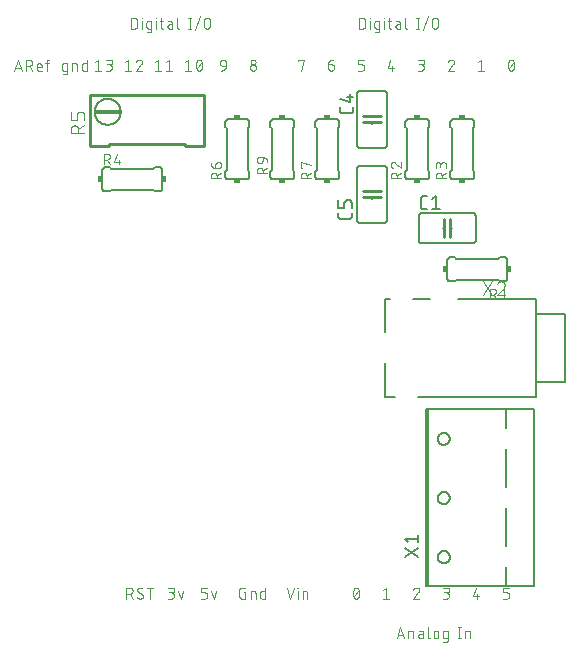
<source format=gbr>
G04 EAGLE Gerber RS-274X export*
G75*
%MOMM*%
%FSLAX34Y34*%
%LPD*%
%INSilkscreen Top*%
%IPPOS*%
%AMOC8*
5,1,8,0,0,1.08239X$1,22.5*%
G01*
%ADD10C,0.152400*%
%ADD11C,0.254000*%
%ADD12C,0.127000*%
%ADD13R,0.381000X0.508000*%
%ADD14C,0.101600*%
%ADD15R,0.508000X0.381000*%
%ADD16R,2.100000X0.400000*%
%ADD17C,0.076200*%
%ADD18C,0.203200*%


D10*
X562610Y365125D02*
X605790Y365125D01*
X605790Y339725D02*
X562610Y339725D01*
X608330Y342265D02*
X608330Y362585D01*
X560070Y362585D02*
X560070Y342265D01*
X605790Y365125D02*
X605890Y365123D01*
X605989Y365117D01*
X606089Y365107D01*
X606187Y365094D01*
X606286Y365076D01*
X606383Y365055D01*
X606479Y365030D01*
X606575Y365001D01*
X606669Y364968D01*
X606762Y364932D01*
X606853Y364892D01*
X606943Y364848D01*
X607031Y364801D01*
X607117Y364751D01*
X607201Y364697D01*
X607283Y364640D01*
X607362Y364580D01*
X607440Y364516D01*
X607514Y364450D01*
X607586Y364381D01*
X607655Y364309D01*
X607721Y364235D01*
X607785Y364157D01*
X607845Y364078D01*
X607902Y363996D01*
X607956Y363912D01*
X608006Y363826D01*
X608053Y363738D01*
X608097Y363648D01*
X608137Y363557D01*
X608173Y363464D01*
X608206Y363370D01*
X608235Y363274D01*
X608260Y363178D01*
X608281Y363081D01*
X608299Y362982D01*
X608312Y362884D01*
X608322Y362784D01*
X608328Y362685D01*
X608330Y362585D01*
X562610Y365125D02*
X562510Y365123D01*
X562411Y365117D01*
X562311Y365107D01*
X562213Y365094D01*
X562114Y365076D01*
X562017Y365055D01*
X561921Y365030D01*
X561825Y365001D01*
X561731Y364968D01*
X561638Y364932D01*
X561547Y364892D01*
X561457Y364848D01*
X561369Y364801D01*
X561283Y364751D01*
X561199Y364697D01*
X561117Y364640D01*
X561038Y364580D01*
X560960Y364516D01*
X560886Y364450D01*
X560814Y364381D01*
X560745Y364309D01*
X560679Y364235D01*
X560615Y364157D01*
X560555Y364078D01*
X560498Y363996D01*
X560444Y363912D01*
X560394Y363826D01*
X560347Y363738D01*
X560303Y363648D01*
X560263Y363557D01*
X560227Y363464D01*
X560194Y363370D01*
X560165Y363274D01*
X560140Y363178D01*
X560119Y363081D01*
X560101Y362982D01*
X560088Y362884D01*
X560078Y362784D01*
X560072Y362685D01*
X560070Y362585D01*
X605790Y339725D02*
X605890Y339727D01*
X605989Y339733D01*
X606089Y339743D01*
X606187Y339756D01*
X606286Y339774D01*
X606383Y339795D01*
X606479Y339820D01*
X606575Y339849D01*
X606669Y339882D01*
X606762Y339918D01*
X606853Y339958D01*
X606943Y340002D01*
X607031Y340049D01*
X607117Y340099D01*
X607201Y340153D01*
X607283Y340210D01*
X607362Y340270D01*
X607440Y340334D01*
X607514Y340400D01*
X607586Y340469D01*
X607655Y340541D01*
X607721Y340615D01*
X607785Y340693D01*
X607845Y340772D01*
X607902Y340854D01*
X607956Y340938D01*
X608006Y341024D01*
X608053Y341112D01*
X608097Y341202D01*
X608137Y341293D01*
X608173Y341386D01*
X608206Y341480D01*
X608235Y341576D01*
X608260Y341672D01*
X608281Y341769D01*
X608299Y341868D01*
X608312Y341966D01*
X608322Y342066D01*
X608328Y342165D01*
X608330Y342265D01*
X562610Y339725D02*
X562510Y339727D01*
X562411Y339733D01*
X562311Y339743D01*
X562213Y339756D01*
X562114Y339774D01*
X562017Y339795D01*
X561921Y339820D01*
X561825Y339849D01*
X561731Y339882D01*
X561638Y339918D01*
X561547Y339958D01*
X561457Y340002D01*
X561369Y340049D01*
X561283Y340099D01*
X561199Y340153D01*
X561117Y340210D01*
X561038Y340270D01*
X560960Y340334D01*
X560886Y340400D01*
X560814Y340469D01*
X560745Y340541D01*
X560679Y340615D01*
X560615Y340693D01*
X560555Y340772D01*
X560498Y340854D01*
X560444Y340938D01*
X560394Y341024D01*
X560347Y341112D01*
X560303Y341202D01*
X560263Y341293D01*
X560227Y341386D01*
X560194Y341480D01*
X560165Y341576D01*
X560140Y341672D01*
X560119Y341769D01*
X560101Y341868D01*
X560088Y341966D01*
X560078Y342066D01*
X560072Y342165D01*
X560070Y342265D01*
X586740Y352425D02*
X588010Y352425D01*
D11*
X586740Y352425D02*
X586740Y360045D01*
X586740Y352425D02*
X586740Y344805D01*
X581660Y352425D02*
X581660Y360045D01*
X581660Y352425D02*
X581660Y344805D01*
D10*
X581660Y352425D02*
X580390Y352425D01*
D12*
X567055Y368300D02*
X564515Y368300D01*
X564415Y368302D01*
X564316Y368308D01*
X564216Y368318D01*
X564118Y368331D01*
X564019Y368349D01*
X563922Y368370D01*
X563826Y368395D01*
X563730Y368424D01*
X563636Y368457D01*
X563543Y368493D01*
X563452Y368533D01*
X563362Y368577D01*
X563274Y368624D01*
X563188Y368674D01*
X563104Y368728D01*
X563022Y368785D01*
X562943Y368845D01*
X562865Y368909D01*
X562791Y368975D01*
X562719Y369044D01*
X562650Y369116D01*
X562584Y369190D01*
X562520Y369268D01*
X562460Y369347D01*
X562403Y369429D01*
X562349Y369513D01*
X562299Y369599D01*
X562252Y369687D01*
X562208Y369777D01*
X562168Y369868D01*
X562132Y369961D01*
X562099Y370055D01*
X562070Y370151D01*
X562045Y370247D01*
X562024Y370344D01*
X562006Y370443D01*
X561993Y370541D01*
X561983Y370641D01*
X561977Y370740D01*
X561975Y370840D01*
X561975Y377190D01*
X561977Y377290D01*
X561983Y377389D01*
X561993Y377489D01*
X562006Y377587D01*
X562024Y377686D01*
X562045Y377783D01*
X562070Y377879D01*
X562099Y377975D01*
X562132Y378069D01*
X562168Y378162D01*
X562208Y378253D01*
X562252Y378343D01*
X562299Y378431D01*
X562349Y378517D01*
X562403Y378601D01*
X562460Y378683D01*
X562520Y378762D01*
X562584Y378840D01*
X562650Y378914D01*
X562719Y378986D01*
X562791Y379055D01*
X562865Y379121D01*
X562943Y379185D01*
X563022Y379245D01*
X563104Y379302D01*
X563188Y379356D01*
X563274Y379406D01*
X563362Y379453D01*
X563452Y379497D01*
X563543Y379537D01*
X563636Y379573D01*
X563730Y379606D01*
X563826Y379635D01*
X563922Y379660D01*
X564019Y379681D01*
X564118Y379699D01*
X564216Y379712D01*
X564316Y379722D01*
X564415Y379728D01*
X564515Y379730D01*
X567055Y379730D01*
X571537Y377190D02*
X574712Y379730D01*
X574712Y368300D01*
X571537Y368300D02*
X577887Y368300D01*
D10*
X508000Y422910D02*
X508000Y466090D01*
X533400Y466090D02*
X533400Y422910D01*
X530860Y468630D02*
X510540Y468630D01*
X510540Y420370D02*
X530860Y420370D01*
X508000Y466090D02*
X508002Y466190D01*
X508008Y466289D01*
X508018Y466389D01*
X508031Y466487D01*
X508049Y466586D01*
X508070Y466683D01*
X508095Y466779D01*
X508124Y466875D01*
X508157Y466969D01*
X508193Y467062D01*
X508233Y467153D01*
X508277Y467243D01*
X508324Y467331D01*
X508374Y467417D01*
X508428Y467501D01*
X508485Y467583D01*
X508545Y467662D01*
X508609Y467740D01*
X508675Y467814D01*
X508744Y467886D01*
X508816Y467955D01*
X508890Y468021D01*
X508968Y468085D01*
X509047Y468145D01*
X509129Y468202D01*
X509213Y468256D01*
X509299Y468306D01*
X509387Y468353D01*
X509477Y468397D01*
X509568Y468437D01*
X509661Y468473D01*
X509755Y468506D01*
X509851Y468535D01*
X509947Y468560D01*
X510044Y468581D01*
X510143Y468599D01*
X510241Y468612D01*
X510341Y468622D01*
X510440Y468628D01*
X510540Y468630D01*
X508000Y422910D02*
X508002Y422810D01*
X508008Y422711D01*
X508018Y422611D01*
X508031Y422513D01*
X508049Y422414D01*
X508070Y422317D01*
X508095Y422221D01*
X508124Y422125D01*
X508157Y422031D01*
X508193Y421938D01*
X508233Y421847D01*
X508277Y421757D01*
X508324Y421669D01*
X508374Y421583D01*
X508428Y421499D01*
X508485Y421417D01*
X508545Y421338D01*
X508609Y421260D01*
X508675Y421186D01*
X508744Y421114D01*
X508816Y421045D01*
X508890Y420979D01*
X508968Y420915D01*
X509047Y420855D01*
X509129Y420798D01*
X509213Y420744D01*
X509299Y420694D01*
X509387Y420647D01*
X509477Y420603D01*
X509568Y420563D01*
X509661Y420527D01*
X509755Y420494D01*
X509851Y420465D01*
X509947Y420440D01*
X510044Y420419D01*
X510143Y420401D01*
X510241Y420388D01*
X510341Y420378D01*
X510440Y420372D01*
X510540Y420370D01*
X533400Y466090D02*
X533398Y466190D01*
X533392Y466289D01*
X533382Y466389D01*
X533369Y466487D01*
X533351Y466586D01*
X533330Y466683D01*
X533305Y466779D01*
X533276Y466875D01*
X533243Y466969D01*
X533207Y467062D01*
X533167Y467153D01*
X533123Y467243D01*
X533076Y467331D01*
X533026Y467417D01*
X532972Y467501D01*
X532915Y467583D01*
X532855Y467662D01*
X532791Y467740D01*
X532725Y467814D01*
X532656Y467886D01*
X532584Y467955D01*
X532510Y468021D01*
X532432Y468085D01*
X532353Y468145D01*
X532271Y468202D01*
X532187Y468256D01*
X532101Y468306D01*
X532013Y468353D01*
X531923Y468397D01*
X531832Y468437D01*
X531739Y468473D01*
X531645Y468506D01*
X531549Y468535D01*
X531453Y468560D01*
X531356Y468581D01*
X531257Y468599D01*
X531159Y468612D01*
X531059Y468622D01*
X530960Y468628D01*
X530860Y468630D01*
X533400Y422910D02*
X533398Y422810D01*
X533392Y422711D01*
X533382Y422611D01*
X533369Y422513D01*
X533351Y422414D01*
X533330Y422317D01*
X533305Y422221D01*
X533276Y422125D01*
X533243Y422031D01*
X533207Y421938D01*
X533167Y421847D01*
X533123Y421757D01*
X533076Y421669D01*
X533026Y421583D01*
X532972Y421499D01*
X532915Y421417D01*
X532855Y421338D01*
X532791Y421260D01*
X532725Y421186D01*
X532656Y421114D01*
X532584Y421045D01*
X532510Y420979D01*
X532432Y420915D01*
X532353Y420855D01*
X532271Y420798D01*
X532187Y420744D01*
X532101Y420694D01*
X532013Y420647D01*
X531923Y420603D01*
X531832Y420563D01*
X531739Y420527D01*
X531645Y420494D01*
X531549Y420465D01*
X531453Y420440D01*
X531356Y420419D01*
X531257Y420401D01*
X531159Y420388D01*
X531059Y420378D01*
X530960Y420372D01*
X530860Y420370D01*
X520700Y447040D02*
X520700Y448310D01*
D11*
X520700Y447040D02*
X513080Y447040D01*
X520700Y447040D02*
X528320Y447040D01*
X520700Y441960D02*
X513080Y441960D01*
X520700Y441960D02*
X528320Y441960D01*
D10*
X520700Y441960D02*
X520700Y440690D01*
D12*
X504825Y452083D02*
X504825Y454623D01*
X504825Y452083D02*
X504823Y451983D01*
X504817Y451884D01*
X504807Y451784D01*
X504794Y451686D01*
X504776Y451587D01*
X504755Y451490D01*
X504730Y451394D01*
X504701Y451298D01*
X504668Y451204D01*
X504632Y451111D01*
X504592Y451020D01*
X504548Y450930D01*
X504501Y450842D01*
X504451Y450756D01*
X504397Y450672D01*
X504340Y450590D01*
X504280Y450511D01*
X504216Y450433D01*
X504150Y450359D01*
X504081Y450287D01*
X504009Y450218D01*
X503935Y450152D01*
X503857Y450088D01*
X503778Y450028D01*
X503696Y449971D01*
X503612Y449917D01*
X503526Y449867D01*
X503438Y449820D01*
X503348Y449776D01*
X503257Y449736D01*
X503164Y449700D01*
X503070Y449667D01*
X502974Y449638D01*
X502878Y449613D01*
X502781Y449592D01*
X502682Y449574D01*
X502584Y449561D01*
X502484Y449551D01*
X502385Y449545D01*
X502285Y449543D01*
X495935Y449543D01*
X495835Y449545D01*
X495736Y449551D01*
X495636Y449561D01*
X495538Y449574D01*
X495439Y449592D01*
X495342Y449613D01*
X495246Y449638D01*
X495150Y449667D01*
X495056Y449700D01*
X494963Y449736D01*
X494872Y449776D01*
X494782Y449820D01*
X494694Y449867D01*
X494608Y449917D01*
X494524Y449971D01*
X494442Y450028D01*
X494363Y450088D01*
X494285Y450152D01*
X494211Y450218D01*
X494139Y450287D01*
X494070Y450359D01*
X494004Y450433D01*
X493940Y450511D01*
X493880Y450590D01*
X493823Y450672D01*
X493769Y450756D01*
X493719Y450842D01*
X493672Y450930D01*
X493628Y451020D01*
X493588Y451111D01*
X493552Y451204D01*
X493519Y451298D01*
X493490Y451394D01*
X493465Y451490D01*
X493444Y451587D01*
X493426Y451686D01*
X493413Y451784D01*
X493403Y451884D01*
X493397Y451983D01*
X493395Y452083D01*
X493395Y454623D01*
X493395Y461645D02*
X502285Y459105D01*
X502285Y465455D01*
X499745Y463550D02*
X504825Y463550D01*
D10*
X533400Y402590D02*
X533400Y359410D01*
X508000Y359410D02*
X508000Y402590D01*
X510540Y356870D02*
X530860Y356870D01*
X530860Y405130D02*
X510540Y405130D01*
X533400Y359410D02*
X533398Y359310D01*
X533392Y359211D01*
X533382Y359111D01*
X533369Y359013D01*
X533351Y358914D01*
X533330Y358817D01*
X533305Y358721D01*
X533276Y358625D01*
X533243Y358531D01*
X533207Y358438D01*
X533167Y358347D01*
X533123Y358257D01*
X533076Y358169D01*
X533026Y358083D01*
X532972Y357999D01*
X532915Y357917D01*
X532855Y357838D01*
X532791Y357760D01*
X532725Y357686D01*
X532656Y357614D01*
X532584Y357545D01*
X532510Y357479D01*
X532432Y357415D01*
X532353Y357355D01*
X532271Y357298D01*
X532187Y357244D01*
X532101Y357194D01*
X532013Y357147D01*
X531923Y357103D01*
X531832Y357063D01*
X531739Y357027D01*
X531645Y356994D01*
X531549Y356965D01*
X531453Y356940D01*
X531356Y356919D01*
X531257Y356901D01*
X531159Y356888D01*
X531059Y356878D01*
X530960Y356872D01*
X530860Y356870D01*
X533400Y402590D02*
X533398Y402690D01*
X533392Y402789D01*
X533382Y402889D01*
X533369Y402987D01*
X533351Y403086D01*
X533330Y403183D01*
X533305Y403279D01*
X533276Y403375D01*
X533243Y403469D01*
X533207Y403562D01*
X533167Y403653D01*
X533123Y403743D01*
X533076Y403831D01*
X533026Y403917D01*
X532972Y404001D01*
X532915Y404083D01*
X532855Y404162D01*
X532791Y404240D01*
X532725Y404314D01*
X532656Y404386D01*
X532584Y404455D01*
X532510Y404521D01*
X532432Y404585D01*
X532353Y404645D01*
X532271Y404702D01*
X532187Y404756D01*
X532101Y404806D01*
X532013Y404853D01*
X531923Y404897D01*
X531832Y404937D01*
X531739Y404973D01*
X531645Y405006D01*
X531549Y405035D01*
X531453Y405060D01*
X531356Y405081D01*
X531257Y405099D01*
X531159Y405112D01*
X531059Y405122D01*
X530960Y405128D01*
X530860Y405130D01*
X508000Y359410D02*
X508002Y359310D01*
X508008Y359211D01*
X508018Y359111D01*
X508031Y359013D01*
X508049Y358914D01*
X508070Y358817D01*
X508095Y358721D01*
X508124Y358625D01*
X508157Y358531D01*
X508193Y358438D01*
X508233Y358347D01*
X508277Y358257D01*
X508324Y358169D01*
X508374Y358083D01*
X508428Y357999D01*
X508485Y357917D01*
X508545Y357838D01*
X508609Y357760D01*
X508675Y357686D01*
X508744Y357614D01*
X508816Y357545D01*
X508890Y357479D01*
X508968Y357415D01*
X509047Y357355D01*
X509129Y357298D01*
X509213Y357244D01*
X509299Y357194D01*
X509387Y357147D01*
X509477Y357103D01*
X509568Y357063D01*
X509661Y357027D01*
X509755Y356994D01*
X509851Y356965D01*
X509947Y356940D01*
X510044Y356919D01*
X510143Y356901D01*
X510241Y356888D01*
X510341Y356878D01*
X510440Y356872D01*
X510540Y356870D01*
X508000Y402590D02*
X508002Y402690D01*
X508008Y402789D01*
X508018Y402889D01*
X508031Y402987D01*
X508049Y403086D01*
X508070Y403183D01*
X508095Y403279D01*
X508124Y403375D01*
X508157Y403469D01*
X508193Y403562D01*
X508233Y403653D01*
X508277Y403743D01*
X508324Y403831D01*
X508374Y403917D01*
X508428Y404001D01*
X508485Y404083D01*
X508545Y404162D01*
X508609Y404240D01*
X508675Y404314D01*
X508744Y404386D01*
X508816Y404455D01*
X508890Y404521D01*
X508968Y404585D01*
X509047Y404645D01*
X509129Y404702D01*
X509213Y404756D01*
X509299Y404806D01*
X509387Y404853D01*
X509477Y404897D01*
X509568Y404937D01*
X509661Y404973D01*
X509755Y405006D01*
X509851Y405035D01*
X509947Y405060D01*
X510044Y405081D01*
X510143Y405099D01*
X510241Y405112D01*
X510341Y405122D01*
X510440Y405128D01*
X510540Y405130D01*
X520700Y378460D02*
X520700Y377190D01*
D11*
X520700Y378460D02*
X528320Y378460D01*
X520700Y378460D02*
X513080Y378460D01*
X520700Y383540D02*
X528320Y383540D01*
X520700Y383540D02*
X513080Y383540D01*
D10*
X520700Y383540D02*
X520700Y384810D01*
D12*
X503555Y365125D02*
X503555Y362585D01*
X503553Y362485D01*
X503547Y362386D01*
X503537Y362286D01*
X503524Y362188D01*
X503506Y362089D01*
X503485Y361992D01*
X503460Y361896D01*
X503431Y361800D01*
X503398Y361706D01*
X503362Y361613D01*
X503322Y361522D01*
X503278Y361432D01*
X503231Y361344D01*
X503181Y361258D01*
X503127Y361174D01*
X503070Y361092D01*
X503010Y361013D01*
X502946Y360935D01*
X502880Y360861D01*
X502811Y360789D01*
X502739Y360720D01*
X502665Y360654D01*
X502587Y360590D01*
X502508Y360530D01*
X502426Y360473D01*
X502342Y360419D01*
X502256Y360369D01*
X502168Y360322D01*
X502078Y360278D01*
X501987Y360238D01*
X501894Y360202D01*
X501800Y360169D01*
X501704Y360140D01*
X501608Y360115D01*
X501511Y360094D01*
X501412Y360076D01*
X501314Y360063D01*
X501214Y360053D01*
X501115Y360047D01*
X501015Y360045D01*
X494665Y360045D01*
X494565Y360047D01*
X494466Y360053D01*
X494366Y360063D01*
X494268Y360076D01*
X494169Y360094D01*
X494072Y360115D01*
X493976Y360140D01*
X493880Y360169D01*
X493786Y360202D01*
X493693Y360238D01*
X493602Y360278D01*
X493512Y360322D01*
X493424Y360369D01*
X493338Y360419D01*
X493254Y360473D01*
X493172Y360530D01*
X493093Y360590D01*
X493015Y360654D01*
X492941Y360720D01*
X492869Y360789D01*
X492800Y360861D01*
X492734Y360935D01*
X492670Y361013D01*
X492610Y361092D01*
X492553Y361174D01*
X492499Y361258D01*
X492449Y361344D01*
X492402Y361432D01*
X492358Y361522D01*
X492318Y361613D01*
X492282Y361706D01*
X492249Y361800D01*
X492220Y361896D01*
X492195Y361992D01*
X492174Y362089D01*
X492156Y362188D01*
X492143Y362286D01*
X492133Y362386D01*
X492127Y362485D01*
X492125Y362585D01*
X492125Y365125D01*
X503555Y369607D02*
X503555Y373417D01*
X503553Y373517D01*
X503547Y373616D01*
X503537Y373716D01*
X503524Y373814D01*
X503506Y373913D01*
X503485Y374010D01*
X503460Y374106D01*
X503431Y374202D01*
X503398Y374296D01*
X503362Y374389D01*
X503322Y374480D01*
X503278Y374570D01*
X503231Y374658D01*
X503181Y374744D01*
X503127Y374828D01*
X503070Y374910D01*
X503010Y374989D01*
X502946Y375067D01*
X502880Y375141D01*
X502811Y375213D01*
X502739Y375282D01*
X502665Y375348D01*
X502587Y375412D01*
X502508Y375472D01*
X502426Y375529D01*
X502342Y375583D01*
X502256Y375633D01*
X502168Y375680D01*
X502078Y375724D01*
X501987Y375764D01*
X501894Y375800D01*
X501800Y375833D01*
X501704Y375862D01*
X501608Y375887D01*
X501511Y375908D01*
X501412Y375926D01*
X501314Y375939D01*
X501214Y375949D01*
X501115Y375955D01*
X501015Y375957D01*
X499745Y375957D01*
X499645Y375955D01*
X499546Y375949D01*
X499446Y375939D01*
X499348Y375926D01*
X499249Y375908D01*
X499152Y375887D01*
X499056Y375862D01*
X498960Y375833D01*
X498866Y375800D01*
X498773Y375764D01*
X498682Y375724D01*
X498592Y375680D01*
X498504Y375633D01*
X498418Y375583D01*
X498334Y375529D01*
X498252Y375472D01*
X498173Y375412D01*
X498095Y375348D01*
X498021Y375282D01*
X497949Y375213D01*
X497880Y375141D01*
X497814Y375067D01*
X497750Y374989D01*
X497690Y374910D01*
X497633Y374828D01*
X497579Y374744D01*
X497529Y374658D01*
X497482Y374570D01*
X497438Y374480D01*
X497398Y374389D01*
X497362Y374296D01*
X497329Y374202D01*
X497300Y374106D01*
X497275Y374010D01*
X497254Y373913D01*
X497236Y373814D01*
X497223Y373716D01*
X497213Y373616D01*
X497207Y373517D01*
X497205Y373417D01*
X497205Y369607D01*
X492125Y369607D01*
X492125Y375957D01*
D10*
X632460Y307340D02*
X632560Y307342D01*
X632659Y307348D01*
X632759Y307358D01*
X632857Y307371D01*
X632956Y307389D01*
X633053Y307410D01*
X633149Y307435D01*
X633245Y307464D01*
X633339Y307497D01*
X633432Y307533D01*
X633523Y307573D01*
X633613Y307617D01*
X633701Y307664D01*
X633787Y307714D01*
X633871Y307768D01*
X633953Y307825D01*
X634032Y307885D01*
X634110Y307949D01*
X634184Y308015D01*
X634256Y308084D01*
X634325Y308156D01*
X634391Y308230D01*
X634455Y308308D01*
X634515Y308387D01*
X634572Y308469D01*
X634626Y308553D01*
X634676Y308639D01*
X634723Y308727D01*
X634767Y308817D01*
X634807Y308908D01*
X634843Y309001D01*
X634876Y309095D01*
X634905Y309191D01*
X634930Y309287D01*
X634951Y309384D01*
X634969Y309483D01*
X634982Y309581D01*
X634992Y309681D01*
X634998Y309780D01*
X635000Y309880D01*
X635000Y325120D02*
X634998Y325220D01*
X634992Y325319D01*
X634982Y325419D01*
X634969Y325517D01*
X634951Y325616D01*
X634930Y325713D01*
X634905Y325809D01*
X634876Y325905D01*
X634843Y325999D01*
X634807Y326092D01*
X634767Y326183D01*
X634723Y326273D01*
X634676Y326361D01*
X634626Y326447D01*
X634572Y326531D01*
X634515Y326613D01*
X634455Y326692D01*
X634391Y326770D01*
X634325Y326844D01*
X634256Y326916D01*
X634184Y326985D01*
X634110Y327051D01*
X634032Y327115D01*
X633953Y327175D01*
X633871Y327232D01*
X633787Y327286D01*
X633701Y327336D01*
X633613Y327383D01*
X633523Y327427D01*
X633432Y327467D01*
X633339Y327503D01*
X633245Y327536D01*
X633149Y327565D01*
X633053Y327590D01*
X632956Y327611D01*
X632857Y327629D01*
X632759Y327642D01*
X632659Y327652D01*
X632560Y327658D01*
X632460Y327660D01*
X586740Y327660D02*
X586640Y327658D01*
X586541Y327652D01*
X586441Y327642D01*
X586343Y327629D01*
X586244Y327611D01*
X586147Y327590D01*
X586051Y327565D01*
X585955Y327536D01*
X585861Y327503D01*
X585768Y327467D01*
X585677Y327427D01*
X585587Y327383D01*
X585499Y327336D01*
X585413Y327286D01*
X585329Y327232D01*
X585247Y327175D01*
X585168Y327115D01*
X585090Y327051D01*
X585016Y326985D01*
X584944Y326916D01*
X584875Y326844D01*
X584809Y326770D01*
X584745Y326692D01*
X584685Y326613D01*
X584628Y326531D01*
X584574Y326447D01*
X584524Y326361D01*
X584477Y326273D01*
X584433Y326183D01*
X584393Y326092D01*
X584357Y325999D01*
X584324Y325905D01*
X584295Y325809D01*
X584270Y325713D01*
X584249Y325616D01*
X584231Y325517D01*
X584218Y325419D01*
X584208Y325319D01*
X584202Y325220D01*
X584200Y325120D01*
X584200Y309880D02*
X584202Y309780D01*
X584208Y309681D01*
X584218Y309581D01*
X584231Y309483D01*
X584249Y309384D01*
X584270Y309287D01*
X584295Y309191D01*
X584324Y309095D01*
X584357Y309001D01*
X584393Y308908D01*
X584433Y308817D01*
X584477Y308727D01*
X584524Y308639D01*
X584574Y308553D01*
X584628Y308469D01*
X584685Y308387D01*
X584745Y308308D01*
X584809Y308230D01*
X584875Y308156D01*
X584944Y308084D01*
X585016Y308015D01*
X585090Y307949D01*
X585168Y307885D01*
X585247Y307825D01*
X585329Y307768D01*
X585413Y307714D01*
X585499Y307664D01*
X585587Y307617D01*
X585677Y307573D01*
X585768Y307533D01*
X585861Y307497D01*
X585955Y307464D01*
X586051Y307435D01*
X586147Y307410D01*
X586244Y307389D01*
X586343Y307371D01*
X586441Y307358D01*
X586541Y307348D01*
X586640Y307342D01*
X586740Y307340D01*
X635000Y309880D02*
X635000Y325120D01*
X632460Y307340D02*
X628650Y307340D01*
X627380Y308610D01*
X628650Y327660D02*
X632460Y327660D01*
X628650Y327660D02*
X627380Y326390D01*
X591820Y308610D02*
X590550Y307340D01*
X591820Y308610D02*
X627380Y308610D01*
X591820Y326390D02*
X590550Y327660D01*
X591820Y326390D02*
X627380Y326390D01*
X590550Y307340D02*
X586740Y307340D01*
X586740Y327660D02*
X590550Y327660D01*
X584200Y325120D02*
X584200Y309880D01*
D13*
X582295Y317500D03*
X636905Y317500D03*
D14*
X620703Y300863D02*
X620703Y291973D01*
X620703Y300863D02*
X623173Y300863D01*
X623271Y300861D01*
X623369Y300855D01*
X623467Y300845D01*
X623564Y300832D01*
X623661Y300814D01*
X623757Y300793D01*
X623851Y300768D01*
X623945Y300739D01*
X624038Y300707D01*
X624129Y300670D01*
X624219Y300631D01*
X624307Y300587D01*
X624393Y300540D01*
X624478Y300490D01*
X624560Y300437D01*
X624640Y300380D01*
X624718Y300320D01*
X624793Y300257D01*
X624866Y300191D01*
X624936Y300122D01*
X625003Y300051D01*
X625068Y299977D01*
X625129Y299900D01*
X625188Y299821D01*
X625243Y299740D01*
X625295Y299657D01*
X625343Y299571D01*
X625388Y299484D01*
X625430Y299395D01*
X625468Y299305D01*
X625502Y299213D01*
X625533Y299120D01*
X625560Y299025D01*
X625583Y298930D01*
X625603Y298833D01*
X625618Y298737D01*
X625630Y298639D01*
X625638Y298541D01*
X625642Y298443D01*
X625642Y298345D01*
X625638Y298247D01*
X625630Y298149D01*
X625618Y298051D01*
X625603Y297955D01*
X625583Y297858D01*
X625560Y297763D01*
X625533Y297668D01*
X625502Y297575D01*
X625468Y297483D01*
X625430Y297393D01*
X625388Y297304D01*
X625343Y297217D01*
X625295Y297131D01*
X625243Y297048D01*
X625188Y296967D01*
X625129Y296888D01*
X625068Y296811D01*
X625003Y296737D01*
X624936Y296666D01*
X624866Y296597D01*
X624793Y296531D01*
X624718Y296468D01*
X624640Y296408D01*
X624560Y296351D01*
X624478Y296298D01*
X624393Y296248D01*
X624307Y296201D01*
X624219Y296157D01*
X624129Y296118D01*
X624038Y296081D01*
X623945Y296049D01*
X623851Y296020D01*
X623757Y295995D01*
X623661Y295974D01*
X623564Y295956D01*
X623467Y295943D01*
X623369Y295933D01*
X623271Y295927D01*
X623173Y295925D01*
X623173Y295924D02*
X620703Y295924D01*
X623667Y295924D02*
X625642Y291973D01*
X629553Y298887D02*
X632023Y300863D01*
X632023Y291973D01*
X634492Y291973D02*
X629553Y291973D01*
D10*
X551180Y393700D02*
X551080Y393702D01*
X550981Y393708D01*
X550881Y393718D01*
X550783Y393731D01*
X550684Y393749D01*
X550587Y393770D01*
X550491Y393795D01*
X550395Y393824D01*
X550301Y393857D01*
X550208Y393893D01*
X550117Y393933D01*
X550027Y393977D01*
X549939Y394024D01*
X549853Y394074D01*
X549769Y394128D01*
X549687Y394185D01*
X549608Y394245D01*
X549530Y394309D01*
X549456Y394375D01*
X549384Y394444D01*
X549315Y394516D01*
X549249Y394590D01*
X549185Y394668D01*
X549125Y394747D01*
X549068Y394829D01*
X549014Y394913D01*
X548964Y394999D01*
X548917Y395087D01*
X548873Y395177D01*
X548833Y395268D01*
X548797Y395361D01*
X548764Y395455D01*
X548735Y395551D01*
X548710Y395647D01*
X548689Y395744D01*
X548671Y395843D01*
X548658Y395941D01*
X548648Y396041D01*
X548642Y396140D01*
X548640Y396240D01*
X566420Y393700D02*
X566520Y393702D01*
X566619Y393708D01*
X566719Y393718D01*
X566817Y393731D01*
X566916Y393749D01*
X567013Y393770D01*
X567109Y393795D01*
X567205Y393824D01*
X567299Y393857D01*
X567392Y393893D01*
X567483Y393933D01*
X567573Y393977D01*
X567661Y394024D01*
X567747Y394074D01*
X567831Y394128D01*
X567913Y394185D01*
X567992Y394245D01*
X568070Y394309D01*
X568144Y394375D01*
X568216Y394444D01*
X568285Y394516D01*
X568351Y394590D01*
X568415Y394668D01*
X568475Y394747D01*
X568532Y394829D01*
X568586Y394913D01*
X568636Y394999D01*
X568683Y395087D01*
X568727Y395177D01*
X568767Y395268D01*
X568803Y395361D01*
X568836Y395455D01*
X568865Y395551D01*
X568890Y395647D01*
X568911Y395744D01*
X568929Y395843D01*
X568942Y395941D01*
X568952Y396041D01*
X568958Y396140D01*
X568960Y396240D01*
X568960Y441960D02*
X568958Y442060D01*
X568952Y442159D01*
X568942Y442259D01*
X568929Y442357D01*
X568911Y442456D01*
X568890Y442553D01*
X568865Y442649D01*
X568836Y442745D01*
X568803Y442839D01*
X568767Y442932D01*
X568727Y443023D01*
X568683Y443113D01*
X568636Y443201D01*
X568586Y443287D01*
X568532Y443371D01*
X568475Y443453D01*
X568415Y443532D01*
X568351Y443610D01*
X568285Y443684D01*
X568216Y443756D01*
X568144Y443825D01*
X568070Y443891D01*
X567992Y443955D01*
X567913Y444015D01*
X567831Y444072D01*
X567747Y444126D01*
X567661Y444176D01*
X567573Y444223D01*
X567483Y444267D01*
X567392Y444307D01*
X567299Y444343D01*
X567205Y444376D01*
X567109Y444405D01*
X567013Y444430D01*
X566916Y444451D01*
X566817Y444469D01*
X566719Y444482D01*
X566619Y444492D01*
X566520Y444498D01*
X566420Y444500D01*
X551180Y444500D02*
X551080Y444498D01*
X550981Y444492D01*
X550881Y444482D01*
X550783Y444469D01*
X550684Y444451D01*
X550587Y444430D01*
X550491Y444405D01*
X550395Y444376D01*
X550301Y444343D01*
X550208Y444307D01*
X550117Y444267D01*
X550027Y444223D01*
X549939Y444176D01*
X549853Y444126D01*
X549769Y444072D01*
X549687Y444015D01*
X549608Y443955D01*
X549530Y443891D01*
X549456Y443825D01*
X549384Y443756D01*
X549315Y443684D01*
X549249Y443610D01*
X549185Y443532D01*
X549125Y443453D01*
X549068Y443371D01*
X549014Y443287D01*
X548964Y443201D01*
X548917Y443113D01*
X548873Y443023D01*
X548833Y442932D01*
X548797Y442839D01*
X548764Y442745D01*
X548735Y442649D01*
X548710Y442553D01*
X548689Y442456D01*
X548671Y442357D01*
X548658Y442259D01*
X548648Y442159D01*
X548642Y442060D01*
X548640Y441960D01*
X551180Y393700D02*
X566420Y393700D01*
X548640Y396240D02*
X548640Y400050D01*
X549910Y401320D01*
X568960Y400050D02*
X568960Y396240D01*
X568960Y400050D02*
X567690Y401320D01*
X549910Y436880D02*
X548640Y438150D01*
X549910Y436880D02*
X549910Y401320D01*
X567690Y436880D02*
X568960Y438150D01*
X567690Y436880D02*
X567690Y401320D01*
X548640Y438150D02*
X548640Y441960D01*
X568960Y441960D02*
X568960Y438150D01*
X566420Y444500D02*
X551180Y444500D01*
D15*
X558800Y446405D03*
X558800Y391795D03*
D14*
X545338Y394208D02*
X536448Y394208D01*
X536448Y396677D01*
X536450Y396775D01*
X536456Y396873D01*
X536466Y396971D01*
X536479Y397068D01*
X536497Y397165D01*
X536518Y397261D01*
X536543Y397355D01*
X536572Y397449D01*
X536604Y397542D01*
X536641Y397633D01*
X536680Y397723D01*
X536724Y397811D01*
X536771Y397897D01*
X536821Y397982D01*
X536874Y398064D01*
X536931Y398144D01*
X536991Y398222D01*
X537054Y398297D01*
X537120Y398370D01*
X537189Y398440D01*
X537260Y398507D01*
X537334Y398572D01*
X537411Y398633D01*
X537490Y398692D01*
X537571Y398747D01*
X537654Y398799D01*
X537740Y398847D01*
X537827Y398892D01*
X537916Y398934D01*
X538006Y398972D01*
X538098Y399006D01*
X538191Y399037D01*
X538286Y399064D01*
X538381Y399087D01*
X538478Y399107D01*
X538574Y399122D01*
X538672Y399134D01*
X538770Y399142D01*
X538868Y399146D01*
X538966Y399146D01*
X539064Y399142D01*
X539162Y399134D01*
X539260Y399122D01*
X539356Y399107D01*
X539453Y399087D01*
X539548Y399064D01*
X539643Y399037D01*
X539736Y399006D01*
X539828Y398972D01*
X539918Y398934D01*
X540007Y398892D01*
X540094Y398847D01*
X540180Y398799D01*
X540263Y398747D01*
X540344Y398692D01*
X540423Y398633D01*
X540500Y398572D01*
X540574Y398507D01*
X540645Y398440D01*
X540714Y398370D01*
X540780Y398297D01*
X540843Y398222D01*
X540903Y398144D01*
X540960Y398064D01*
X541013Y397982D01*
X541063Y397897D01*
X541110Y397811D01*
X541154Y397723D01*
X541193Y397633D01*
X541230Y397542D01*
X541262Y397449D01*
X541291Y397355D01*
X541316Y397261D01*
X541337Y397165D01*
X541355Y397068D01*
X541368Y396971D01*
X541378Y396873D01*
X541384Y396775D01*
X541386Y396677D01*
X541387Y396677D02*
X541387Y394208D01*
X541387Y397171D02*
X545338Y399147D01*
X538671Y407997D02*
X538579Y407995D01*
X538487Y407989D01*
X538396Y407980D01*
X538305Y407967D01*
X538215Y407950D01*
X538125Y407929D01*
X538037Y407905D01*
X537949Y407877D01*
X537863Y407845D01*
X537778Y407810D01*
X537695Y407771D01*
X537613Y407729D01*
X537533Y407684D01*
X537455Y407635D01*
X537379Y407583D01*
X537306Y407528D01*
X537234Y407470D01*
X537165Y407410D01*
X537099Y407346D01*
X537035Y407280D01*
X536975Y407211D01*
X536917Y407139D01*
X536862Y407066D01*
X536810Y406990D01*
X536761Y406912D01*
X536716Y406832D01*
X536674Y406750D01*
X536635Y406667D01*
X536600Y406582D01*
X536568Y406496D01*
X536540Y406408D01*
X536516Y406320D01*
X536495Y406230D01*
X536478Y406140D01*
X536465Y406049D01*
X536456Y405958D01*
X536450Y405866D01*
X536448Y405774D01*
X536450Y405668D01*
X536456Y405563D01*
X536466Y405458D01*
X536479Y405353D01*
X536497Y405249D01*
X536518Y405146D01*
X536543Y405043D01*
X536572Y404941D01*
X536605Y404841D01*
X536641Y404742D01*
X536681Y404644D01*
X536725Y404548D01*
X536772Y404453D01*
X536822Y404361D01*
X536876Y404270D01*
X536934Y404181D01*
X536994Y404095D01*
X537058Y404011D01*
X537124Y403929D01*
X537194Y403849D01*
X537267Y403773D01*
X537342Y403699D01*
X537420Y403628D01*
X537501Y403560D01*
X537584Y403494D01*
X537670Y403432D01*
X537757Y403374D01*
X537847Y403318D01*
X537939Y403266D01*
X538033Y403217D01*
X538128Y403172D01*
X538225Y403130D01*
X538324Y403092D01*
X538423Y403058D01*
X540400Y407256D02*
X540331Y407325D01*
X540261Y407391D01*
X540187Y407454D01*
X540111Y407513D01*
X540033Y407570D01*
X539953Y407624D01*
X539870Y407674D01*
X539786Y407721D01*
X539699Y407764D01*
X539611Y407804D01*
X539522Y407840D01*
X539431Y407873D01*
X539339Y407902D01*
X539245Y407927D01*
X539151Y407948D01*
X539056Y407966D01*
X538960Y407979D01*
X538864Y407989D01*
X538768Y407995D01*
X538671Y407997D01*
X540399Y407256D02*
X545338Y403058D01*
X545338Y407997D01*
D10*
X586740Y396240D02*
X586742Y396140D01*
X586748Y396041D01*
X586758Y395941D01*
X586771Y395843D01*
X586789Y395744D01*
X586810Y395647D01*
X586835Y395551D01*
X586864Y395455D01*
X586897Y395361D01*
X586933Y395268D01*
X586973Y395177D01*
X587017Y395087D01*
X587064Y394999D01*
X587114Y394913D01*
X587168Y394829D01*
X587225Y394747D01*
X587285Y394668D01*
X587349Y394590D01*
X587415Y394516D01*
X587484Y394444D01*
X587556Y394375D01*
X587630Y394309D01*
X587708Y394245D01*
X587787Y394185D01*
X587869Y394128D01*
X587953Y394074D01*
X588039Y394024D01*
X588127Y393977D01*
X588217Y393933D01*
X588308Y393893D01*
X588401Y393857D01*
X588495Y393824D01*
X588591Y393795D01*
X588687Y393770D01*
X588784Y393749D01*
X588883Y393731D01*
X588981Y393718D01*
X589081Y393708D01*
X589180Y393702D01*
X589280Y393700D01*
X604520Y393700D02*
X604620Y393702D01*
X604719Y393708D01*
X604819Y393718D01*
X604917Y393731D01*
X605016Y393749D01*
X605113Y393770D01*
X605209Y393795D01*
X605305Y393824D01*
X605399Y393857D01*
X605492Y393893D01*
X605583Y393933D01*
X605673Y393977D01*
X605761Y394024D01*
X605847Y394074D01*
X605931Y394128D01*
X606013Y394185D01*
X606092Y394245D01*
X606170Y394309D01*
X606244Y394375D01*
X606316Y394444D01*
X606385Y394516D01*
X606451Y394590D01*
X606515Y394668D01*
X606575Y394747D01*
X606632Y394829D01*
X606686Y394913D01*
X606736Y394999D01*
X606783Y395087D01*
X606827Y395177D01*
X606867Y395268D01*
X606903Y395361D01*
X606936Y395455D01*
X606965Y395551D01*
X606990Y395647D01*
X607011Y395744D01*
X607029Y395843D01*
X607042Y395941D01*
X607052Y396041D01*
X607058Y396140D01*
X607060Y396240D01*
X607060Y441960D02*
X607058Y442060D01*
X607052Y442159D01*
X607042Y442259D01*
X607029Y442357D01*
X607011Y442456D01*
X606990Y442553D01*
X606965Y442649D01*
X606936Y442745D01*
X606903Y442839D01*
X606867Y442932D01*
X606827Y443023D01*
X606783Y443113D01*
X606736Y443201D01*
X606686Y443287D01*
X606632Y443371D01*
X606575Y443453D01*
X606515Y443532D01*
X606451Y443610D01*
X606385Y443684D01*
X606316Y443756D01*
X606244Y443825D01*
X606170Y443891D01*
X606092Y443955D01*
X606013Y444015D01*
X605931Y444072D01*
X605847Y444126D01*
X605761Y444176D01*
X605673Y444223D01*
X605583Y444267D01*
X605492Y444307D01*
X605399Y444343D01*
X605305Y444376D01*
X605209Y444405D01*
X605113Y444430D01*
X605016Y444451D01*
X604917Y444469D01*
X604819Y444482D01*
X604719Y444492D01*
X604620Y444498D01*
X604520Y444500D01*
X589280Y444500D02*
X589180Y444498D01*
X589081Y444492D01*
X588981Y444482D01*
X588883Y444469D01*
X588784Y444451D01*
X588687Y444430D01*
X588591Y444405D01*
X588495Y444376D01*
X588401Y444343D01*
X588308Y444307D01*
X588217Y444267D01*
X588127Y444223D01*
X588039Y444176D01*
X587953Y444126D01*
X587869Y444072D01*
X587787Y444015D01*
X587708Y443955D01*
X587630Y443891D01*
X587556Y443825D01*
X587484Y443756D01*
X587415Y443684D01*
X587349Y443610D01*
X587285Y443532D01*
X587225Y443453D01*
X587168Y443371D01*
X587114Y443287D01*
X587064Y443201D01*
X587017Y443113D01*
X586973Y443023D01*
X586933Y442932D01*
X586897Y442839D01*
X586864Y442745D01*
X586835Y442649D01*
X586810Y442553D01*
X586789Y442456D01*
X586771Y442357D01*
X586758Y442259D01*
X586748Y442159D01*
X586742Y442060D01*
X586740Y441960D01*
X589280Y393700D02*
X604520Y393700D01*
X586740Y396240D02*
X586740Y400050D01*
X588010Y401320D01*
X607060Y400050D02*
X607060Y396240D01*
X607060Y400050D02*
X605790Y401320D01*
X588010Y436880D02*
X586740Y438150D01*
X588010Y436880D02*
X588010Y401320D01*
X605790Y436880D02*
X607060Y438150D01*
X605790Y436880D02*
X605790Y401320D01*
X586740Y438150D02*
X586740Y441960D01*
X607060Y441960D02*
X607060Y438150D01*
X604520Y444500D02*
X589280Y444500D01*
D15*
X596900Y446405D03*
X596900Y391795D03*
D14*
X583438Y394208D02*
X574548Y394208D01*
X574548Y396677D01*
X574550Y396775D01*
X574556Y396873D01*
X574566Y396971D01*
X574579Y397068D01*
X574597Y397165D01*
X574618Y397261D01*
X574643Y397355D01*
X574672Y397449D01*
X574704Y397542D01*
X574741Y397633D01*
X574780Y397723D01*
X574824Y397811D01*
X574871Y397897D01*
X574921Y397982D01*
X574974Y398064D01*
X575031Y398144D01*
X575091Y398222D01*
X575154Y398297D01*
X575220Y398370D01*
X575289Y398440D01*
X575360Y398507D01*
X575434Y398572D01*
X575511Y398633D01*
X575590Y398692D01*
X575671Y398747D01*
X575754Y398799D01*
X575840Y398847D01*
X575927Y398892D01*
X576016Y398934D01*
X576106Y398972D01*
X576198Y399006D01*
X576291Y399037D01*
X576386Y399064D01*
X576481Y399087D01*
X576578Y399107D01*
X576674Y399122D01*
X576772Y399134D01*
X576870Y399142D01*
X576968Y399146D01*
X577066Y399146D01*
X577164Y399142D01*
X577262Y399134D01*
X577360Y399122D01*
X577456Y399107D01*
X577553Y399087D01*
X577648Y399064D01*
X577743Y399037D01*
X577836Y399006D01*
X577928Y398972D01*
X578018Y398934D01*
X578107Y398892D01*
X578194Y398847D01*
X578280Y398799D01*
X578363Y398747D01*
X578444Y398692D01*
X578523Y398633D01*
X578600Y398572D01*
X578674Y398507D01*
X578745Y398440D01*
X578814Y398370D01*
X578880Y398297D01*
X578943Y398222D01*
X579003Y398144D01*
X579060Y398064D01*
X579113Y397982D01*
X579163Y397897D01*
X579210Y397811D01*
X579254Y397723D01*
X579293Y397633D01*
X579330Y397542D01*
X579362Y397449D01*
X579391Y397355D01*
X579416Y397261D01*
X579437Y397165D01*
X579455Y397068D01*
X579468Y396971D01*
X579478Y396873D01*
X579484Y396775D01*
X579486Y396677D01*
X579487Y396677D02*
X579487Y394208D01*
X579487Y397171D02*
X583438Y399147D01*
X583438Y403058D02*
X583438Y405527D01*
X583436Y405625D01*
X583430Y405723D01*
X583420Y405821D01*
X583407Y405918D01*
X583389Y406015D01*
X583368Y406111D01*
X583343Y406205D01*
X583314Y406299D01*
X583282Y406392D01*
X583245Y406483D01*
X583206Y406573D01*
X583162Y406661D01*
X583115Y406747D01*
X583065Y406832D01*
X583012Y406914D01*
X582955Y406994D01*
X582895Y407072D01*
X582832Y407147D01*
X582766Y407220D01*
X582697Y407290D01*
X582626Y407357D01*
X582552Y407422D01*
X582475Y407483D01*
X582396Y407542D01*
X582315Y407597D01*
X582232Y407649D01*
X582146Y407697D01*
X582059Y407742D01*
X581970Y407784D01*
X581880Y407822D01*
X581788Y407856D01*
X581695Y407887D01*
X581600Y407914D01*
X581505Y407937D01*
X581408Y407957D01*
X581312Y407972D01*
X581214Y407984D01*
X581116Y407992D01*
X581018Y407996D01*
X580920Y407996D01*
X580822Y407992D01*
X580724Y407984D01*
X580626Y407972D01*
X580530Y407957D01*
X580433Y407937D01*
X580338Y407914D01*
X580243Y407887D01*
X580150Y407856D01*
X580058Y407822D01*
X579968Y407784D01*
X579879Y407742D01*
X579792Y407697D01*
X579706Y407649D01*
X579623Y407597D01*
X579542Y407542D01*
X579463Y407483D01*
X579386Y407422D01*
X579312Y407357D01*
X579241Y407290D01*
X579172Y407220D01*
X579106Y407147D01*
X579043Y407072D01*
X578983Y406994D01*
X578926Y406914D01*
X578873Y406832D01*
X578823Y406747D01*
X578776Y406661D01*
X578732Y406573D01*
X578693Y406483D01*
X578656Y406392D01*
X578624Y406299D01*
X578595Y406205D01*
X578570Y406111D01*
X578549Y406015D01*
X578531Y405918D01*
X578518Y405821D01*
X578508Y405723D01*
X578502Y405625D01*
X578500Y405527D01*
X574548Y406021D02*
X574548Y403058D01*
X574548Y406021D02*
X574550Y406108D01*
X574556Y406196D01*
X574565Y406283D01*
X574579Y406369D01*
X574596Y406455D01*
X574617Y406539D01*
X574642Y406623D01*
X574671Y406706D01*
X574703Y406787D01*
X574738Y406867D01*
X574777Y406945D01*
X574820Y407022D01*
X574866Y407096D01*
X574915Y407168D01*
X574967Y407238D01*
X575023Y407306D01*
X575081Y407371D01*
X575142Y407434D01*
X575206Y407493D01*
X575273Y407550D01*
X575341Y407604D01*
X575413Y407655D01*
X575486Y407702D01*
X575561Y407747D01*
X575639Y407788D01*
X575718Y407825D01*
X575798Y407859D01*
X575880Y407889D01*
X575963Y407916D01*
X576048Y407939D01*
X576133Y407958D01*
X576219Y407973D01*
X576306Y407985D01*
X576393Y407993D01*
X576480Y407997D01*
X576568Y407997D01*
X576655Y407993D01*
X576742Y407985D01*
X576829Y407973D01*
X576915Y407958D01*
X577000Y407939D01*
X577085Y407916D01*
X577168Y407889D01*
X577250Y407859D01*
X577330Y407825D01*
X577409Y407788D01*
X577487Y407747D01*
X577562Y407702D01*
X577635Y407655D01*
X577707Y407604D01*
X577775Y407550D01*
X577842Y407493D01*
X577906Y407434D01*
X577967Y407371D01*
X578025Y407306D01*
X578081Y407238D01*
X578133Y407168D01*
X578182Y407096D01*
X578228Y407022D01*
X578271Y406945D01*
X578310Y406867D01*
X578345Y406787D01*
X578377Y406706D01*
X578406Y406623D01*
X578431Y406539D01*
X578452Y406455D01*
X578469Y406369D01*
X578483Y406283D01*
X578492Y406196D01*
X578498Y406108D01*
X578500Y406021D01*
X578499Y406021D02*
X578499Y404046D01*
D10*
X342900Y386080D02*
X342898Y385980D01*
X342892Y385881D01*
X342882Y385781D01*
X342869Y385683D01*
X342851Y385584D01*
X342830Y385487D01*
X342805Y385391D01*
X342776Y385295D01*
X342743Y385201D01*
X342707Y385108D01*
X342667Y385017D01*
X342623Y384927D01*
X342576Y384839D01*
X342526Y384753D01*
X342472Y384669D01*
X342415Y384587D01*
X342355Y384508D01*
X342291Y384430D01*
X342225Y384356D01*
X342156Y384284D01*
X342084Y384215D01*
X342010Y384149D01*
X341932Y384085D01*
X341853Y384025D01*
X341771Y383968D01*
X341687Y383914D01*
X341601Y383864D01*
X341513Y383817D01*
X341423Y383773D01*
X341332Y383733D01*
X341239Y383697D01*
X341145Y383664D01*
X341049Y383635D01*
X340953Y383610D01*
X340856Y383589D01*
X340757Y383571D01*
X340659Y383558D01*
X340559Y383548D01*
X340460Y383542D01*
X340360Y383540D01*
X342900Y401320D02*
X342898Y401420D01*
X342892Y401519D01*
X342882Y401619D01*
X342869Y401717D01*
X342851Y401816D01*
X342830Y401913D01*
X342805Y402009D01*
X342776Y402105D01*
X342743Y402199D01*
X342707Y402292D01*
X342667Y402383D01*
X342623Y402473D01*
X342576Y402561D01*
X342526Y402647D01*
X342472Y402731D01*
X342415Y402813D01*
X342355Y402892D01*
X342291Y402970D01*
X342225Y403044D01*
X342156Y403116D01*
X342084Y403185D01*
X342010Y403251D01*
X341932Y403315D01*
X341853Y403375D01*
X341771Y403432D01*
X341687Y403486D01*
X341601Y403536D01*
X341513Y403583D01*
X341423Y403627D01*
X341332Y403667D01*
X341239Y403703D01*
X341145Y403736D01*
X341049Y403765D01*
X340953Y403790D01*
X340856Y403811D01*
X340757Y403829D01*
X340659Y403842D01*
X340559Y403852D01*
X340460Y403858D01*
X340360Y403860D01*
X294640Y403860D02*
X294540Y403858D01*
X294441Y403852D01*
X294341Y403842D01*
X294243Y403829D01*
X294144Y403811D01*
X294047Y403790D01*
X293951Y403765D01*
X293855Y403736D01*
X293761Y403703D01*
X293668Y403667D01*
X293577Y403627D01*
X293487Y403583D01*
X293399Y403536D01*
X293313Y403486D01*
X293229Y403432D01*
X293147Y403375D01*
X293068Y403315D01*
X292990Y403251D01*
X292916Y403185D01*
X292844Y403116D01*
X292775Y403044D01*
X292709Y402970D01*
X292645Y402892D01*
X292585Y402813D01*
X292528Y402731D01*
X292474Y402647D01*
X292424Y402561D01*
X292377Y402473D01*
X292333Y402383D01*
X292293Y402292D01*
X292257Y402199D01*
X292224Y402105D01*
X292195Y402009D01*
X292170Y401913D01*
X292149Y401816D01*
X292131Y401717D01*
X292118Y401619D01*
X292108Y401519D01*
X292102Y401420D01*
X292100Y401320D01*
X292100Y386080D02*
X292102Y385980D01*
X292108Y385881D01*
X292118Y385781D01*
X292131Y385683D01*
X292149Y385584D01*
X292170Y385487D01*
X292195Y385391D01*
X292224Y385295D01*
X292257Y385201D01*
X292293Y385108D01*
X292333Y385017D01*
X292377Y384927D01*
X292424Y384839D01*
X292474Y384753D01*
X292528Y384669D01*
X292585Y384587D01*
X292645Y384508D01*
X292709Y384430D01*
X292775Y384356D01*
X292844Y384284D01*
X292916Y384215D01*
X292990Y384149D01*
X293068Y384085D01*
X293147Y384025D01*
X293229Y383968D01*
X293313Y383914D01*
X293399Y383864D01*
X293487Y383817D01*
X293577Y383773D01*
X293668Y383733D01*
X293761Y383697D01*
X293855Y383664D01*
X293951Y383635D01*
X294047Y383610D01*
X294144Y383589D01*
X294243Y383571D01*
X294341Y383558D01*
X294441Y383548D01*
X294540Y383542D01*
X294640Y383540D01*
X342900Y386080D02*
X342900Y401320D01*
X340360Y383540D02*
X336550Y383540D01*
X335280Y384810D01*
X336550Y403860D02*
X340360Y403860D01*
X336550Y403860D02*
X335280Y402590D01*
X299720Y384810D02*
X298450Y383540D01*
X299720Y384810D02*
X335280Y384810D01*
X299720Y402590D02*
X298450Y403860D01*
X299720Y402590D02*
X335280Y402590D01*
X298450Y383540D02*
X294640Y383540D01*
X294640Y403860D02*
X298450Y403860D01*
X292100Y401320D02*
X292100Y386080D01*
D13*
X290195Y393700D03*
X344805Y393700D03*
D14*
X293678Y406273D02*
X293678Y415163D01*
X296148Y415163D01*
X296246Y415161D01*
X296344Y415155D01*
X296442Y415145D01*
X296539Y415132D01*
X296636Y415114D01*
X296732Y415093D01*
X296826Y415068D01*
X296920Y415039D01*
X297013Y415007D01*
X297104Y414970D01*
X297194Y414931D01*
X297282Y414887D01*
X297368Y414840D01*
X297453Y414790D01*
X297535Y414737D01*
X297615Y414680D01*
X297693Y414620D01*
X297768Y414557D01*
X297841Y414491D01*
X297911Y414422D01*
X297978Y414351D01*
X298043Y414277D01*
X298104Y414200D01*
X298163Y414121D01*
X298218Y414040D01*
X298270Y413957D01*
X298318Y413871D01*
X298363Y413784D01*
X298405Y413695D01*
X298443Y413605D01*
X298477Y413513D01*
X298508Y413420D01*
X298535Y413325D01*
X298558Y413230D01*
X298578Y413133D01*
X298593Y413037D01*
X298605Y412939D01*
X298613Y412841D01*
X298617Y412743D01*
X298617Y412645D01*
X298613Y412547D01*
X298605Y412449D01*
X298593Y412351D01*
X298578Y412255D01*
X298558Y412158D01*
X298535Y412063D01*
X298508Y411968D01*
X298477Y411875D01*
X298443Y411783D01*
X298405Y411693D01*
X298363Y411604D01*
X298318Y411517D01*
X298270Y411431D01*
X298218Y411348D01*
X298163Y411267D01*
X298104Y411188D01*
X298043Y411111D01*
X297978Y411037D01*
X297911Y410966D01*
X297841Y410897D01*
X297768Y410831D01*
X297693Y410768D01*
X297615Y410708D01*
X297535Y410651D01*
X297453Y410598D01*
X297368Y410548D01*
X297282Y410501D01*
X297194Y410457D01*
X297104Y410418D01*
X297013Y410381D01*
X296920Y410349D01*
X296826Y410320D01*
X296732Y410295D01*
X296636Y410274D01*
X296539Y410256D01*
X296442Y410243D01*
X296344Y410233D01*
X296246Y410227D01*
X296148Y410225D01*
X296148Y410224D02*
X293678Y410224D01*
X296642Y410224D02*
X298617Y406273D01*
X302528Y408249D02*
X304504Y415163D01*
X302528Y408249D02*
X307467Y408249D01*
X305985Y410224D02*
X305985Y406273D01*
D11*
X282200Y421300D02*
X282200Y464800D01*
X378200Y464800D01*
X378200Y421300D01*
X362200Y421300D01*
X362200Y423800D01*
X298200Y423800D01*
X298200Y421300D01*
X282200Y421300D01*
D10*
X285700Y450800D02*
X285703Y451070D01*
X285713Y451340D01*
X285730Y451609D01*
X285753Y451878D01*
X285783Y452147D01*
X285819Y452414D01*
X285862Y452681D01*
X285911Y452946D01*
X285967Y453210D01*
X286030Y453473D01*
X286098Y453734D01*
X286174Y453993D01*
X286255Y454250D01*
X286343Y454506D01*
X286437Y454759D01*
X286537Y455010D01*
X286644Y455258D01*
X286756Y455503D01*
X286875Y455746D01*
X286999Y455985D01*
X287129Y456222D01*
X287265Y456455D01*
X287407Y456685D01*
X287554Y456911D01*
X287707Y457134D01*
X287865Y457353D01*
X288028Y457568D01*
X288197Y457778D01*
X288371Y457985D01*
X288550Y458187D01*
X288733Y458385D01*
X288922Y458578D01*
X289115Y458767D01*
X289313Y458950D01*
X289515Y459129D01*
X289722Y459303D01*
X289932Y459472D01*
X290147Y459635D01*
X290366Y459793D01*
X290589Y459946D01*
X290815Y460093D01*
X291045Y460235D01*
X291278Y460371D01*
X291515Y460501D01*
X291754Y460625D01*
X291997Y460744D01*
X292242Y460856D01*
X292490Y460963D01*
X292741Y461063D01*
X292994Y461157D01*
X293250Y461245D01*
X293507Y461326D01*
X293766Y461402D01*
X294027Y461470D01*
X294290Y461533D01*
X294554Y461589D01*
X294819Y461638D01*
X295086Y461681D01*
X295353Y461717D01*
X295622Y461747D01*
X295891Y461770D01*
X296160Y461787D01*
X296430Y461797D01*
X296700Y461800D01*
X296970Y461797D01*
X297240Y461787D01*
X297509Y461770D01*
X297778Y461747D01*
X298047Y461717D01*
X298314Y461681D01*
X298581Y461638D01*
X298846Y461589D01*
X299110Y461533D01*
X299373Y461470D01*
X299634Y461402D01*
X299893Y461326D01*
X300150Y461245D01*
X300406Y461157D01*
X300659Y461063D01*
X300910Y460963D01*
X301158Y460856D01*
X301403Y460744D01*
X301646Y460625D01*
X301885Y460501D01*
X302122Y460371D01*
X302355Y460235D01*
X302585Y460093D01*
X302811Y459946D01*
X303034Y459793D01*
X303253Y459635D01*
X303468Y459472D01*
X303678Y459303D01*
X303885Y459129D01*
X304087Y458950D01*
X304285Y458767D01*
X304478Y458578D01*
X304667Y458385D01*
X304850Y458187D01*
X305029Y457985D01*
X305203Y457778D01*
X305372Y457568D01*
X305535Y457353D01*
X305693Y457134D01*
X305846Y456911D01*
X305993Y456685D01*
X306135Y456455D01*
X306271Y456222D01*
X306401Y455985D01*
X306525Y455746D01*
X306644Y455503D01*
X306756Y455258D01*
X306863Y455010D01*
X306963Y454759D01*
X307057Y454506D01*
X307145Y454250D01*
X307226Y453993D01*
X307302Y453734D01*
X307370Y453473D01*
X307433Y453210D01*
X307489Y452946D01*
X307538Y452681D01*
X307581Y452414D01*
X307617Y452147D01*
X307647Y451878D01*
X307670Y451609D01*
X307687Y451340D01*
X307697Y451070D01*
X307700Y450800D01*
X307697Y450530D01*
X307687Y450260D01*
X307670Y449991D01*
X307647Y449722D01*
X307617Y449453D01*
X307581Y449186D01*
X307538Y448919D01*
X307489Y448654D01*
X307433Y448390D01*
X307370Y448127D01*
X307302Y447866D01*
X307226Y447607D01*
X307145Y447350D01*
X307057Y447094D01*
X306963Y446841D01*
X306863Y446590D01*
X306756Y446342D01*
X306644Y446097D01*
X306525Y445854D01*
X306401Y445615D01*
X306271Y445378D01*
X306135Y445145D01*
X305993Y444915D01*
X305846Y444689D01*
X305693Y444466D01*
X305535Y444247D01*
X305372Y444032D01*
X305203Y443822D01*
X305029Y443615D01*
X304850Y443413D01*
X304667Y443215D01*
X304478Y443022D01*
X304285Y442833D01*
X304087Y442650D01*
X303885Y442471D01*
X303678Y442297D01*
X303468Y442128D01*
X303253Y441965D01*
X303034Y441807D01*
X302811Y441654D01*
X302585Y441507D01*
X302355Y441365D01*
X302122Y441229D01*
X301885Y441099D01*
X301646Y440975D01*
X301403Y440856D01*
X301158Y440744D01*
X300910Y440637D01*
X300659Y440537D01*
X300406Y440443D01*
X300150Y440355D01*
X299893Y440274D01*
X299634Y440198D01*
X299373Y440130D01*
X299110Y440067D01*
X298846Y440011D01*
X298581Y439962D01*
X298314Y439919D01*
X298047Y439883D01*
X297778Y439853D01*
X297509Y439830D01*
X297240Y439813D01*
X296970Y439803D01*
X296700Y439800D01*
X296430Y439803D01*
X296160Y439813D01*
X295891Y439830D01*
X295622Y439853D01*
X295353Y439883D01*
X295086Y439919D01*
X294819Y439962D01*
X294554Y440011D01*
X294290Y440067D01*
X294027Y440130D01*
X293766Y440198D01*
X293507Y440274D01*
X293250Y440355D01*
X292994Y440443D01*
X292741Y440537D01*
X292490Y440637D01*
X292242Y440744D01*
X291997Y440856D01*
X291754Y440975D01*
X291515Y441099D01*
X291278Y441229D01*
X291045Y441365D01*
X290815Y441507D01*
X290589Y441654D01*
X290366Y441807D01*
X290147Y441965D01*
X289932Y442128D01*
X289722Y442297D01*
X289515Y442471D01*
X289313Y442650D01*
X289115Y442833D01*
X288922Y443022D01*
X288733Y443215D01*
X288550Y443413D01*
X288371Y443615D01*
X288197Y443822D01*
X288028Y444032D01*
X287865Y444247D01*
X287707Y444466D01*
X287554Y444689D01*
X287407Y444915D01*
X287265Y445145D01*
X287129Y445378D01*
X286999Y445615D01*
X286875Y445854D01*
X286756Y446097D01*
X286644Y446342D01*
X286537Y446590D01*
X286437Y446841D01*
X286343Y447094D01*
X286255Y447350D01*
X286174Y447607D01*
X286098Y447866D01*
X286030Y448127D01*
X285967Y448390D01*
X285911Y448654D01*
X285862Y448919D01*
X285819Y449186D01*
X285783Y449453D01*
X285753Y449722D01*
X285730Y449991D01*
X285713Y450260D01*
X285703Y450530D01*
X285700Y450800D01*
D16*
X296700Y450800D03*
D14*
X277017Y432608D02*
X265333Y432608D01*
X265333Y435854D01*
X265335Y435967D01*
X265341Y436080D01*
X265351Y436193D01*
X265365Y436306D01*
X265382Y436418D01*
X265404Y436529D01*
X265429Y436639D01*
X265459Y436749D01*
X265492Y436857D01*
X265529Y436964D01*
X265569Y437070D01*
X265614Y437174D01*
X265662Y437277D01*
X265713Y437378D01*
X265768Y437477D01*
X265826Y437574D01*
X265888Y437669D01*
X265953Y437762D01*
X266021Y437852D01*
X266092Y437940D01*
X266167Y438026D01*
X266244Y438109D01*
X266324Y438189D01*
X266407Y438266D01*
X266493Y438341D01*
X266581Y438412D01*
X266671Y438480D01*
X266764Y438545D01*
X266859Y438607D01*
X266956Y438665D01*
X267055Y438720D01*
X267156Y438771D01*
X267259Y438819D01*
X267363Y438864D01*
X267469Y438904D01*
X267576Y438941D01*
X267684Y438974D01*
X267794Y439004D01*
X267904Y439029D01*
X268015Y439051D01*
X268127Y439068D01*
X268240Y439082D01*
X268353Y439092D01*
X268466Y439098D01*
X268579Y439100D01*
X268692Y439098D01*
X268805Y439092D01*
X268918Y439082D01*
X269031Y439068D01*
X269143Y439051D01*
X269254Y439029D01*
X269364Y439004D01*
X269474Y438974D01*
X269582Y438941D01*
X269689Y438904D01*
X269795Y438864D01*
X269899Y438819D01*
X270002Y438771D01*
X270103Y438720D01*
X270202Y438665D01*
X270299Y438607D01*
X270394Y438545D01*
X270487Y438480D01*
X270577Y438412D01*
X270665Y438341D01*
X270751Y438266D01*
X270834Y438189D01*
X270914Y438109D01*
X270991Y438026D01*
X271066Y437940D01*
X271137Y437852D01*
X271205Y437762D01*
X271270Y437669D01*
X271332Y437574D01*
X271390Y437477D01*
X271445Y437378D01*
X271496Y437277D01*
X271544Y437174D01*
X271589Y437070D01*
X271629Y436964D01*
X271666Y436857D01*
X271699Y436749D01*
X271729Y436639D01*
X271754Y436529D01*
X271776Y436418D01*
X271793Y436306D01*
X271807Y436193D01*
X271817Y436080D01*
X271823Y435967D01*
X271825Y435854D01*
X271824Y435854D02*
X271824Y432608D01*
X271824Y436503D02*
X277017Y439099D01*
X277017Y443964D02*
X277017Y447859D01*
X277015Y447958D01*
X277009Y448058D01*
X277000Y448157D01*
X276987Y448255D01*
X276970Y448353D01*
X276949Y448451D01*
X276924Y448547D01*
X276896Y448642D01*
X276864Y448736D01*
X276829Y448829D01*
X276790Y448921D01*
X276747Y449011D01*
X276702Y449099D01*
X276652Y449186D01*
X276600Y449270D01*
X276544Y449353D01*
X276486Y449433D01*
X276424Y449511D01*
X276359Y449586D01*
X276291Y449659D01*
X276221Y449729D01*
X276148Y449797D01*
X276073Y449862D01*
X275995Y449924D01*
X275915Y449982D01*
X275832Y450038D01*
X275748Y450090D01*
X275661Y450140D01*
X275573Y450185D01*
X275483Y450228D01*
X275391Y450267D01*
X275298Y450302D01*
X275204Y450334D01*
X275109Y450362D01*
X275013Y450387D01*
X274915Y450408D01*
X274817Y450425D01*
X274719Y450438D01*
X274620Y450447D01*
X274520Y450453D01*
X274421Y450455D01*
X273122Y450455D01*
X273023Y450453D01*
X272923Y450447D01*
X272824Y450438D01*
X272726Y450425D01*
X272628Y450408D01*
X272530Y450387D01*
X272434Y450362D01*
X272339Y450334D01*
X272245Y450302D01*
X272152Y450267D01*
X272060Y450228D01*
X271970Y450185D01*
X271882Y450140D01*
X271795Y450090D01*
X271711Y450038D01*
X271628Y449982D01*
X271548Y449924D01*
X271470Y449862D01*
X271395Y449797D01*
X271322Y449729D01*
X271252Y449659D01*
X271184Y449586D01*
X271119Y449511D01*
X271057Y449433D01*
X270999Y449353D01*
X270943Y449270D01*
X270891Y449186D01*
X270841Y449099D01*
X270796Y449011D01*
X270753Y448921D01*
X270714Y448829D01*
X270679Y448736D01*
X270647Y448642D01*
X270619Y448547D01*
X270594Y448451D01*
X270573Y448353D01*
X270556Y448255D01*
X270543Y448157D01*
X270534Y448058D01*
X270528Y447958D01*
X270526Y447859D01*
X270526Y443964D01*
X265333Y443964D01*
X265333Y450455D01*
D10*
X396240Y396240D02*
X396242Y396140D01*
X396248Y396041D01*
X396258Y395941D01*
X396271Y395843D01*
X396289Y395744D01*
X396310Y395647D01*
X396335Y395551D01*
X396364Y395455D01*
X396397Y395361D01*
X396433Y395268D01*
X396473Y395177D01*
X396517Y395087D01*
X396564Y394999D01*
X396614Y394913D01*
X396668Y394829D01*
X396725Y394747D01*
X396785Y394668D01*
X396849Y394590D01*
X396915Y394516D01*
X396984Y394444D01*
X397056Y394375D01*
X397130Y394309D01*
X397208Y394245D01*
X397287Y394185D01*
X397369Y394128D01*
X397453Y394074D01*
X397539Y394024D01*
X397627Y393977D01*
X397717Y393933D01*
X397808Y393893D01*
X397901Y393857D01*
X397995Y393824D01*
X398091Y393795D01*
X398187Y393770D01*
X398284Y393749D01*
X398383Y393731D01*
X398481Y393718D01*
X398581Y393708D01*
X398680Y393702D01*
X398780Y393700D01*
X414020Y393700D02*
X414120Y393702D01*
X414219Y393708D01*
X414319Y393718D01*
X414417Y393731D01*
X414516Y393749D01*
X414613Y393770D01*
X414709Y393795D01*
X414805Y393824D01*
X414899Y393857D01*
X414992Y393893D01*
X415083Y393933D01*
X415173Y393977D01*
X415261Y394024D01*
X415347Y394074D01*
X415431Y394128D01*
X415513Y394185D01*
X415592Y394245D01*
X415670Y394309D01*
X415744Y394375D01*
X415816Y394444D01*
X415885Y394516D01*
X415951Y394590D01*
X416015Y394668D01*
X416075Y394747D01*
X416132Y394829D01*
X416186Y394913D01*
X416236Y394999D01*
X416283Y395087D01*
X416327Y395177D01*
X416367Y395268D01*
X416403Y395361D01*
X416436Y395455D01*
X416465Y395551D01*
X416490Y395647D01*
X416511Y395744D01*
X416529Y395843D01*
X416542Y395941D01*
X416552Y396041D01*
X416558Y396140D01*
X416560Y396240D01*
X416560Y441960D02*
X416558Y442060D01*
X416552Y442159D01*
X416542Y442259D01*
X416529Y442357D01*
X416511Y442456D01*
X416490Y442553D01*
X416465Y442649D01*
X416436Y442745D01*
X416403Y442839D01*
X416367Y442932D01*
X416327Y443023D01*
X416283Y443113D01*
X416236Y443201D01*
X416186Y443287D01*
X416132Y443371D01*
X416075Y443453D01*
X416015Y443532D01*
X415951Y443610D01*
X415885Y443684D01*
X415816Y443756D01*
X415744Y443825D01*
X415670Y443891D01*
X415592Y443955D01*
X415513Y444015D01*
X415431Y444072D01*
X415347Y444126D01*
X415261Y444176D01*
X415173Y444223D01*
X415083Y444267D01*
X414992Y444307D01*
X414899Y444343D01*
X414805Y444376D01*
X414709Y444405D01*
X414613Y444430D01*
X414516Y444451D01*
X414417Y444469D01*
X414319Y444482D01*
X414219Y444492D01*
X414120Y444498D01*
X414020Y444500D01*
X398780Y444500D02*
X398680Y444498D01*
X398581Y444492D01*
X398481Y444482D01*
X398383Y444469D01*
X398284Y444451D01*
X398187Y444430D01*
X398091Y444405D01*
X397995Y444376D01*
X397901Y444343D01*
X397808Y444307D01*
X397717Y444267D01*
X397627Y444223D01*
X397539Y444176D01*
X397453Y444126D01*
X397369Y444072D01*
X397287Y444015D01*
X397208Y443955D01*
X397130Y443891D01*
X397056Y443825D01*
X396984Y443756D01*
X396915Y443684D01*
X396849Y443610D01*
X396785Y443532D01*
X396725Y443453D01*
X396668Y443371D01*
X396614Y443287D01*
X396564Y443201D01*
X396517Y443113D01*
X396473Y443023D01*
X396433Y442932D01*
X396397Y442839D01*
X396364Y442745D01*
X396335Y442649D01*
X396310Y442553D01*
X396289Y442456D01*
X396271Y442357D01*
X396258Y442259D01*
X396248Y442159D01*
X396242Y442060D01*
X396240Y441960D01*
X398780Y393700D02*
X414020Y393700D01*
X396240Y396240D02*
X396240Y400050D01*
X397510Y401320D01*
X416560Y400050D02*
X416560Y396240D01*
X416560Y400050D02*
X415290Y401320D01*
X397510Y436880D02*
X396240Y438150D01*
X397510Y436880D02*
X397510Y401320D01*
X415290Y436880D02*
X416560Y438150D01*
X415290Y436880D02*
X415290Y401320D01*
X396240Y438150D02*
X396240Y441960D01*
X416560Y441960D02*
X416560Y438150D01*
X414020Y444500D02*
X398780Y444500D01*
D15*
X406400Y446405D03*
X406400Y391795D03*
D14*
X392938Y394208D02*
X384048Y394208D01*
X384048Y396677D01*
X384050Y396775D01*
X384056Y396873D01*
X384066Y396971D01*
X384079Y397068D01*
X384097Y397165D01*
X384118Y397261D01*
X384143Y397355D01*
X384172Y397449D01*
X384204Y397542D01*
X384241Y397633D01*
X384280Y397723D01*
X384324Y397811D01*
X384371Y397897D01*
X384421Y397982D01*
X384474Y398064D01*
X384531Y398144D01*
X384591Y398222D01*
X384654Y398297D01*
X384720Y398370D01*
X384789Y398440D01*
X384860Y398507D01*
X384934Y398572D01*
X385011Y398633D01*
X385090Y398692D01*
X385171Y398747D01*
X385254Y398799D01*
X385340Y398847D01*
X385427Y398892D01*
X385516Y398934D01*
X385606Y398972D01*
X385698Y399006D01*
X385791Y399037D01*
X385886Y399064D01*
X385981Y399087D01*
X386078Y399107D01*
X386174Y399122D01*
X386272Y399134D01*
X386370Y399142D01*
X386468Y399146D01*
X386566Y399146D01*
X386664Y399142D01*
X386762Y399134D01*
X386860Y399122D01*
X386956Y399107D01*
X387053Y399087D01*
X387148Y399064D01*
X387243Y399037D01*
X387336Y399006D01*
X387428Y398972D01*
X387518Y398934D01*
X387607Y398892D01*
X387694Y398847D01*
X387780Y398799D01*
X387863Y398747D01*
X387944Y398692D01*
X388023Y398633D01*
X388100Y398572D01*
X388174Y398507D01*
X388245Y398440D01*
X388314Y398370D01*
X388380Y398297D01*
X388443Y398222D01*
X388503Y398144D01*
X388560Y398064D01*
X388613Y397982D01*
X388663Y397897D01*
X388710Y397811D01*
X388754Y397723D01*
X388793Y397633D01*
X388830Y397542D01*
X388862Y397449D01*
X388891Y397355D01*
X388916Y397261D01*
X388937Y397165D01*
X388955Y397068D01*
X388968Y396971D01*
X388978Y396873D01*
X388984Y396775D01*
X388986Y396677D01*
X388987Y396677D02*
X388987Y394208D01*
X388987Y397171D02*
X392938Y399147D01*
X387999Y403058D02*
X387999Y406021D01*
X388001Y406107D01*
X388007Y406193D01*
X388016Y406279D01*
X388029Y406364D01*
X388046Y406449D01*
X388066Y406532D01*
X388090Y406615D01*
X388118Y406697D01*
X388149Y406777D01*
X388184Y406856D01*
X388222Y406933D01*
X388264Y407009D01*
X388308Y407083D01*
X388356Y407154D01*
X388407Y407224D01*
X388461Y407291D01*
X388518Y407356D01*
X388578Y407418D01*
X388640Y407478D01*
X388705Y407535D01*
X388772Y407589D01*
X388842Y407640D01*
X388913Y407688D01*
X388987Y407732D01*
X389063Y407774D01*
X389140Y407812D01*
X389219Y407847D01*
X389299Y407878D01*
X389381Y407906D01*
X389464Y407930D01*
X389547Y407950D01*
X389632Y407967D01*
X389717Y407980D01*
X389803Y407989D01*
X389889Y407995D01*
X389975Y407997D01*
X390469Y407997D01*
X390469Y407996D02*
X390567Y407994D01*
X390665Y407988D01*
X390763Y407978D01*
X390860Y407965D01*
X390957Y407947D01*
X391053Y407926D01*
X391147Y407901D01*
X391241Y407872D01*
X391334Y407840D01*
X391425Y407803D01*
X391515Y407764D01*
X391603Y407720D01*
X391689Y407673D01*
X391774Y407623D01*
X391856Y407570D01*
X391936Y407513D01*
X392014Y407453D01*
X392089Y407390D01*
X392162Y407324D01*
X392232Y407255D01*
X392299Y407184D01*
X392364Y407110D01*
X392425Y407033D01*
X392484Y406954D01*
X392539Y406873D01*
X392591Y406790D01*
X392639Y406704D01*
X392684Y406617D01*
X392726Y406528D01*
X392764Y406438D01*
X392798Y406346D01*
X392829Y406253D01*
X392856Y406158D01*
X392879Y406063D01*
X392899Y405966D01*
X392914Y405870D01*
X392926Y405772D01*
X392934Y405674D01*
X392938Y405576D01*
X392938Y405478D01*
X392934Y405380D01*
X392926Y405282D01*
X392914Y405184D01*
X392899Y405088D01*
X392879Y404991D01*
X392856Y404896D01*
X392829Y404801D01*
X392798Y404708D01*
X392764Y404616D01*
X392726Y404526D01*
X392684Y404437D01*
X392639Y404350D01*
X392591Y404264D01*
X392539Y404181D01*
X392484Y404100D01*
X392425Y404021D01*
X392364Y403944D01*
X392299Y403870D01*
X392232Y403799D01*
X392162Y403730D01*
X392089Y403664D01*
X392014Y403601D01*
X391936Y403541D01*
X391856Y403484D01*
X391774Y403431D01*
X391689Y403381D01*
X391603Y403334D01*
X391515Y403290D01*
X391425Y403251D01*
X391334Y403214D01*
X391241Y403182D01*
X391147Y403153D01*
X391053Y403128D01*
X390957Y403107D01*
X390860Y403089D01*
X390763Y403076D01*
X390665Y403066D01*
X390567Y403060D01*
X390469Y403058D01*
X387999Y403058D01*
X387875Y403060D01*
X387751Y403066D01*
X387627Y403076D01*
X387504Y403089D01*
X387381Y403107D01*
X387259Y403128D01*
X387137Y403153D01*
X387016Y403182D01*
X386897Y403215D01*
X386778Y403251D01*
X386661Y403292D01*
X386545Y403335D01*
X386430Y403383D01*
X386317Y403434D01*
X386205Y403489D01*
X386096Y403547D01*
X385988Y403608D01*
X385882Y403673D01*
X385778Y403741D01*
X385677Y403813D01*
X385577Y403887D01*
X385481Y403965D01*
X385386Y404045D01*
X385294Y404129D01*
X385205Y404215D01*
X385119Y404304D01*
X385035Y404396D01*
X384955Y404491D01*
X384877Y404587D01*
X384803Y404687D01*
X384731Y404788D01*
X384663Y404892D01*
X384598Y404998D01*
X384537Y405106D01*
X384479Y405215D01*
X384424Y405327D01*
X384373Y405440D01*
X384325Y405555D01*
X384282Y405671D01*
X384241Y405788D01*
X384205Y405907D01*
X384172Y406026D01*
X384143Y406147D01*
X384118Y406269D01*
X384097Y406391D01*
X384079Y406514D01*
X384066Y406637D01*
X384056Y406761D01*
X384050Y406885D01*
X384048Y407009D01*
D10*
X472440Y396240D02*
X472442Y396140D01*
X472448Y396041D01*
X472458Y395941D01*
X472471Y395843D01*
X472489Y395744D01*
X472510Y395647D01*
X472535Y395551D01*
X472564Y395455D01*
X472597Y395361D01*
X472633Y395268D01*
X472673Y395177D01*
X472717Y395087D01*
X472764Y394999D01*
X472814Y394913D01*
X472868Y394829D01*
X472925Y394747D01*
X472985Y394668D01*
X473049Y394590D01*
X473115Y394516D01*
X473184Y394444D01*
X473256Y394375D01*
X473330Y394309D01*
X473408Y394245D01*
X473487Y394185D01*
X473569Y394128D01*
X473653Y394074D01*
X473739Y394024D01*
X473827Y393977D01*
X473917Y393933D01*
X474008Y393893D01*
X474101Y393857D01*
X474195Y393824D01*
X474291Y393795D01*
X474387Y393770D01*
X474484Y393749D01*
X474583Y393731D01*
X474681Y393718D01*
X474781Y393708D01*
X474880Y393702D01*
X474980Y393700D01*
X490220Y393700D02*
X490320Y393702D01*
X490419Y393708D01*
X490519Y393718D01*
X490617Y393731D01*
X490716Y393749D01*
X490813Y393770D01*
X490909Y393795D01*
X491005Y393824D01*
X491099Y393857D01*
X491192Y393893D01*
X491283Y393933D01*
X491373Y393977D01*
X491461Y394024D01*
X491547Y394074D01*
X491631Y394128D01*
X491713Y394185D01*
X491792Y394245D01*
X491870Y394309D01*
X491944Y394375D01*
X492016Y394444D01*
X492085Y394516D01*
X492151Y394590D01*
X492215Y394668D01*
X492275Y394747D01*
X492332Y394829D01*
X492386Y394913D01*
X492436Y394999D01*
X492483Y395087D01*
X492527Y395177D01*
X492567Y395268D01*
X492603Y395361D01*
X492636Y395455D01*
X492665Y395551D01*
X492690Y395647D01*
X492711Y395744D01*
X492729Y395843D01*
X492742Y395941D01*
X492752Y396041D01*
X492758Y396140D01*
X492760Y396240D01*
X492760Y441960D02*
X492758Y442060D01*
X492752Y442159D01*
X492742Y442259D01*
X492729Y442357D01*
X492711Y442456D01*
X492690Y442553D01*
X492665Y442649D01*
X492636Y442745D01*
X492603Y442839D01*
X492567Y442932D01*
X492527Y443023D01*
X492483Y443113D01*
X492436Y443201D01*
X492386Y443287D01*
X492332Y443371D01*
X492275Y443453D01*
X492215Y443532D01*
X492151Y443610D01*
X492085Y443684D01*
X492016Y443756D01*
X491944Y443825D01*
X491870Y443891D01*
X491792Y443955D01*
X491713Y444015D01*
X491631Y444072D01*
X491547Y444126D01*
X491461Y444176D01*
X491373Y444223D01*
X491283Y444267D01*
X491192Y444307D01*
X491099Y444343D01*
X491005Y444376D01*
X490909Y444405D01*
X490813Y444430D01*
X490716Y444451D01*
X490617Y444469D01*
X490519Y444482D01*
X490419Y444492D01*
X490320Y444498D01*
X490220Y444500D01*
X474980Y444500D02*
X474880Y444498D01*
X474781Y444492D01*
X474681Y444482D01*
X474583Y444469D01*
X474484Y444451D01*
X474387Y444430D01*
X474291Y444405D01*
X474195Y444376D01*
X474101Y444343D01*
X474008Y444307D01*
X473917Y444267D01*
X473827Y444223D01*
X473739Y444176D01*
X473653Y444126D01*
X473569Y444072D01*
X473487Y444015D01*
X473408Y443955D01*
X473330Y443891D01*
X473256Y443825D01*
X473184Y443756D01*
X473115Y443684D01*
X473049Y443610D01*
X472985Y443532D01*
X472925Y443453D01*
X472868Y443371D01*
X472814Y443287D01*
X472764Y443201D01*
X472717Y443113D01*
X472673Y443023D01*
X472633Y442932D01*
X472597Y442839D01*
X472564Y442745D01*
X472535Y442649D01*
X472510Y442553D01*
X472489Y442456D01*
X472471Y442357D01*
X472458Y442259D01*
X472448Y442159D01*
X472442Y442060D01*
X472440Y441960D01*
X474980Y393700D02*
X490220Y393700D01*
X472440Y396240D02*
X472440Y400050D01*
X473710Y401320D01*
X492760Y400050D02*
X492760Y396240D01*
X492760Y400050D02*
X491490Y401320D01*
X473710Y436880D02*
X472440Y438150D01*
X473710Y436880D02*
X473710Y401320D01*
X491490Y436880D02*
X492760Y438150D01*
X491490Y436880D02*
X491490Y401320D01*
X472440Y438150D02*
X472440Y441960D01*
X492760Y441960D02*
X492760Y438150D01*
X490220Y444500D02*
X474980Y444500D01*
D15*
X482600Y446405D03*
X482600Y391795D03*
D14*
X469138Y394208D02*
X460248Y394208D01*
X460248Y396677D01*
X460250Y396775D01*
X460256Y396873D01*
X460266Y396971D01*
X460279Y397068D01*
X460297Y397165D01*
X460318Y397261D01*
X460343Y397355D01*
X460372Y397449D01*
X460404Y397542D01*
X460441Y397633D01*
X460480Y397723D01*
X460524Y397811D01*
X460571Y397897D01*
X460621Y397982D01*
X460674Y398064D01*
X460731Y398144D01*
X460791Y398222D01*
X460854Y398297D01*
X460920Y398370D01*
X460989Y398440D01*
X461060Y398507D01*
X461134Y398572D01*
X461211Y398633D01*
X461290Y398692D01*
X461371Y398747D01*
X461454Y398799D01*
X461540Y398847D01*
X461627Y398892D01*
X461716Y398934D01*
X461806Y398972D01*
X461898Y399006D01*
X461991Y399037D01*
X462086Y399064D01*
X462181Y399087D01*
X462278Y399107D01*
X462374Y399122D01*
X462472Y399134D01*
X462570Y399142D01*
X462668Y399146D01*
X462766Y399146D01*
X462864Y399142D01*
X462962Y399134D01*
X463060Y399122D01*
X463156Y399107D01*
X463253Y399087D01*
X463348Y399064D01*
X463443Y399037D01*
X463536Y399006D01*
X463628Y398972D01*
X463718Y398934D01*
X463807Y398892D01*
X463894Y398847D01*
X463980Y398799D01*
X464063Y398747D01*
X464144Y398692D01*
X464223Y398633D01*
X464300Y398572D01*
X464374Y398507D01*
X464445Y398440D01*
X464514Y398370D01*
X464580Y398297D01*
X464643Y398222D01*
X464703Y398144D01*
X464760Y398064D01*
X464813Y397982D01*
X464863Y397897D01*
X464910Y397811D01*
X464954Y397723D01*
X464993Y397633D01*
X465030Y397542D01*
X465062Y397449D01*
X465091Y397355D01*
X465116Y397261D01*
X465137Y397165D01*
X465155Y397068D01*
X465168Y396971D01*
X465178Y396873D01*
X465184Y396775D01*
X465186Y396677D01*
X465187Y396677D02*
X465187Y394208D01*
X465187Y397171D02*
X469138Y399147D01*
X461236Y403058D02*
X460248Y403058D01*
X460248Y407997D01*
X469138Y405527D01*
D10*
X454660Y441960D02*
X454658Y442060D01*
X454652Y442159D01*
X454642Y442259D01*
X454629Y442357D01*
X454611Y442456D01*
X454590Y442553D01*
X454565Y442649D01*
X454536Y442745D01*
X454503Y442839D01*
X454467Y442932D01*
X454427Y443023D01*
X454383Y443113D01*
X454336Y443201D01*
X454286Y443287D01*
X454232Y443371D01*
X454175Y443453D01*
X454115Y443532D01*
X454051Y443610D01*
X453985Y443684D01*
X453916Y443756D01*
X453844Y443825D01*
X453770Y443891D01*
X453692Y443955D01*
X453613Y444015D01*
X453531Y444072D01*
X453447Y444126D01*
X453361Y444176D01*
X453273Y444223D01*
X453183Y444267D01*
X453092Y444307D01*
X452999Y444343D01*
X452905Y444376D01*
X452809Y444405D01*
X452713Y444430D01*
X452616Y444451D01*
X452517Y444469D01*
X452419Y444482D01*
X452319Y444492D01*
X452220Y444498D01*
X452120Y444500D01*
X436880Y444500D02*
X436780Y444498D01*
X436681Y444492D01*
X436581Y444482D01*
X436483Y444469D01*
X436384Y444451D01*
X436287Y444430D01*
X436191Y444405D01*
X436095Y444376D01*
X436001Y444343D01*
X435908Y444307D01*
X435817Y444267D01*
X435727Y444223D01*
X435639Y444176D01*
X435553Y444126D01*
X435469Y444072D01*
X435387Y444015D01*
X435308Y443955D01*
X435230Y443891D01*
X435156Y443825D01*
X435084Y443756D01*
X435015Y443684D01*
X434949Y443610D01*
X434885Y443532D01*
X434825Y443453D01*
X434768Y443371D01*
X434714Y443287D01*
X434664Y443201D01*
X434617Y443113D01*
X434573Y443023D01*
X434533Y442932D01*
X434497Y442839D01*
X434464Y442745D01*
X434435Y442649D01*
X434410Y442553D01*
X434389Y442456D01*
X434371Y442357D01*
X434358Y442259D01*
X434348Y442159D01*
X434342Y442060D01*
X434340Y441960D01*
X434340Y396240D02*
X434342Y396140D01*
X434348Y396041D01*
X434358Y395941D01*
X434371Y395843D01*
X434389Y395744D01*
X434410Y395647D01*
X434435Y395551D01*
X434464Y395455D01*
X434497Y395361D01*
X434533Y395268D01*
X434573Y395177D01*
X434617Y395087D01*
X434664Y394999D01*
X434714Y394913D01*
X434768Y394829D01*
X434825Y394747D01*
X434885Y394668D01*
X434949Y394590D01*
X435015Y394516D01*
X435084Y394444D01*
X435156Y394375D01*
X435230Y394309D01*
X435308Y394245D01*
X435387Y394185D01*
X435469Y394128D01*
X435553Y394074D01*
X435639Y394024D01*
X435727Y393977D01*
X435817Y393933D01*
X435908Y393893D01*
X436001Y393857D01*
X436095Y393824D01*
X436191Y393795D01*
X436287Y393770D01*
X436384Y393749D01*
X436483Y393731D01*
X436581Y393718D01*
X436681Y393708D01*
X436780Y393702D01*
X436880Y393700D01*
X452120Y393700D02*
X452220Y393702D01*
X452319Y393708D01*
X452419Y393718D01*
X452517Y393731D01*
X452616Y393749D01*
X452713Y393770D01*
X452809Y393795D01*
X452905Y393824D01*
X452999Y393857D01*
X453092Y393893D01*
X453183Y393933D01*
X453273Y393977D01*
X453361Y394024D01*
X453447Y394074D01*
X453531Y394128D01*
X453613Y394185D01*
X453692Y394245D01*
X453770Y394309D01*
X453844Y394375D01*
X453916Y394444D01*
X453985Y394516D01*
X454051Y394590D01*
X454115Y394668D01*
X454175Y394747D01*
X454232Y394829D01*
X454286Y394913D01*
X454336Y394999D01*
X454383Y395087D01*
X454427Y395177D01*
X454467Y395268D01*
X454503Y395361D01*
X454536Y395455D01*
X454565Y395551D01*
X454590Y395647D01*
X454611Y395744D01*
X454629Y395843D01*
X454642Y395941D01*
X454652Y396041D01*
X454658Y396140D01*
X454660Y396240D01*
X452120Y444500D02*
X436880Y444500D01*
X454660Y441960D02*
X454660Y438150D01*
X453390Y436880D01*
X434340Y438150D02*
X434340Y441960D01*
X434340Y438150D02*
X435610Y436880D01*
X453390Y401320D02*
X454660Y400050D01*
X453390Y401320D02*
X453390Y436880D01*
X435610Y401320D02*
X434340Y400050D01*
X435610Y401320D02*
X435610Y436880D01*
X454660Y400050D02*
X454660Y396240D01*
X434340Y396240D02*
X434340Y400050D01*
X436880Y393700D02*
X452120Y393700D01*
D15*
X444500Y391795D03*
X444500Y446405D03*
D14*
X431927Y398453D02*
X423037Y398453D01*
X423037Y400923D01*
X423039Y401021D01*
X423045Y401119D01*
X423055Y401217D01*
X423068Y401314D01*
X423086Y401411D01*
X423107Y401507D01*
X423132Y401601D01*
X423161Y401695D01*
X423193Y401788D01*
X423230Y401879D01*
X423269Y401969D01*
X423313Y402057D01*
X423360Y402143D01*
X423410Y402228D01*
X423463Y402310D01*
X423520Y402390D01*
X423580Y402468D01*
X423643Y402543D01*
X423709Y402616D01*
X423778Y402686D01*
X423849Y402753D01*
X423923Y402818D01*
X424000Y402879D01*
X424079Y402938D01*
X424160Y402993D01*
X424243Y403045D01*
X424329Y403093D01*
X424416Y403138D01*
X424505Y403180D01*
X424595Y403218D01*
X424687Y403252D01*
X424780Y403283D01*
X424875Y403310D01*
X424970Y403333D01*
X425067Y403353D01*
X425163Y403368D01*
X425261Y403380D01*
X425359Y403388D01*
X425457Y403392D01*
X425555Y403392D01*
X425653Y403388D01*
X425751Y403380D01*
X425849Y403368D01*
X425945Y403353D01*
X426042Y403333D01*
X426137Y403310D01*
X426232Y403283D01*
X426325Y403252D01*
X426417Y403218D01*
X426507Y403180D01*
X426596Y403138D01*
X426683Y403093D01*
X426769Y403045D01*
X426852Y402993D01*
X426933Y402938D01*
X427012Y402879D01*
X427089Y402818D01*
X427163Y402753D01*
X427234Y402686D01*
X427303Y402616D01*
X427369Y402543D01*
X427432Y402468D01*
X427492Y402390D01*
X427549Y402310D01*
X427602Y402228D01*
X427652Y402143D01*
X427699Y402057D01*
X427743Y401969D01*
X427782Y401879D01*
X427819Y401788D01*
X427851Y401695D01*
X427880Y401601D01*
X427905Y401507D01*
X427926Y401411D01*
X427944Y401314D01*
X427957Y401217D01*
X427967Y401119D01*
X427973Y401021D01*
X427975Y400923D01*
X427976Y400923D02*
X427976Y398453D01*
X427976Y401417D02*
X431927Y403392D01*
X427976Y409279D02*
X427976Y412242D01*
X427976Y409279D02*
X427974Y409193D01*
X427968Y409107D01*
X427959Y409021D01*
X427946Y408936D01*
X427929Y408851D01*
X427909Y408768D01*
X427885Y408685D01*
X427857Y408603D01*
X427826Y408523D01*
X427791Y408444D01*
X427753Y408367D01*
X427711Y408291D01*
X427667Y408217D01*
X427619Y408146D01*
X427568Y408076D01*
X427514Y408009D01*
X427457Y407944D01*
X427397Y407882D01*
X427335Y407822D01*
X427270Y407765D01*
X427203Y407711D01*
X427133Y407660D01*
X427062Y407612D01*
X426988Y407568D01*
X426912Y407526D01*
X426835Y407488D01*
X426756Y407453D01*
X426676Y407422D01*
X426594Y407394D01*
X426511Y407370D01*
X426428Y407350D01*
X426343Y407333D01*
X426258Y407320D01*
X426172Y407311D01*
X426086Y407305D01*
X426000Y407303D01*
X425506Y407303D01*
X425506Y407304D02*
X425408Y407306D01*
X425310Y407312D01*
X425212Y407322D01*
X425115Y407335D01*
X425018Y407353D01*
X424922Y407374D01*
X424828Y407399D01*
X424734Y407428D01*
X424641Y407460D01*
X424550Y407497D01*
X424460Y407536D01*
X424372Y407580D01*
X424286Y407627D01*
X424201Y407677D01*
X424119Y407730D01*
X424039Y407787D01*
X423961Y407847D01*
X423886Y407910D01*
X423813Y407976D01*
X423743Y408045D01*
X423676Y408116D01*
X423611Y408190D01*
X423550Y408267D01*
X423491Y408346D01*
X423436Y408427D01*
X423384Y408510D01*
X423336Y408596D01*
X423291Y408683D01*
X423249Y408772D01*
X423211Y408862D01*
X423177Y408954D01*
X423146Y409047D01*
X423119Y409142D01*
X423096Y409237D01*
X423076Y409334D01*
X423061Y409430D01*
X423049Y409528D01*
X423041Y409626D01*
X423037Y409724D01*
X423037Y409822D01*
X423041Y409920D01*
X423049Y410018D01*
X423061Y410116D01*
X423076Y410212D01*
X423096Y410309D01*
X423119Y410404D01*
X423146Y410499D01*
X423177Y410592D01*
X423211Y410684D01*
X423249Y410774D01*
X423291Y410863D01*
X423336Y410950D01*
X423384Y411036D01*
X423436Y411119D01*
X423491Y411200D01*
X423550Y411279D01*
X423611Y411356D01*
X423676Y411430D01*
X423743Y411501D01*
X423813Y411570D01*
X423886Y411636D01*
X423961Y411699D01*
X424039Y411759D01*
X424119Y411816D01*
X424201Y411869D01*
X424286Y411919D01*
X424372Y411966D01*
X424460Y412010D01*
X424550Y412049D01*
X424641Y412086D01*
X424734Y412118D01*
X424828Y412147D01*
X424922Y412172D01*
X425018Y412193D01*
X425115Y412211D01*
X425212Y412224D01*
X425310Y412234D01*
X425408Y412240D01*
X425506Y412242D01*
X427976Y412242D01*
X428100Y412240D01*
X428224Y412234D01*
X428348Y412224D01*
X428471Y412211D01*
X428594Y412193D01*
X428716Y412172D01*
X428838Y412147D01*
X428959Y412118D01*
X429078Y412085D01*
X429197Y412049D01*
X429314Y412008D01*
X429430Y411965D01*
X429545Y411917D01*
X429658Y411866D01*
X429770Y411811D01*
X429879Y411753D01*
X429987Y411692D01*
X430093Y411627D01*
X430197Y411559D01*
X430298Y411487D01*
X430398Y411413D01*
X430494Y411335D01*
X430589Y411255D01*
X430681Y411171D01*
X430770Y411085D01*
X430856Y410996D01*
X430940Y410904D01*
X431020Y410809D01*
X431098Y410713D01*
X431172Y410613D01*
X431244Y410512D01*
X431312Y410408D01*
X431377Y410302D01*
X431438Y410194D01*
X431496Y410085D01*
X431551Y409973D01*
X431602Y409860D01*
X431650Y409745D01*
X431693Y409629D01*
X431734Y409512D01*
X431770Y409393D01*
X431803Y409274D01*
X431832Y409153D01*
X431857Y409031D01*
X431878Y408909D01*
X431896Y408786D01*
X431909Y408663D01*
X431919Y408539D01*
X431925Y408415D01*
X431927Y408291D01*
D17*
X312700Y47879D02*
X312700Y38481D01*
X312700Y47879D02*
X315311Y47879D01*
X315412Y47877D01*
X315513Y47871D01*
X315614Y47861D01*
X315714Y47848D01*
X315814Y47830D01*
X315913Y47809D01*
X316011Y47783D01*
X316108Y47754D01*
X316204Y47722D01*
X316298Y47685D01*
X316391Y47645D01*
X316483Y47601D01*
X316572Y47554D01*
X316660Y47503D01*
X316746Y47449D01*
X316829Y47392D01*
X316911Y47332D01*
X316989Y47268D01*
X317066Y47202D01*
X317139Y47132D01*
X317210Y47060D01*
X317278Y46985D01*
X317343Y46907D01*
X317405Y46827D01*
X317464Y46745D01*
X317520Y46660D01*
X317572Y46573D01*
X317621Y46485D01*
X317667Y46394D01*
X317708Y46302D01*
X317747Y46208D01*
X317781Y46113D01*
X317812Y46017D01*
X317839Y45919D01*
X317863Y45821D01*
X317882Y45721D01*
X317898Y45621D01*
X317910Y45521D01*
X317918Y45420D01*
X317922Y45319D01*
X317922Y45217D01*
X317918Y45116D01*
X317910Y45015D01*
X317898Y44915D01*
X317882Y44815D01*
X317863Y44715D01*
X317839Y44617D01*
X317812Y44519D01*
X317781Y44423D01*
X317747Y44328D01*
X317708Y44234D01*
X317667Y44142D01*
X317621Y44051D01*
X317572Y43962D01*
X317520Y43876D01*
X317464Y43791D01*
X317405Y43709D01*
X317343Y43629D01*
X317278Y43551D01*
X317210Y43476D01*
X317139Y43404D01*
X317066Y43334D01*
X316989Y43268D01*
X316911Y43204D01*
X316829Y43144D01*
X316746Y43087D01*
X316660Y43033D01*
X316572Y42982D01*
X316483Y42935D01*
X316391Y42891D01*
X316298Y42851D01*
X316204Y42814D01*
X316108Y42782D01*
X316011Y42753D01*
X315913Y42727D01*
X315814Y42706D01*
X315714Y42688D01*
X315614Y42675D01*
X315513Y42665D01*
X315412Y42659D01*
X315311Y42657D01*
X315311Y42658D02*
X312700Y42658D01*
X315833Y42658D02*
X317921Y38481D01*
X324615Y38481D02*
X324704Y38483D01*
X324792Y38489D01*
X324880Y38498D01*
X324968Y38511D01*
X325055Y38528D01*
X325141Y38548D01*
X325226Y38573D01*
X325311Y38600D01*
X325394Y38632D01*
X325475Y38666D01*
X325555Y38705D01*
X325633Y38746D01*
X325710Y38791D01*
X325784Y38839D01*
X325857Y38890D01*
X325927Y38944D01*
X325994Y39002D01*
X326060Y39062D01*
X326122Y39124D01*
X326182Y39190D01*
X326240Y39257D01*
X326294Y39327D01*
X326345Y39400D01*
X326393Y39474D01*
X326438Y39551D01*
X326479Y39629D01*
X326518Y39709D01*
X326552Y39790D01*
X326584Y39873D01*
X326611Y39958D01*
X326636Y40043D01*
X326656Y40129D01*
X326673Y40216D01*
X326686Y40304D01*
X326695Y40392D01*
X326701Y40480D01*
X326703Y40569D01*
X324615Y38481D02*
X324486Y38483D01*
X324357Y38489D01*
X324228Y38498D01*
X324100Y38511D01*
X323972Y38528D01*
X323845Y38549D01*
X323718Y38573D01*
X323592Y38601D01*
X323467Y38633D01*
X323343Y38668D01*
X323220Y38707D01*
X323098Y38750D01*
X322978Y38796D01*
X322859Y38846D01*
X322741Y38899D01*
X322625Y38955D01*
X322511Y39015D01*
X322398Y39078D01*
X322288Y39145D01*
X322179Y39214D01*
X322073Y39287D01*
X321968Y39363D01*
X321866Y39442D01*
X321767Y39524D01*
X321669Y39608D01*
X321574Y39696D01*
X321482Y39786D01*
X321744Y45791D02*
X321746Y45880D01*
X321752Y45968D01*
X321761Y46056D01*
X321774Y46144D01*
X321791Y46231D01*
X321811Y46317D01*
X321836Y46402D01*
X321863Y46487D01*
X321895Y46570D01*
X321929Y46651D01*
X321968Y46731D01*
X322009Y46809D01*
X322054Y46886D01*
X322102Y46960D01*
X322153Y47033D01*
X322207Y47103D01*
X322265Y47170D01*
X322325Y47236D01*
X322387Y47298D01*
X322453Y47358D01*
X322520Y47416D01*
X322590Y47470D01*
X322663Y47521D01*
X322737Y47569D01*
X322814Y47614D01*
X322892Y47655D01*
X322972Y47694D01*
X323053Y47728D01*
X323136Y47760D01*
X323221Y47787D01*
X323306Y47812D01*
X323392Y47832D01*
X323479Y47849D01*
X323567Y47862D01*
X323655Y47871D01*
X323743Y47877D01*
X323832Y47879D01*
X323952Y47877D01*
X324072Y47872D01*
X324192Y47862D01*
X324311Y47850D01*
X324430Y47833D01*
X324548Y47813D01*
X324666Y47789D01*
X324782Y47762D01*
X324898Y47731D01*
X325013Y47697D01*
X325127Y47659D01*
X325240Y47617D01*
X325351Y47572D01*
X325461Y47524D01*
X325569Y47473D01*
X325676Y47418D01*
X325781Y47360D01*
X325884Y47298D01*
X325985Y47234D01*
X326085Y47166D01*
X326182Y47096D01*
X322787Y43964D02*
X322709Y44012D01*
X322633Y44064D01*
X322560Y44118D01*
X322489Y44176D01*
X322420Y44237D01*
X322354Y44301D01*
X322291Y44368D01*
X322231Y44437D01*
X322174Y44509D01*
X322120Y44583D01*
X322070Y44660D01*
X322022Y44739D01*
X321979Y44819D01*
X321938Y44902D01*
X321902Y44986D01*
X321869Y45071D01*
X321840Y45158D01*
X321814Y45247D01*
X321792Y45336D01*
X321775Y45426D01*
X321761Y45516D01*
X321751Y45608D01*
X321745Y45699D01*
X321743Y45791D01*
X325659Y42396D02*
X325737Y42348D01*
X325813Y42296D01*
X325886Y42242D01*
X325957Y42184D01*
X326026Y42123D01*
X326092Y42059D01*
X326155Y41992D01*
X326215Y41923D01*
X326272Y41851D01*
X326326Y41777D01*
X326376Y41700D01*
X326424Y41621D01*
X326467Y41541D01*
X326508Y41458D01*
X326544Y41374D01*
X326577Y41289D01*
X326606Y41202D01*
X326632Y41113D01*
X326654Y41024D01*
X326671Y40934D01*
X326685Y40844D01*
X326695Y40752D01*
X326701Y40661D01*
X326703Y40569D01*
X325659Y42397D02*
X322787Y43963D01*
X332322Y47879D02*
X332322Y38481D01*
X329712Y47879D02*
X334933Y47879D01*
X347904Y38481D02*
X350515Y38481D01*
X350616Y38483D01*
X350717Y38489D01*
X350818Y38499D01*
X350918Y38512D01*
X351018Y38530D01*
X351117Y38551D01*
X351215Y38577D01*
X351312Y38606D01*
X351408Y38638D01*
X351502Y38675D01*
X351595Y38715D01*
X351687Y38759D01*
X351776Y38806D01*
X351864Y38857D01*
X351950Y38911D01*
X352033Y38968D01*
X352115Y39028D01*
X352193Y39092D01*
X352270Y39158D01*
X352343Y39228D01*
X352414Y39300D01*
X352482Y39375D01*
X352547Y39453D01*
X352609Y39533D01*
X352668Y39615D01*
X352724Y39700D01*
X352776Y39786D01*
X352825Y39875D01*
X352871Y39966D01*
X352912Y40058D01*
X352951Y40152D01*
X352985Y40247D01*
X353016Y40343D01*
X353043Y40441D01*
X353067Y40539D01*
X353086Y40639D01*
X353102Y40739D01*
X353114Y40839D01*
X353122Y40940D01*
X353126Y41041D01*
X353126Y41143D01*
X353122Y41244D01*
X353114Y41345D01*
X353102Y41445D01*
X353086Y41545D01*
X353067Y41645D01*
X353043Y41743D01*
X353016Y41841D01*
X352985Y41937D01*
X352951Y42032D01*
X352912Y42126D01*
X352871Y42218D01*
X352825Y42309D01*
X352776Y42397D01*
X352724Y42484D01*
X352668Y42569D01*
X352609Y42651D01*
X352547Y42731D01*
X352482Y42809D01*
X352414Y42884D01*
X352343Y42956D01*
X352270Y43026D01*
X352193Y43092D01*
X352115Y43156D01*
X352033Y43216D01*
X351950Y43273D01*
X351864Y43327D01*
X351776Y43378D01*
X351687Y43425D01*
X351595Y43469D01*
X351502Y43509D01*
X351408Y43546D01*
X351312Y43578D01*
X351215Y43607D01*
X351117Y43633D01*
X351018Y43654D01*
X350918Y43672D01*
X350818Y43685D01*
X350717Y43695D01*
X350616Y43701D01*
X350515Y43703D01*
X351037Y47879D02*
X347904Y47879D01*
X351037Y47879D02*
X351127Y47877D01*
X351216Y47871D01*
X351306Y47862D01*
X351395Y47848D01*
X351483Y47831D01*
X351570Y47810D01*
X351657Y47785D01*
X351742Y47756D01*
X351826Y47724D01*
X351908Y47689D01*
X351989Y47649D01*
X352068Y47607D01*
X352145Y47561D01*
X352220Y47511D01*
X352293Y47459D01*
X352364Y47403D01*
X352432Y47345D01*
X352497Y47283D01*
X352560Y47219D01*
X352620Y47152D01*
X352677Y47083D01*
X352731Y47011D01*
X352782Y46937D01*
X352830Y46861D01*
X352874Y46783D01*
X352915Y46703D01*
X352953Y46621D01*
X352987Y46538D01*
X353017Y46453D01*
X353044Y46367D01*
X353067Y46281D01*
X353086Y46193D01*
X353101Y46104D01*
X353113Y46015D01*
X353121Y45926D01*
X353125Y45836D01*
X353125Y45746D01*
X353121Y45656D01*
X353113Y45567D01*
X353101Y45478D01*
X353086Y45389D01*
X353067Y45301D01*
X353044Y45215D01*
X353017Y45129D01*
X352987Y45044D01*
X352953Y44961D01*
X352915Y44879D01*
X352874Y44799D01*
X352830Y44721D01*
X352782Y44645D01*
X352731Y44571D01*
X352677Y44499D01*
X352620Y44430D01*
X352560Y44363D01*
X352497Y44299D01*
X352432Y44237D01*
X352364Y44179D01*
X352293Y44123D01*
X352220Y44071D01*
X352145Y44021D01*
X352068Y43975D01*
X351989Y43933D01*
X351908Y43893D01*
X351826Y43858D01*
X351742Y43826D01*
X351657Y43797D01*
X351570Y43772D01*
X351483Y43751D01*
X351395Y43734D01*
X351306Y43720D01*
X351216Y43711D01*
X351127Y43705D01*
X351037Y43703D01*
X351037Y43702D02*
X348948Y43702D01*
X356656Y44746D02*
X358744Y38481D01*
X360833Y44746D01*
X375844Y38481D02*
X378977Y38481D01*
X379066Y38483D01*
X379154Y38489D01*
X379242Y38498D01*
X379330Y38511D01*
X379417Y38528D01*
X379503Y38548D01*
X379588Y38573D01*
X379673Y38600D01*
X379756Y38632D01*
X379837Y38666D01*
X379917Y38705D01*
X379995Y38746D01*
X380072Y38791D01*
X380146Y38839D01*
X380219Y38890D01*
X380289Y38944D01*
X380356Y39002D01*
X380422Y39062D01*
X380484Y39124D01*
X380544Y39190D01*
X380602Y39257D01*
X380656Y39327D01*
X380707Y39400D01*
X380755Y39474D01*
X380800Y39551D01*
X380841Y39629D01*
X380880Y39709D01*
X380914Y39790D01*
X380946Y39873D01*
X380973Y39958D01*
X380998Y40043D01*
X381018Y40129D01*
X381035Y40216D01*
X381048Y40304D01*
X381057Y40392D01*
X381063Y40480D01*
X381065Y40569D01*
X381065Y41614D01*
X381063Y41703D01*
X381057Y41791D01*
X381048Y41879D01*
X381035Y41967D01*
X381018Y42054D01*
X380998Y42140D01*
X380973Y42225D01*
X380946Y42310D01*
X380914Y42393D01*
X380880Y42474D01*
X380841Y42554D01*
X380800Y42632D01*
X380755Y42709D01*
X380707Y42783D01*
X380656Y42856D01*
X380602Y42926D01*
X380544Y42993D01*
X380484Y43059D01*
X380422Y43121D01*
X380356Y43181D01*
X380289Y43239D01*
X380219Y43293D01*
X380146Y43344D01*
X380072Y43392D01*
X379995Y43437D01*
X379917Y43478D01*
X379837Y43517D01*
X379756Y43551D01*
X379673Y43583D01*
X379588Y43610D01*
X379503Y43635D01*
X379417Y43655D01*
X379330Y43672D01*
X379242Y43685D01*
X379154Y43694D01*
X379066Y43700D01*
X378977Y43702D01*
X375844Y43702D01*
X375844Y47879D01*
X381065Y47879D01*
X384596Y44746D02*
X386684Y38481D01*
X388773Y44746D01*
X411807Y43702D02*
X413373Y43702D01*
X413373Y38481D01*
X410240Y38481D01*
X410151Y38483D01*
X410063Y38489D01*
X409975Y38498D01*
X409887Y38511D01*
X409800Y38528D01*
X409714Y38548D01*
X409629Y38573D01*
X409544Y38600D01*
X409461Y38632D01*
X409380Y38666D01*
X409300Y38705D01*
X409222Y38746D01*
X409145Y38791D01*
X409071Y38839D01*
X408998Y38890D01*
X408928Y38944D01*
X408861Y39002D01*
X408795Y39062D01*
X408733Y39124D01*
X408673Y39190D01*
X408615Y39257D01*
X408561Y39327D01*
X408510Y39400D01*
X408462Y39474D01*
X408417Y39551D01*
X408376Y39629D01*
X408337Y39709D01*
X408303Y39790D01*
X408271Y39873D01*
X408244Y39958D01*
X408219Y40043D01*
X408199Y40129D01*
X408182Y40216D01*
X408169Y40304D01*
X408160Y40392D01*
X408154Y40480D01*
X408152Y40569D01*
X408152Y45791D01*
X408154Y45882D01*
X408160Y45973D01*
X408170Y46064D01*
X408184Y46154D01*
X408201Y46243D01*
X408223Y46331D01*
X408249Y46419D01*
X408278Y46505D01*
X408311Y46590D01*
X408348Y46673D01*
X408388Y46755D01*
X408432Y46835D01*
X408479Y46913D01*
X408530Y46989D01*
X408583Y47062D01*
X408640Y47133D01*
X408701Y47202D01*
X408764Y47267D01*
X408829Y47330D01*
X408898Y47390D01*
X408969Y47448D01*
X409042Y47501D01*
X409118Y47552D01*
X409196Y47599D01*
X409276Y47643D01*
X409358Y47683D01*
X409441Y47720D01*
X409526Y47753D01*
X409612Y47782D01*
X409700Y47808D01*
X409788Y47830D01*
X409877Y47847D01*
X409967Y47861D01*
X410058Y47871D01*
X410149Y47877D01*
X410240Y47879D01*
X413373Y47879D01*
X417818Y44746D02*
X417818Y38481D01*
X417818Y44746D02*
X420429Y44746D01*
X420506Y44744D01*
X420582Y44738D01*
X420659Y44729D01*
X420735Y44716D01*
X420810Y44699D01*
X420884Y44679D01*
X420957Y44654D01*
X421028Y44627D01*
X421099Y44596D01*
X421167Y44561D01*
X421234Y44523D01*
X421299Y44482D01*
X421362Y44438D01*
X421422Y44391D01*
X421481Y44340D01*
X421536Y44287D01*
X421589Y44232D01*
X421640Y44173D01*
X421687Y44113D01*
X421731Y44050D01*
X421772Y43985D01*
X421810Y43918D01*
X421845Y43850D01*
X421876Y43779D01*
X421903Y43708D01*
X421928Y43635D01*
X421948Y43561D01*
X421965Y43486D01*
X421978Y43410D01*
X421987Y43334D01*
X421993Y43257D01*
X421995Y43180D01*
X421995Y38481D01*
X430179Y38481D02*
X430179Y47879D01*
X430179Y38481D02*
X427568Y38481D01*
X427491Y38483D01*
X427415Y38489D01*
X427338Y38498D01*
X427262Y38511D01*
X427187Y38528D01*
X427113Y38548D01*
X427040Y38573D01*
X426969Y38600D01*
X426898Y38631D01*
X426830Y38666D01*
X426763Y38704D01*
X426698Y38745D01*
X426635Y38789D01*
X426575Y38836D01*
X426516Y38887D01*
X426461Y38940D01*
X426408Y38995D01*
X426357Y39054D01*
X426310Y39114D01*
X426266Y39177D01*
X426225Y39242D01*
X426187Y39309D01*
X426152Y39377D01*
X426121Y39448D01*
X426094Y39519D01*
X426069Y39592D01*
X426049Y39666D01*
X426032Y39741D01*
X426019Y39817D01*
X426010Y39894D01*
X426004Y39970D01*
X426002Y40047D01*
X426002Y43180D01*
X426004Y43257D01*
X426010Y43333D01*
X426019Y43410D01*
X426032Y43486D01*
X426049Y43561D01*
X426069Y43635D01*
X426094Y43708D01*
X426121Y43779D01*
X426152Y43850D01*
X426187Y43918D01*
X426225Y43985D01*
X426266Y44050D01*
X426310Y44113D01*
X426357Y44173D01*
X426408Y44232D01*
X426461Y44287D01*
X426516Y44340D01*
X426575Y44391D01*
X426635Y44438D01*
X426698Y44482D01*
X426763Y44523D01*
X426830Y44561D01*
X426898Y44596D01*
X426969Y44627D01*
X427040Y44654D01*
X427113Y44679D01*
X427187Y44699D01*
X427262Y44716D01*
X427338Y44729D01*
X427415Y44738D01*
X427491Y44744D01*
X427568Y44746D01*
X430179Y44746D01*
X448234Y47879D02*
X451367Y38481D01*
X454499Y47879D01*
X457767Y44746D02*
X457767Y38481D01*
X457506Y47357D02*
X457506Y47879D01*
X458028Y47879D01*
X458028Y47357D01*
X457506Y47357D01*
X461775Y44746D02*
X461775Y38481D01*
X461775Y44746D02*
X464386Y44746D01*
X464463Y44744D01*
X464539Y44738D01*
X464616Y44729D01*
X464692Y44716D01*
X464767Y44699D01*
X464841Y44679D01*
X464914Y44654D01*
X464985Y44627D01*
X465056Y44596D01*
X465124Y44561D01*
X465191Y44523D01*
X465256Y44482D01*
X465319Y44438D01*
X465379Y44391D01*
X465438Y44340D01*
X465493Y44287D01*
X465546Y44232D01*
X465597Y44173D01*
X465644Y44113D01*
X465688Y44050D01*
X465729Y43985D01*
X465767Y43918D01*
X465802Y43850D01*
X465833Y43779D01*
X465860Y43708D01*
X465885Y43635D01*
X465905Y43561D01*
X465922Y43486D01*
X465935Y43410D01*
X465944Y43334D01*
X465950Y43257D01*
X465952Y43180D01*
X465952Y38481D01*
X544635Y14402D02*
X541502Y5004D01*
X547767Y5004D02*
X544635Y14402D01*
X546984Y7354D02*
X542285Y7354D01*
X551385Y5004D02*
X551385Y11269D01*
X553996Y11269D01*
X554073Y11267D01*
X554149Y11261D01*
X554226Y11252D01*
X554302Y11239D01*
X554377Y11222D01*
X554451Y11202D01*
X554524Y11177D01*
X554595Y11150D01*
X554666Y11119D01*
X554734Y11084D01*
X554801Y11046D01*
X554866Y11005D01*
X554929Y10961D01*
X554989Y10914D01*
X555048Y10863D01*
X555103Y10810D01*
X555156Y10755D01*
X555207Y10696D01*
X555254Y10636D01*
X555298Y10573D01*
X555339Y10508D01*
X555377Y10441D01*
X555412Y10373D01*
X555443Y10302D01*
X555470Y10231D01*
X555495Y10158D01*
X555515Y10084D01*
X555532Y10009D01*
X555545Y9933D01*
X555554Y9857D01*
X555560Y9780D01*
X555562Y9703D01*
X555562Y5004D01*
X561397Y8659D02*
X563746Y8659D01*
X561397Y8658D02*
X561313Y8656D01*
X561228Y8650D01*
X561145Y8640D01*
X561061Y8627D01*
X560979Y8609D01*
X560897Y8588D01*
X560816Y8563D01*
X560737Y8535D01*
X560659Y8502D01*
X560583Y8466D01*
X560508Y8427D01*
X560435Y8384D01*
X560364Y8338D01*
X560296Y8289D01*
X560230Y8237D01*
X560166Y8181D01*
X560105Y8123D01*
X560047Y8062D01*
X559991Y7998D01*
X559939Y7932D01*
X559890Y7864D01*
X559844Y7793D01*
X559801Y7720D01*
X559762Y7645D01*
X559726Y7569D01*
X559693Y7491D01*
X559665Y7412D01*
X559640Y7331D01*
X559619Y7249D01*
X559601Y7167D01*
X559588Y7083D01*
X559578Y7000D01*
X559572Y6915D01*
X559570Y6831D01*
X559572Y6747D01*
X559578Y6662D01*
X559588Y6579D01*
X559601Y6495D01*
X559619Y6413D01*
X559640Y6331D01*
X559665Y6250D01*
X559693Y6171D01*
X559726Y6093D01*
X559762Y6017D01*
X559801Y5942D01*
X559844Y5869D01*
X559890Y5798D01*
X559939Y5730D01*
X559991Y5664D01*
X560047Y5600D01*
X560105Y5539D01*
X560166Y5481D01*
X560230Y5425D01*
X560296Y5373D01*
X560364Y5324D01*
X560435Y5278D01*
X560508Y5235D01*
X560583Y5196D01*
X560659Y5160D01*
X560737Y5127D01*
X560816Y5099D01*
X560897Y5074D01*
X560979Y5053D01*
X561061Y5035D01*
X561145Y5022D01*
X561228Y5012D01*
X561313Y5006D01*
X561397Y5004D01*
X563746Y5004D01*
X563746Y9703D01*
X563744Y9780D01*
X563738Y9856D01*
X563729Y9933D01*
X563716Y10009D01*
X563699Y10084D01*
X563679Y10158D01*
X563654Y10231D01*
X563627Y10302D01*
X563596Y10373D01*
X563561Y10441D01*
X563523Y10508D01*
X563482Y10573D01*
X563438Y10636D01*
X563391Y10696D01*
X563340Y10755D01*
X563287Y10810D01*
X563232Y10863D01*
X563173Y10914D01*
X563113Y10961D01*
X563050Y11005D01*
X562985Y11046D01*
X562918Y11084D01*
X562850Y11119D01*
X562779Y11150D01*
X562708Y11177D01*
X562635Y11202D01*
X562561Y11222D01*
X562486Y11239D01*
X562410Y11252D01*
X562333Y11261D01*
X562257Y11267D01*
X562180Y11269D01*
X560091Y11269D01*
X567970Y14402D02*
X567970Y6570D01*
X567972Y6493D01*
X567978Y6417D01*
X567987Y6340D01*
X568000Y6264D01*
X568017Y6189D01*
X568037Y6115D01*
X568062Y6042D01*
X568089Y5971D01*
X568120Y5900D01*
X568155Y5832D01*
X568193Y5765D01*
X568234Y5700D01*
X568278Y5637D01*
X568325Y5577D01*
X568376Y5518D01*
X568429Y5463D01*
X568484Y5410D01*
X568543Y5359D01*
X568603Y5312D01*
X568666Y5268D01*
X568731Y5227D01*
X568798Y5189D01*
X568866Y5154D01*
X568937Y5123D01*
X569008Y5096D01*
X569081Y5071D01*
X569155Y5051D01*
X569230Y5034D01*
X569306Y5021D01*
X569383Y5012D01*
X569459Y5006D01*
X569536Y5004D01*
X572721Y7092D02*
X572721Y9181D01*
X572722Y9181D02*
X572724Y9271D01*
X572730Y9360D01*
X572739Y9450D01*
X572753Y9539D01*
X572770Y9627D01*
X572791Y9714D01*
X572816Y9801D01*
X572845Y9886D01*
X572877Y9970D01*
X572912Y10052D01*
X572952Y10133D01*
X572994Y10212D01*
X573040Y10289D01*
X573090Y10364D01*
X573142Y10437D01*
X573198Y10508D01*
X573256Y10576D01*
X573318Y10641D01*
X573382Y10704D01*
X573449Y10764D01*
X573518Y10821D01*
X573590Y10875D01*
X573664Y10926D01*
X573740Y10974D01*
X573818Y11018D01*
X573898Y11059D01*
X573980Y11097D01*
X574063Y11131D01*
X574148Y11161D01*
X574234Y11188D01*
X574320Y11211D01*
X574408Y11230D01*
X574497Y11245D01*
X574586Y11257D01*
X574675Y11265D01*
X574765Y11269D01*
X574855Y11269D01*
X574945Y11265D01*
X575034Y11257D01*
X575123Y11245D01*
X575212Y11230D01*
X575300Y11211D01*
X575386Y11188D01*
X575472Y11161D01*
X575557Y11131D01*
X575640Y11097D01*
X575722Y11059D01*
X575802Y11018D01*
X575880Y10974D01*
X575956Y10926D01*
X576030Y10875D01*
X576102Y10821D01*
X576171Y10764D01*
X576238Y10704D01*
X576302Y10641D01*
X576364Y10576D01*
X576422Y10508D01*
X576478Y10437D01*
X576530Y10364D01*
X576580Y10289D01*
X576626Y10212D01*
X576668Y10133D01*
X576708Y10052D01*
X576743Y9970D01*
X576775Y9886D01*
X576804Y9801D01*
X576829Y9714D01*
X576850Y9627D01*
X576867Y9539D01*
X576881Y9450D01*
X576890Y9360D01*
X576896Y9271D01*
X576898Y9181D01*
X576898Y7092D01*
X576896Y7002D01*
X576890Y6913D01*
X576881Y6823D01*
X576867Y6734D01*
X576850Y6646D01*
X576829Y6559D01*
X576804Y6472D01*
X576775Y6387D01*
X576743Y6303D01*
X576708Y6221D01*
X576668Y6140D01*
X576626Y6061D01*
X576580Y5984D01*
X576530Y5909D01*
X576478Y5836D01*
X576422Y5765D01*
X576364Y5697D01*
X576302Y5632D01*
X576238Y5569D01*
X576171Y5509D01*
X576102Y5452D01*
X576030Y5398D01*
X575956Y5347D01*
X575880Y5299D01*
X575802Y5255D01*
X575722Y5214D01*
X575640Y5176D01*
X575557Y5142D01*
X575472Y5112D01*
X575386Y5085D01*
X575300Y5062D01*
X575212Y5043D01*
X575123Y5028D01*
X575034Y5016D01*
X574945Y5008D01*
X574855Y5004D01*
X574765Y5004D01*
X574675Y5008D01*
X574586Y5016D01*
X574497Y5028D01*
X574408Y5043D01*
X574320Y5062D01*
X574234Y5085D01*
X574148Y5112D01*
X574063Y5142D01*
X573980Y5176D01*
X573898Y5214D01*
X573818Y5255D01*
X573740Y5299D01*
X573664Y5347D01*
X573590Y5398D01*
X573518Y5452D01*
X573449Y5509D01*
X573382Y5569D01*
X573318Y5632D01*
X573256Y5697D01*
X573198Y5765D01*
X573142Y5836D01*
X573090Y5909D01*
X573040Y5984D01*
X572994Y6061D01*
X572952Y6140D01*
X572912Y6221D01*
X572877Y6303D01*
X572845Y6387D01*
X572816Y6472D01*
X572791Y6559D01*
X572770Y6646D01*
X572753Y6734D01*
X572739Y6823D01*
X572730Y6913D01*
X572724Y7002D01*
X572722Y7092D01*
X582167Y5004D02*
X584777Y5004D01*
X582167Y5004D02*
X582090Y5006D01*
X582014Y5012D01*
X581937Y5021D01*
X581861Y5034D01*
X581786Y5051D01*
X581712Y5071D01*
X581639Y5096D01*
X581568Y5123D01*
X581497Y5154D01*
X581429Y5189D01*
X581362Y5227D01*
X581297Y5268D01*
X581234Y5312D01*
X581174Y5359D01*
X581115Y5410D01*
X581060Y5463D01*
X581007Y5518D01*
X580956Y5577D01*
X580909Y5637D01*
X580865Y5700D01*
X580824Y5765D01*
X580786Y5832D01*
X580751Y5900D01*
X580720Y5971D01*
X580693Y6042D01*
X580668Y6115D01*
X580648Y6189D01*
X580631Y6264D01*
X580618Y6340D01*
X580609Y6417D01*
X580603Y6493D01*
X580601Y6570D01*
X580600Y6570D02*
X580600Y9703D01*
X580601Y9703D02*
X580603Y9780D01*
X580609Y9856D01*
X580618Y9933D01*
X580631Y10009D01*
X580648Y10084D01*
X580668Y10158D01*
X580693Y10231D01*
X580720Y10302D01*
X580751Y10373D01*
X580786Y10441D01*
X580824Y10508D01*
X580865Y10573D01*
X580909Y10636D01*
X580956Y10696D01*
X581007Y10755D01*
X581060Y10810D01*
X581115Y10863D01*
X581174Y10914D01*
X581234Y10961D01*
X581297Y11005D01*
X581362Y11046D01*
X581429Y11084D01*
X581497Y11119D01*
X581568Y11150D01*
X581639Y11177D01*
X581712Y11202D01*
X581786Y11222D01*
X581861Y11239D01*
X581937Y11252D01*
X582014Y11261D01*
X582090Y11267D01*
X582167Y11269D01*
X584777Y11269D01*
X584777Y3438D01*
X584775Y3361D01*
X584769Y3285D01*
X584760Y3208D01*
X584747Y3132D01*
X584730Y3057D01*
X584710Y2983D01*
X584685Y2910D01*
X584658Y2839D01*
X584627Y2768D01*
X584592Y2700D01*
X584554Y2633D01*
X584513Y2568D01*
X584469Y2505D01*
X584422Y2445D01*
X584371Y2386D01*
X584318Y2331D01*
X584263Y2278D01*
X584204Y2227D01*
X584144Y2180D01*
X584081Y2136D01*
X584016Y2095D01*
X583949Y2057D01*
X583881Y2022D01*
X583810Y1991D01*
X583739Y1964D01*
X583666Y1939D01*
X583592Y1919D01*
X583517Y1902D01*
X583441Y1889D01*
X583365Y1880D01*
X583288Y1874D01*
X583211Y1872D01*
X583211Y1871D02*
X581122Y1871D01*
X594622Y5004D02*
X594622Y14402D01*
X593577Y5004D02*
X595666Y5004D01*
X595666Y14402D02*
X593577Y14402D01*
X599543Y11269D02*
X599543Y5004D01*
X599543Y11269D02*
X602154Y11269D01*
X602231Y11267D01*
X602307Y11261D01*
X602384Y11252D01*
X602460Y11239D01*
X602535Y11222D01*
X602609Y11202D01*
X602682Y11177D01*
X602753Y11150D01*
X602824Y11119D01*
X602892Y11084D01*
X602959Y11046D01*
X603024Y11005D01*
X603087Y10961D01*
X603147Y10914D01*
X603206Y10863D01*
X603261Y10810D01*
X603314Y10755D01*
X603365Y10696D01*
X603412Y10636D01*
X603456Y10573D01*
X603497Y10508D01*
X603535Y10441D01*
X603570Y10373D01*
X603601Y10302D01*
X603628Y10231D01*
X603653Y10158D01*
X603673Y10084D01*
X603690Y10009D01*
X603703Y9933D01*
X603712Y9857D01*
X603718Y9780D01*
X603720Y9703D01*
X603720Y5004D01*
X504571Y43180D02*
X504573Y43365D01*
X504580Y43550D01*
X504591Y43734D01*
X504606Y43918D01*
X504626Y44102D01*
X504650Y44286D01*
X504679Y44468D01*
X504712Y44650D01*
X504749Y44831D01*
X504791Y45011D01*
X504837Y45191D01*
X504887Y45369D01*
X504941Y45545D01*
X505000Y45721D01*
X505062Y45895D01*
X505129Y46067D01*
X505200Y46238D01*
X505275Y46407D01*
X505354Y46574D01*
X505384Y46654D01*
X505417Y46733D01*
X505454Y46810D01*
X505494Y46886D01*
X505537Y46960D01*
X505583Y47032D01*
X505633Y47101D01*
X505685Y47169D01*
X505741Y47234D01*
X505799Y47297D01*
X505861Y47356D01*
X505924Y47414D01*
X505991Y47468D01*
X506059Y47519D01*
X506130Y47567D01*
X506203Y47612D01*
X506277Y47654D01*
X506354Y47692D01*
X506432Y47727D01*
X506511Y47759D01*
X506592Y47787D01*
X506674Y47811D01*
X506758Y47832D01*
X506841Y47849D01*
X506926Y47862D01*
X507011Y47871D01*
X507096Y47877D01*
X507182Y47879D01*
X507268Y47877D01*
X507353Y47871D01*
X507438Y47862D01*
X507523Y47849D01*
X507606Y47832D01*
X507690Y47811D01*
X507772Y47787D01*
X507853Y47759D01*
X507932Y47727D01*
X508010Y47692D01*
X508087Y47654D01*
X508161Y47612D01*
X508234Y47567D01*
X508305Y47519D01*
X508373Y47468D01*
X508440Y47414D01*
X508503Y47356D01*
X508565Y47297D01*
X508623Y47234D01*
X508679Y47169D01*
X508731Y47101D01*
X508781Y47032D01*
X508827Y46960D01*
X508870Y46886D01*
X508910Y46810D01*
X508947Y46733D01*
X508980Y46654D01*
X509010Y46574D01*
X509009Y46574D02*
X509088Y46407D01*
X509163Y46238D01*
X509234Y46067D01*
X509301Y45895D01*
X509363Y45721D01*
X509422Y45545D01*
X509476Y45369D01*
X509526Y45191D01*
X509572Y45011D01*
X509614Y44831D01*
X509651Y44650D01*
X509684Y44468D01*
X509713Y44286D01*
X509737Y44102D01*
X509757Y43918D01*
X509772Y43734D01*
X509783Y43550D01*
X509790Y43365D01*
X509792Y43180D01*
X504571Y43180D02*
X504573Y42995D01*
X504580Y42810D01*
X504591Y42626D01*
X504606Y42442D01*
X504626Y42258D01*
X504650Y42074D01*
X504679Y41892D01*
X504712Y41710D01*
X504749Y41529D01*
X504791Y41349D01*
X504837Y41169D01*
X504887Y40991D01*
X504941Y40815D01*
X505000Y40639D01*
X505062Y40465D01*
X505129Y40293D01*
X505200Y40122D01*
X505275Y39953D01*
X505354Y39786D01*
X505384Y39706D01*
X505417Y39627D01*
X505454Y39550D01*
X505494Y39474D01*
X505537Y39400D01*
X505583Y39328D01*
X505633Y39259D01*
X505686Y39191D01*
X505741Y39126D01*
X505800Y39063D01*
X505861Y39004D01*
X505924Y38946D01*
X505991Y38892D01*
X506059Y38841D01*
X506130Y38793D01*
X506203Y38748D01*
X506277Y38706D01*
X506354Y38668D01*
X506432Y38633D01*
X506511Y38601D01*
X506592Y38573D01*
X506674Y38549D01*
X506758Y38528D01*
X506841Y38511D01*
X506926Y38498D01*
X507011Y38489D01*
X507096Y38483D01*
X507182Y38481D01*
X509009Y39786D02*
X509088Y39953D01*
X509163Y40122D01*
X509234Y40293D01*
X509301Y40465D01*
X509363Y40639D01*
X509422Y40815D01*
X509476Y40991D01*
X509526Y41169D01*
X509572Y41349D01*
X509614Y41529D01*
X509651Y41710D01*
X509684Y41892D01*
X509713Y42074D01*
X509737Y42258D01*
X509757Y42442D01*
X509772Y42626D01*
X509783Y42810D01*
X509790Y42995D01*
X509792Y43180D01*
X509010Y39786D02*
X508980Y39706D01*
X508947Y39627D01*
X508910Y39550D01*
X508870Y39474D01*
X508827Y39400D01*
X508781Y39328D01*
X508731Y39259D01*
X508679Y39191D01*
X508623Y39126D01*
X508565Y39063D01*
X508503Y39004D01*
X508440Y38946D01*
X508373Y38892D01*
X508305Y38841D01*
X508234Y38793D01*
X508161Y38748D01*
X508087Y38706D01*
X508010Y38668D01*
X507932Y38633D01*
X507853Y38601D01*
X507772Y38573D01*
X507690Y38549D01*
X507606Y38528D01*
X507523Y38511D01*
X507438Y38498D01*
X507353Y38489D01*
X507268Y38483D01*
X507182Y38481D01*
X505093Y40569D02*
X509270Y45791D01*
X529971Y45791D02*
X532582Y47879D01*
X532582Y38481D01*
X535192Y38481D02*
X529971Y38481D01*
X558243Y47880D02*
X558338Y47878D01*
X558432Y47872D01*
X558526Y47863D01*
X558620Y47850D01*
X558713Y47833D01*
X558805Y47812D01*
X558897Y47787D01*
X558987Y47759D01*
X559076Y47727D01*
X559164Y47692D01*
X559250Y47653D01*
X559335Y47611D01*
X559418Y47565D01*
X559499Y47516D01*
X559578Y47464D01*
X559655Y47409D01*
X559729Y47350D01*
X559801Y47289D01*
X559871Y47225D01*
X559938Y47158D01*
X560002Y47088D01*
X560063Y47016D01*
X560122Y46942D01*
X560177Y46865D01*
X560229Y46786D01*
X560278Y46705D01*
X560324Y46622D01*
X560366Y46537D01*
X560405Y46451D01*
X560440Y46363D01*
X560472Y46274D01*
X560500Y46184D01*
X560525Y46092D01*
X560546Y46000D01*
X560563Y45907D01*
X560576Y45813D01*
X560585Y45719D01*
X560591Y45625D01*
X560593Y45530D01*
X558243Y47879D02*
X558135Y47877D01*
X558026Y47871D01*
X557918Y47861D01*
X557811Y47848D01*
X557704Y47830D01*
X557597Y47809D01*
X557492Y47784D01*
X557387Y47755D01*
X557284Y47723D01*
X557182Y47686D01*
X557081Y47646D01*
X556982Y47603D01*
X556884Y47556D01*
X556788Y47505D01*
X556694Y47451D01*
X556602Y47394D01*
X556512Y47333D01*
X556424Y47269D01*
X556339Y47203D01*
X556256Y47133D01*
X556176Y47060D01*
X556098Y46984D01*
X556023Y46906D01*
X555951Y46825D01*
X555882Y46741D01*
X555816Y46655D01*
X555753Y46567D01*
X555694Y46476D01*
X555637Y46384D01*
X555584Y46289D01*
X555535Y46193D01*
X555489Y46094D01*
X555446Y45995D01*
X555407Y45893D01*
X555372Y45791D01*
X559809Y43702D02*
X559878Y43771D01*
X559944Y43842D01*
X560008Y43915D01*
X560069Y43991D01*
X560127Y44070D01*
X560181Y44150D01*
X560233Y44233D01*
X560281Y44317D01*
X560327Y44403D01*
X560368Y44491D01*
X560407Y44581D01*
X560442Y44672D01*
X560473Y44764D01*
X560501Y44857D01*
X560525Y44951D01*
X560545Y45046D01*
X560562Y45142D01*
X560575Y45239D01*
X560584Y45336D01*
X560590Y45433D01*
X560592Y45530D01*
X559809Y43702D02*
X555371Y38481D01*
X560592Y38481D01*
X580771Y38481D02*
X583382Y38481D01*
X583483Y38483D01*
X583584Y38489D01*
X583685Y38499D01*
X583785Y38512D01*
X583885Y38530D01*
X583984Y38551D01*
X584082Y38577D01*
X584179Y38606D01*
X584275Y38638D01*
X584369Y38675D01*
X584462Y38715D01*
X584554Y38759D01*
X584643Y38806D01*
X584731Y38857D01*
X584817Y38911D01*
X584900Y38968D01*
X584982Y39028D01*
X585060Y39092D01*
X585137Y39158D01*
X585210Y39228D01*
X585281Y39300D01*
X585349Y39375D01*
X585414Y39453D01*
X585476Y39533D01*
X585535Y39615D01*
X585591Y39700D01*
X585643Y39786D01*
X585692Y39875D01*
X585738Y39966D01*
X585779Y40058D01*
X585818Y40152D01*
X585852Y40247D01*
X585883Y40343D01*
X585910Y40441D01*
X585934Y40539D01*
X585953Y40639D01*
X585969Y40739D01*
X585981Y40839D01*
X585989Y40940D01*
X585993Y41041D01*
X585993Y41143D01*
X585989Y41244D01*
X585981Y41345D01*
X585969Y41445D01*
X585953Y41545D01*
X585934Y41645D01*
X585910Y41743D01*
X585883Y41841D01*
X585852Y41937D01*
X585818Y42032D01*
X585779Y42126D01*
X585738Y42218D01*
X585692Y42309D01*
X585643Y42397D01*
X585591Y42484D01*
X585535Y42569D01*
X585476Y42651D01*
X585414Y42731D01*
X585349Y42809D01*
X585281Y42884D01*
X585210Y42956D01*
X585137Y43026D01*
X585060Y43092D01*
X584982Y43156D01*
X584900Y43216D01*
X584817Y43273D01*
X584731Y43327D01*
X584643Y43378D01*
X584554Y43425D01*
X584462Y43469D01*
X584369Y43509D01*
X584275Y43546D01*
X584179Y43578D01*
X584082Y43607D01*
X583984Y43633D01*
X583885Y43654D01*
X583785Y43672D01*
X583685Y43685D01*
X583584Y43695D01*
X583483Y43701D01*
X583382Y43703D01*
X583904Y47879D02*
X580771Y47879D01*
X583904Y47879D02*
X583994Y47877D01*
X584083Y47871D01*
X584173Y47862D01*
X584262Y47848D01*
X584350Y47831D01*
X584437Y47810D01*
X584524Y47785D01*
X584609Y47756D01*
X584693Y47724D01*
X584775Y47689D01*
X584856Y47649D01*
X584935Y47607D01*
X585012Y47561D01*
X585087Y47511D01*
X585160Y47459D01*
X585231Y47403D01*
X585299Y47345D01*
X585364Y47283D01*
X585427Y47219D01*
X585487Y47152D01*
X585544Y47083D01*
X585598Y47011D01*
X585649Y46937D01*
X585697Y46861D01*
X585741Y46783D01*
X585782Y46703D01*
X585820Y46621D01*
X585854Y46538D01*
X585884Y46453D01*
X585911Y46367D01*
X585934Y46281D01*
X585953Y46193D01*
X585968Y46104D01*
X585980Y46015D01*
X585988Y45926D01*
X585992Y45836D01*
X585992Y45746D01*
X585988Y45656D01*
X585980Y45567D01*
X585968Y45478D01*
X585953Y45389D01*
X585934Y45301D01*
X585911Y45215D01*
X585884Y45129D01*
X585854Y45044D01*
X585820Y44961D01*
X585782Y44879D01*
X585741Y44799D01*
X585697Y44721D01*
X585649Y44645D01*
X585598Y44571D01*
X585544Y44499D01*
X585487Y44430D01*
X585427Y44363D01*
X585364Y44299D01*
X585299Y44237D01*
X585231Y44179D01*
X585160Y44123D01*
X585087Y44071D01*
X585012Y44021D01*
X584935Y43975D01*
X584856Y43933D01*
X584775Y43893D01*
X584693Y43858D01*
X584609Y43826D01*
X584524Y43797D01*
X584437Y43772D01*
X584350Y43751D01*
X584262Y43734D01*
X584173Y43720D01*
X584083Y43711D01*
X583994Y43705D01*
X583904Y43703D01*
X583904Y43702D02*
X581815Y43702D01*
X606171Y40569D02*
X608259Y47879D01*
X606171Y40569D02*
X611392Y40569D01*
X609826Y42658D02*
X609826Y38481D01*
X631571Y38481D02*
X634704Y38481D01*
X634793Y38483D01*
X634881Y38489D01*
X634969Y38498D01*
X635057Y38511D01*
X635144Y38528D01*
X635230Y38548D01*
X635315Y38573D01*
X635400Y38600D01*
X635483Y38632D01*
X635564Y38666D01*
X635644Y38705D01*
X635722Y38746D01*
X635799Y38791D01*
X635873Y38839D01*
X635946Y38890D01*
X636016Y38944D01*
X636083Y39002D01*
X636149Y39062D01*
X636211Y39124D01*
X636271Y39190D01*
X636329Y39257D01*
X636383Y39327D01*
X636434Y39400D01*
X636482Y39474D01*
X636527Y39551D01*
X636568Y39629D01*
X636607Y39709D01*
X636641Y39790D01*
X636673Y39873D01*
X636700Y39958D01*
X636725Y40043D01*
X636745Y40129D01*
X636762Y40216D01*
X636775Y40304D01*
X636784Y40392D01*
X636790Y40480D01*
X636792Y40569D01*
X636792Y41614D01*
X636790Y41703D01*
X636784Y41791D01*
X636775Y41879D01*
X636762Y41967D01*
X636745Y42054D01*
X636725Y42140D01*
X636700Y42225D01*
X636673Y42310D01*
X636641Y42393D01*
X636607Y42474D01*
X636568Y42554D01*
X636527Y42632D01*
X636482Y42709D01*
X636434Y42783D01*
X636383Y42856D01*
X636329Y42926D01*
X636271Y42993D01*
X636211Y43059D01*
X636149Y43121D01*
X636083Y43181D01*
X636016Y43239D01*
X635946Y43293D01*
X635873Y43344D01*
X635799Y43392D01*
X635722Y43437D01*
X635644Y43478D01*
X635564Y43517D01*
X635483Y43551D01*
X635400Y43583D01*
X635315Y43610D01*
X635230Y43635D01*
X635144Y43655D01*
X635057Y43672D01*
X634969Y43685D01*
X634881Y43694D01*
X634793Y43700D01*
X634704Y43702D01*
X631571Y43702D01*
X631571Y47879D01*
X636792Y47879D01*
X217724Y485521D02*
X220857Y494919D01*
X223989Y485521D01*
X223206Y487871D02*
X218507Y487871D01*
X227752Y485521D02*
X227752Y494919D01*
X230362Y494919D01*
X230463Y494917D01*
X230564Y494911D01*
X230665Y494901D01*
X230765Y494888D01*
X230865Y494870D01*
X230964Y494849D01*
X231062Y494823D01*
X231159Y494794D01*
X231255Y494762D01*
X231349Y494725D01*
X231442Y494685D01*
X231534Y494641D01*
X231623Y494594D01*
X231711Y494543D01*
X231797Y494489D01*
X231880Y494432D01*
X231962Y494372D01*
X232040Y494308D01*
X232117Y494242D01*
X232190Y494172D01*
X232261Y494100D01*
X232329Y494025D01*
X232394Y493947D01*
X232456Y493867D01*
X232515Y493785D01*
X232571Y493700D01*
X232623Y493613D01*
X232672Y493525D01*
X232718Y493434D01*
X232759Y493342D01*
X232798Y493248D01*
X232832Y493153D01*
X232863Y493057D01*
X232890Y492959D01*
X232914Y492861D01*
X232933Y492761D01*
X232949Y492661D01*
X232961Y492561D01*
X232969Y492460D01*
X232973Y492359D01*
X232973Y492257D01*
X232969Y492156D01*
X232961Y492055D01*
X232949Y491955D01*
X232933Y491855D01*
X232914Y491755D01*
X232890Y491657D01*
X232863Y491559D01*
X232832Y491463D01*
X232798Y491368D01*
X232759Y491274D01*
X232718Y491182D01*
X232672Y491091D01*
X232623Y491003D01*
X232571Y490916D01*
X232515Y490831D01*
X232456Y490749D01*
X232394Y490669D01*
X232329Y490591D01*
X232261Y490516D01*
X232190Y490444D01*
X232117Y490374D01*
X232040Y490308D01*
X231962Y490244D01*
X231880Y490184D01*
X231797Y490127D01*
X231711Y490073D01*
X231623Y490022D01*
X231534Y489975D01*
X231442Y489931D01*
X231349Y489891D01*
X231255Y489854D01*
X231159Y489822D01*
X231062Y489793D01*
X230964Y489767D01*
X230865Y489746D01*
X230765Y489728D01*
X230665Y489715D01*
X230564Y489705D01*
X230463Y489699D01*
X230362Y489697D01*
X230362Y489698D02*
X227752Y489698D01*
X230884Y489698D02*
X232973Y485521D01*
X238318Y485521D02*
X240928Y485521D01*
X238318Y485521D02*
X238241Y485523D01*
X238165Y485529D01*
X238088Y485538D01*
X238012Y485551D01*
X237937Y485568D01*
X237863Y485588D01*
X237790Y485613D01*
X237719Y485640D01*
X237648Y485671D01*
X237580Y485706D01*
X237513Y485744D01*
X237448Y485785D01*
X237385Y485829D01*
X237325Y485876D01*
X237266Y485927D01*
X237211Y485980D01*
X237158Y486035D01*
X237107Y486094D01*
X237060Y486154D01*
X237016Y486217D01*
X236975Y486282D01*
X236937Y486349D01*
X236902Y486417D01*
X236871Y486488D01*
X236844Y486559D01*
X236819Y486632D01*
X236799Y486706D01*
X236782Y486781D01*
X236769Y486857D01*
X236760Y486934D01*
X236754Y487010D01*
X236752Y487087D01*
X236751Y487087D02*
X236751Y489698D01*
X236752Y489698D02*
X236754Y489788D01*
X236760Y489877D01*
X236769Y489967D01*
X236783Y490056D01*
X236800Y490144D01*
X236821Y490231D01*
X236846Y490318D01*
X236875Y490403D01*
X236907Y490487D01*
X236942Y490569D01*
X236982Y490650D01*
X237024Y490729D01*
X237070Y490806D01*
X237120Y490881D01*
X237172Y490954D01*
X237228Y491025D01*
X237286Y491093D01*
X237348Y491158D01*
X237412Y491221D01*
X237479Y491281D01*
X237548Y491338D01*
X237620Y491392D01*
X237694Y491443D01*
X237770Y491491D01*
X237848Y491535D01*
X237928Y491576D01*
X238010Y491614D01*
X238093Y491648D01*
X238178Y491678D01*
X238264Y491705D01*
X238350Y491728D01*
X238438Y491747D01*
X238527Y491762D01*
X238616Y491774D01*
X238705Y491782D01*
X238795Y491786D01*
X238885Y491786D01*
X238975Y491782D01*
X239064Y491774D01*
X239153Y491762D01*
X239242Y491747D01*
X239330Y491728D01*
X239416Y491705D01*
X239502Y491678D01*
X239587Y491648D01*
X239670Y491614D01*
X239752Y491576D01*
X239832Y491535D01*
X239910Y491491D01*
X239986Y491443D01*
X240060Y491392D01*
X240132Y491338D01*
X240201Y491281D01*
X240268Y491221D01*
X240332Y491158D01*
X240394Y491093D01*
X240452Y491025D01*
X240508Y490954D01*
X240560Y490881D01*
X240610Y490806D01*
X240656Y490729D01*
X240698Y490650D01*
X240738Y490569D01*
X240773Y490487D01*
X240805Y490403D01*
X240834Y490318D01*
X240859Y490231D01*
X240880Y490144D01*
X240897Y490056D01*
X240911Y489967D01*
X240920Y489877D01*
X240926Y489788D01*
X240928Y489698D01*
X240928Y488654D01*
X236751Y488654D01*
X245181Y485521D02*
X245181Y493353D01*
X245183Y493430D01*
X245189Y493506D01*
X245198Y493583D01*
X245211Y493659D01*
X245228Y493734D01*
X245248Y493808D01*
X245273Y493881D01*
X245300Y493952D01*
X245331Y494023D01*
X245366Y494091D01*
X245404Y494158D01*
X245445Y494223D01*
X245489Y494286D01*
X245536Y494346D01*
X245587Y494405D01*
X245640Y494460D01*
X245695Y494513D01*
X245754Y494564D01*
X245814Y494611D01*
X245877Y494655D01*
X245942Y494696D01*
X246009Y494734D01*
X246077Y494769D01*
X246148Y494800D01*
X246219Y494827D01*
X246292Y494852D01*
X246366Y494872D01*
X246441Y494889D01*
X246517Y494902D01*
X246593Y494911D01*
X246670Y494917D01*
X246747Y494919D01*
X247269Y494919D01*
X247269Y491786D02*
X244136Y491786D01*
X259645Y485521D02*
X262255Y485521D01*
X259645Y485521D02*
X259568Y485523D01*
X259492Y485529D01*
X259415Y485538D01*
X259339Y485551D01*
X259264Y485568D01*
X259190Y485588D01*
X259117Y485613D01*
X259046Y485640D01*
X258975Y485671D01*
X258907Y485706D01*
X258840Y485744D01*
X258775Y485785D01*
X258712Y485829D01*
X258652Y485876D01*
X258593Y485927D01*
X258538Y485980D01*
X258485Y486035D01*
X258434Y486094D01*
X258387Y486154D01*
X258343Y486217D01*
X258302Y486282D01*
X258264Y486349D01*
X258229Y486417D01*
X258198Y486488D01*
X258171Y486559D01*
X258146Y486632D01*
X258126Y486706D01*
X258109Y486781D01*
X258096Y486857D01*
X258087Y486934D01*
X258081Y487010D01*
X258079Y487087D01*
X258078Y487087D02*
X258078Y490220D01*
X258079Y490220D02*
X258081Y490297D01*
X258087Y490373D01*
X258096Y490450D01*
X258109Y490526D01*
X258126Y490601D01*
X258146Y490675D01*
X258171Y490748D01*
X258198Y490819D01*
X258229Y490890D01*
X258264Y490958D01*
X258302Y491025D01*
X258343Y491090D01*
X258387Y491153D01*
X258434Y491213D01*
X258485Y491272D01*
X258538Y491327D01*
X258593Y491380D01*
X258652Y491431D01*
X258712Y491478D01*
X258775Y491522D01*
X258840Y491563D01*
X258907Y491601D01*
X258975Y491636D01*
X259046Y491667D01*
X259117Y491694D01*
X259190Y491719D01*
X259264Y491739D01*
X259339Y491756D01*
X259415Y491769D01*
X259492Y491778D01*
X259568Y491784D01*
X259645Y491786D01*
X262255Y491786D01*
X262255Y483955D01*
X262253Y483878D01*
X262247Y483802D01*
X262238Y483725D01*
X262225Y483649D01*
X262208Y483574D01*
X262188Y483500D01*
X262163Y483427D01*
X262136Y483356D01*
X262105Y483285D01*
X262070Y483217D01*
X262032Y483150D01*
X261991Y483085D01*
X261947Y483022D01*
X261900Y482962D01*
X261849Y482903D01*
X261796Y482848D01*
X261741Y482795D01*
X261682Y482744D01*
X261622Y482697D01*
X261559Y482653D01*
X261494Y482612D01*
X261427Y482574D01*
X261359Y482539D01*
X261288Y482508D01*
X261217Y482481D01*
X261144Y482456D01*
X261070Y482436D01*
X260995Y482419D01*
X260919Y482406D01*
X260843Y482397D01*
X260766Y482391D01*
X260689Y482389D01*
X260689Y482388D02*
X258600Y482388D01*
X266658Y485521D02*
X266658Y491786D01*
X269269Y491786D01*
X269346Y491784D01*
X269422Y491778D01*
X269499Y491769D01*
X269575Y491756D01*
X269650Y491739D01*
X269724Y491719D01*
X269797Y491694D01*
X269868Y491667D01*
X269939Y491636D01*
X270007Y491601D01*
X270074Y491563D01*
X270139Y491522D01*
X270202Y491478D01*
X270262Y491431D01*
X270321Y491380D01*
X270376Y491327D01*
X270429Y491272D01*
X270480Y491213D01*
X270527Y491153D01*
X270571Y491090D01*
X270612Y491025D01*
X270650Y490958D01*
X270685Y490890D01*
X270716Y490819D01*
X270743Y490748D01*
X270768Y490675D01*
X270788Y490601D01*
X270805Y490526D01*
X270818Y490450D01*
X270827Y490374D01*
X270833Y490297D01*
X270835Y490220D01*
X270835Y485521D01*
X279019Y485521D02*
X279019Y494919D01*
X279019Y485521D02*
X276408Y485521D01*
X276331Y485523D01*
X276255Y485529D01*
X276178Y485538D01*
X276102Y485551D01*
X276027Y485568D01*
X275953Y485588D01*
X275880Y485613D01*
X275809Y485640D01*
X275738Y485671D01*
X275670Y485706D01*
X275603Y485744D01*
X275538Y485785D01*
X275475Y485829D01*
X275415Y485876D01*
X275356Y485927D01*
X275301Y485980D01*
X275248Y486035D01*
X275197Y486094D01*
X275150Y486154D01*
X275106Y486217D01*
X275065Y486282D01*
X275027Y486349D01*
X274992Y486417D01*
X274961Y486488D01*
X274934Y486559D01*
X274909Y486632D01*
X274889Y486706D01*
X274872Y486781D01*
X274859Y486857D01*
X274850Y486934D01*
X274844Y487010D01*
X274842Y487087D01*
X274842Y490220D01*
X274844Y490297D01*
X274850Y490373D01*
X274859Y490450D01*
X274872Y490526D01*
X274889Y490601D01*
X274909Y490675D01*
X274934Y490748D01*
X274961Y490819D01*
X274992Y490890D01*
X275027Y490958D01*
X275065Y491025D01*
X275106Y491090D01*
X275150Y491153D01*
X275197Y491213D01*
X275248Y491272D01*
X275301Y491327D01*
X275356Y491380D01*
X275415Y491431D01*
X275475Y491478D01*
X275538Y491522D01*
X275603Y491563D01*
X275670Y491601D01*
X275738Y491636D01*
X275809Y491667D01*
X275880Y491694D01*
X275953Y491719D01*
X276027Y491739D01*
X276102Y491756D01*
X276178Y491769D01*
X276255Y491778D01*
X276331Y491784D01*
X276408Y491786D01*
X279019Y491786D01*
X286244Y492831D02*
X288854Y494919D01*
X288854Y485521D01*
X286244Y485521D02*
X291465Y485521D01*
X295388Y485521D02*
X297998Y485521D01*
X298099Y485523D01*
X298200Y485529D01*
X298301Y485539D01*
X298401Y485552D01*
X298501Y485570D01*
X298600Y485591D01*
X298698Y485617D01*
X298795Y485646D01*
X298891Y485678D01*
X298985Y485715D01*
X299078Y485755D01*
X299170Y485799D01*
X299259Y485846D01*
X299347Y485897D01*
X299433Y485951D01*
X299516Y486008D01*
X299598Y486068D01*
X299676Y486132D01*
X299753Y486198D01*
X299826Y486268D01*
X299897Y486340D01*
X299965Y486415D01*
X300030Y486493D01*
X300092Y486573D01*
X300151Y486655D01*
X300207Y486740D01*
X300259Y486827D01*
X300308Y486915D01*
X300354Y487006D01*
X300395Y487098D01*
X300434Y487192D01*
X300468Y487287D01*
X300499Y487383D01*
X300526Y487481D01*
X300550Y487579D01*
X300569Y487679D01*
X300585Y487779D01*
X300597Y487879D01*
X300605Y487980D01*
X300609Y488081D01*
X300609Y488183D01*
X300605Y488284D01*
X300597Y488385D01*
X300585Y488485D01*
X300569Y488585D01*
X300550Y488685D01*
X300526Y488783D01*
X300499Y488881D01*
X300468Y488977D01*
X300434Y489072D01*
X300395Y489166D01*
X300354Y489258D01*
X300308Y489349D01*
X300259Y489437D01*
X300207Y489524D01*
X300151Y489609D01*
X300092Y489691D01*
X300030Y489771D01*
X299965Y489849D01*
X299897Y489924D01*
X299826Y489996D01*
X299753Y490066D01*
X299676Y490132D01*
X299598Y490196D01*
X299516Y490256D01*
X299433Y490313D01*
X299347Y490367D01*
X299259Y490418D01*
X299170Y490465D01*
X299078Y490509D01*
X298985Y490549D01*
X298891Y490586D01*
X298795Y490618D01*
X298698Y490647D01*
X298600Y490673D01*
X298501Y490694D01*
X298401Y490712D01*
X298301Y490725D01*
X298200Y490735D01*
X298099Y490741D01*
X297998Y490743D01*
X298521Y494919D02*
X295388Y494919D01*
X298521Y494919D02*
X298611Y494917D01*
X298700Y494911D01*
X298790Y494902D01*
X298879Y494888D01*
X298967Y494871D01*
X299054Y494850D01*
X299141Y494825D01*
X299226Y494796D01*
X299310Y494764D01*
X299392Y494729D01*
X299473Y494689D01*
X299552Y494647D01*
X299629Y494601D01*
X299704Y494551D01*
X299777Y494499D01*
X299848Y494443D01*
X299916Y494385D01*
X299981Y494323D01*
X300044Y494259D01*
X300104Y494192D01*
X300161Y494123D01*
X300215Y494051D01*
X300266Y493977D01*
X300314Y493901D01*
X300358Y493823D01*
X300399Y493743D01*
X300437Y493661D01*
X300471Y493578D01*
X300501Y493493D01*
X300528Y493407D01*
X300551Y493321D01*
X300570Y493233D01*
X300585Y493144D01*
X300597Y493055D01*
X300605Y492966D01*
X300609Y492876D01*
X300609Y492786D01*
X300605Y492696D01*
X300597Y492607D01*
X300585Y492518D01*
X300570Y492429D01*
X300551Y492341D01*
X300528Y492255D01*
X300501Y492169D01*
X300471Y492084D01*
X300437Y492001D01*
X300399Y491919D01*
X300358Y491839D01*
X300314Y491761D01*
X300266Y491685D01*
X300215Y491611D01*
X300161Y491539D01*
X300104Y491470D01*
X300044Y491403D01*
X299981Y491339D01*
X299916Y491277D01*
X299848Y491219D01*
X299777Y491163D01*
X299704Y491111D01*
X299629Y491061D01*
X299552Y491015D01*
X299473Y490973D01*
X299392Y490933D01*
X299310Y490898D01*
X299226Y490866D01*
X299141Y490837D01*
X299054Y490812D01*
X298967Y490791D01*
X298879Y490774D01*
X298790Y490760D01*
X298700Y490751D01*
X298611Y490745D01*
X298521Y490743D01*
X298521Y490742D02*
X296432Y490742D01*
X311644Y492831D02*
X314254Y494919D01*
X314254Y485521D01*
X311644Y485521D02*
X316865Y485521D01*
X326010Y492570D02*
X326008Y492665D01*
X326002Y492759D01*
X325993Y492853D01*
X325980Y492947D01*
X325963Y493040D01*
X325942Y493132D01*
X325917Y493224D01*
X325889Y493314D01*
X325857Y493403D01*
X325822Y493491D01*
X325783Y493577D01*
X325741Y493662D01*
X325695Y493745D01*
X325646Y493826D01*
X325594Y493905D01*
X325539Y493982D01*
X325480Y494056D01*
X325419Y494128D01*
X325355Y494198D01*
X325288Y494265D01*
X325218Y494329D01*
X325146Y494390D01*
X325072Y494449D01*
X324995Y494504D01*
X324916Y494556D01*
X324835Y494605D01*
X324752Y494651D01*
X324667Y494693D01*
X324581Y494732D01*
X324493Y494767D01*
X324404Y494799D01*
X324314Y494827D01*
X324222Y494852D01*
X324130Y494873D01*
X324037Y494890D01*
X323943Y494903D01*
X323849Y494912D01*
X323755Y494918D01*
X323660Y494920D01*
X323660Y494919D02*
X323552Y494917D01*
X323443Y494911D01*
X323335Y494901D01*
X323228Y494888D01*
X323121Y494870D01*
X323014Y494849D01*
X322909Y494824D01*
X322804Y494795D01*
X322701Y494763D01*
X322599Y494726D01*
X322498Y494686D01*
X322399Y494643D01*
X322301Y494596D01*
X322205Y494545D01*
X322111Y494491D01*
X322019Y494434D01*
X321929Y494373D01*
X321841Y494309D01*
X321756Y494243D01*
X321673Y494173D01*
X321593Y494100D01*
X321515Y494024D01*
X321440Y493946D01*
X321368Y493865D01*
X321299Y493781D01*
X321233Y493695D01*
X321170Y493607D01*
X321111Y493516D01*
X321054Y493424D01*
X321001Y493329D01*
X320952Y493233D01*
X320906Y493134D01*
X320863Y493035D01*
X320824Y492933D01*
X320789Y492831D01*
X325226Y490742D02*
X325295Y490811D01*
X325361Y490882D01*
X325425Y490955D01*
X325486Y491031D01*
X325544Y491110D01*
X325598Y491190D01*
X325650Y491273D01*
X325698Y491357D01*
X325744Y491443D01*
X325785Y491531D01*
X325824Y491621D01*
X325859Y491712D01*
X325890Y491804D01*
X325918Y491897D01*
X325942Y491991D01*
X325962Y492086D01*
X325979Y492182D01*
X325992Y492279D01*
X326001Y492376D01*
X326007Y492473D01*
X326009Y492570D01*
X325226Y490742D02*
X320788Y485521D01*
X326009Y485521D01*
X337044Y492831D02*
X339654Y494919D01*
X339654Y485521D01*
X337044Y485521D02*
X342265Y485521D01*
X346188Y492831D02*
X348798Y494919D01*
X348798Y485521D01*
X346188Y485521D02*
X351409Y485521D01*
X362444Y492831D02*
X365054Y494919D01*
X365054Y485521D01*
X362444Y485521D02*
X367665Y485521D01*
X371588Y490220D02*
X371590Y490405D01*
X371597Y490590D01*
X371608Y490774D01*
X371623Y490958D01*
X371643Y491142D01*
X371667Y491326D01*
X371696Y491508D01*
X371729Y491690D01*
X371766Y491871D01*
X371808Y492051D01*
X371854Y492231D01*
X371904Y492409D01*
X371958Y492585D01*
X372017Y492761D01*
X372079Y492935D01*
X372146Y493107D01*
X372217Y493278D01*
X372292Y493447D01*
X372371Y493614D01*
X372370Y493614D02*
X372400Y493694D01*
X372433Y493773D01*
X372470Y493850D01*
X372510Y493926D01*
X372553Y494000D01*
X372599Y494072D01*
X372649Y494141D01*
X372701Y494209D01*
X372757Y494274D01*
X372815Y494337D01*
X372877Y494396D01*
X372940Y494454D01*
X373007Y494508D01*
X373075Y494559D01*
X373146Y494607D01*
X373219Y494652D01*
X373293Y494694D01*
X373370Y494732D01*
X373448Y494767D01*
X373527Y494799D01*
X373608Y494827D01*
X373690Y494851D01*
X373774Y494872D01*
X373857Y494889D01*
X373942Y494902D01*
X374027Y494911D01*
X374112Y494917D01*
X374198Y494919D01*
X374284Y494917D01*
X374369Y494911D01*
X374454Y494902D01*
X374539Y494889D01*
X374622Y494872D01*
X374706Y494851D01*
X374788Y494827D01*
X374869Y494799D01*
X374948Y494767D01*
X375026Y494732D01*
X375103Y494694D01*
X375177Y494652D01*
X375250Y494607D01*
X375321Y494559D01*
X375389Y494508D01*
X375456Y494454D01*
X375519Y494396D01*
X375581Y494337D01*
X375639Y494274D01*
X375695Y494209D01*
X375747Y494141D01*
X375797Y494072D01*
X375843Y494000D01*
X375886Y493926D01*
X375926Y493850D01*
X375963Y493773D01*
X375996Y493694D01*
X376026Y493614D01*
X376105Y493447D01*
X376180Y493278D01*
X376251Y493107D01*
X376318Y492935D01*
X376380Y492761D01*
X376439Y492585D01*
X376493Y492409D01*
X376543Y492231D01*
X376589Y492051D01*
X376631Y491871D01*
X376668Y491690D01*
X376701Y491508D01*
X376730Y491326D01*
X376754Y491142D01*
X376774Y490958D01*
X376789Y490774D01*
X376800Y490590D01*
X376807Y490405D01*
X376809Y490220D01*
X371588Y490220D02*
X371590Y490035D01*
X371597Y489850D01*
X371608Y489666D01*
X371623Y489482D01*
X371643Y489298D01*
X371667Y489114D01*
X371696Y488932D01*
X371729Y488750D01*
X371766Y488569D01*
X371808Y488389D01*
X371854Y488209D01*
X371904Y488031D01*
X371958Y487855D01*
X372017Y487679D01*
X372079Y487505D01*
X372146Y487333D01*
X372217Y487162D01*
X372292Y486993D01*
X372371Y486826D01*
X372370Y486826D02*
X372400Y486746D01*
X372433Y486667D01*
X372470Y486590D01*
X372510Y486514D01*
X372553Y486440D01*
X372599Y486368D01*
X372649Y486299D01*
X372702Y486231D01*
X372757Y486166D01*
X372816Y486103D01*
X372877Y486044D01*
X372940Y485986D01*
X373007Y485932D01*
X373075Y485881D01*
X373146Y485833D01*
X373219Y485788D01*
X373293Y485746D01*
X373370Y485708D01*
X373448Y485673D01*
X373527Y485641D01*
X373608Y485613D01*
X373690Y485589D01*
X373774Y485568D01*
X373857Y485551D01*
X373942Y485538D01*
X374027Y485529D01*
X374112Y485523D01*
X374198Y485521D01*
X376026Y486826D02*
X376105Y486993D01*
X376180Y487162D01*
X376251Y487333D01*
X376318Y487505D01*
X376380Y487679D01*
X376439Y487855D01*
X376493Y488031D01*
X376543Y488209D01*
X376589Y488389D01*
X376631Y488569D01*
X376668Y488750D01*
X376701Y488932D01*
X376730Y489114D01*
X376754Y489298D01*
X376774Y489482D01*
X376789Y489666D01*
X376800Y489850D01*
X376807Y490035D01*
X376809Y490220D01*
X376026Y486826D02*
X375996Y486746D01*
X375963Y486667D01*
X375926Y486590D01*
X375886Y486514D01*
X375843Y486440D01*
X375797Y486368D01*
X375747Y486299D01*
X375695Y486231D01*
X375639Y486166D01*
X375581Y486103D01*
X375519Y486044D01*
X375456Y485986D01*
X375389Y485932D01*
X375321Y485881D01*
X375250Y485833D01*
X375177Y485788D01*
X375103Y485746D01*
X375026Y485708D01*
X374948Y485673D01*
X374869Y485641D01*
X374788Y485613D01*
X374706Y485589D01*
X374622Y485568D01*
X374539Y485551D01*
X374454Y485538D01*
X374369Y485529D01*
X374284Y485523D01*
X374198Y485521D01*
X372110Y487609D02*
X376287Y492831D01*
X393996Y489698D02*
X397129Y489698D01*
X393996Y489698D02*
X393907Y489700D01*
X393819Y489706D01*
X393731Y489715D01*
X393643Y489728D01*
X393556Y489745D01*
X393470Y489765D01*
X393385Y489790D01*
X393300Y489817D01*
X393217Y489849D01*
X393136Y489883D01*
X393056Y489922D01*
X392978Y489963D01*
X392901Y490008D01*
X392827Y490056D01*
X392754Y490107D01*
X392684Y490161D01*
X392617Y490219D01*
X392551Y490279D01*
X392489Y490341D01*
X392429Y490407D01*
X392371Y490474D01*
X392317Y490544D01*
X392266Y490617D01*
X392218Y490691D01*
X392173Y490768D01*
X392132Y490846D01*
X392093Y490926D01*
X392059Y491007D01*
X392027Y491090D01*
X392000Y491175D01*
X391975Y491260D01*
X391955Y491346D01*
X391938Y491433D01*
X391925Y491521D01*
X391916Y491609D01*
X391910Y491697D01*
X391908Y491786D01*
X391908Y492308D01*
X391907Y492308D02*
X391909Y492409D01*
X391915Y492510D01*
X391925Y492611D01*
X391938Y492711D01*
X391956Y492811D01*
X391977Y492910D01*
X392003Y493008D01*
X392032Y493105D01*
X392064Y493201D01*
X392101Y493295D01*
X392141Y493388D01*
X392185Y493480D01*
X392232Y493569D01*
X392283Y493657D01*
X392337Y493743D01*
X392394Y493826D01*
X392454Y493908D01*
X392518Y493986D01*
X392584Y494063D01*
X392654Y494136D01*
X392726Y494207D01*
X392801Y494275D01*
X392879Y494340D01*
X392959Y494402D01*
X393041Y494461D01*
X393126Y494517D01*
X393213Y494569D01*
X393301Y494618D01*
X393392Y494664D01*
X393484Y494705D01*
X393578Y494744D01*
X393673Y494778D01*
X393769Y494809D01*
X393867Y494836D01*
X393965Y494860D01*
X394065Y494879D01*
X394165Y494895D01*
X394265Y494907D01*
X394366Y494915D01*
X394467Y494919D01*
X394569Y494919D01*
X394670Y494915D01*
X394771Y494907D01*
X394871Y494895D01*
X394971Y494879D01*
X395071Y494860D01*
X395169Y494836D01*
X395267Y494809D01*
X395363Y494778D01*
X395458Y494744D01*
X395552Y494705D01*
X395644Y494664D01*
X395735Y494618D01*
X395824Y494569D01*
X395910Y494517D01*
X395995Y494461D01*
X396077Y494402D01*
X396157Y494340D01*
X396235Y494275D01*
X396310Y494207D01*
X396382Y494136D01*
X396452Y494063D01*
X396518Y493986D01*
X396582Y493908D01*
X396642Y493826D01*
X396699Y493743D01*
X396753Y493657D01*
X396804Y493569D01*
X396851Y493480D01*
X396895Y493388D01*
X396935Y493295D01*
X396972Y493201D01*
X397004Y493105D01*
X397033Y493008D01*
X397059Y492910D01*
X397080Y492811D01*
X397098Y492711D01*
X397111Y492611D01*
X397121Y492510D01*
X397127Y492409D01*
X397129Y492308D01*
X397129Y489698D01*
X397127Y489572D01*
X397121Y489446D01*
X397112Y489320D01*
X397099Y489195D01*
X397081Y489070D01*
X397061Y488945D01*
X397036Y488821D01*
X397008Y488698D01*
X396976Y488576D01*
X396940Y488455D01*
X396901Y488335D01*
X396858Y488217D01*
X396811Y488100D01*
X396761Y487984D01*
X396707Y487869D01*
X396651Y487757D01*
X396590Y487646D01*
X396527Y487537D01*
X396460Y487430D01*
X396390Y487325D01*
X396316Y487222D01*
X396240Y487122D01*
X396161Y487024D01*
X396079Y486928D01*
X395993Y486835D01*
X395906Y486744D01*
X395815Y486657D01*
X395722Y486571D01*
X395626Y486489D01*
X395528Y486410D01*
X395428Y486334D01*
X395325Y486260D01*
X395220Y486190D01*
X395113Y486123D01*
X395004Y486060D01*
X394893Y485999D01*
X394781Y485943D01*
X394666Y485889D01*
X394550Y485839D01*
X394433Y485792D01*
X394315Y485749D01*
X394195Y485710D01*
X394074Y485674D01*
X393952Y485642D01*
X393829Y485614D01*
X393705Y485589D01*
X393580Y485569D01*
X393455Y485551D01*
X393330Y485538D01*
X393204Y485529D01*
X393078Y485523D01*
X392952Y485521D01*
X417307Y488132D02*
X417309Y488233D01*
X417315Y488334D01*
X417325Y488435D01*
X417338Y488535D01*
X417356Y488635D01*
X417377Y488734D01*
X417403Y488832D01*
X417432Y488929D01*
X417464Y489025D01*
X417501Y489119D01*
X417541Y489212D01*
X417585Y489304D01*
X417632Y489393D01*
X417683Y489481D01*
X417737Y489567D01*
X417794Y489650D01*
X417854Y489732D01*
X417918Y489810D01*
X417984Y489887D01*
X418054Y489960D01*
X418126Y490031D01*
X418201Y490099D01*
X418279Y490164D01*
X418359Y490226D01*
X418441Y490285D01*
X418526Y490341D01*
X418613Y490393D01*
X418701Y490442D01*
X418792Y490488D01*
X418884Y490529D01*
X418978Y490568D01*
X419073Y490602D01*
X419169Y490633D01*
X419267Y490660D01*
X419365Y490684D01*
X419465Y490703D01*
X419565Y490719D01*
X419665Y490731D01*
X419766Y490739D01*
X419867Y490743D01*
X419969Y490743D01*
X420070Y490739D01*
X420171Y490731D01*
X420271Y490719D01*
X420371Y490703D01*
X420471Y490684D01*
X420569Y490660D01*
X420667Y490633D01*
X420763Y490602D01*
X420858Y490568D01*
X420952Y490529D01*
X421044Y490488D01*
X421135Y490442D01*
X421224Y490393D01*
X421310Y490341D01*
X421395Y490285D01*
X421477Y490226D01*
X421557Y490164D01*
X421635Y490099D01*
X421710Y490031D01*
X421782Y489960D01*
X421852Y489887D01*
X421918Y489810D01*
X421982Y489732D01*
X422042Y489650D01*
X422099Y489567D01*
X422153Y489481D01*
X422204Y489393D01*
X422251Y489304D01*
X422295Y489212D01*
X422335Y489119D01*
X422372Y489025D01*
X422404Y488929D01*
X422433Y488832D01*
X422459Y488734D01*
X422480Y488635D01*
X422498Y488535D01*
X422511Y488435D01*
X422521Y488334D01*
X422527Y488233D01*
X422529Y488132D01*
X422527Y488031D01*
X422521Y487930D01*
X422511Y487829D01*
X422498Y487729D01*
X422480Y487629D01*
X422459Y487530D01*
X422433Y487432D01*
X422404Y487335D01*
X422372Y487239D01*
X422335Y487145D01*
X422295Y487052D01*
X422251Y486960D01*
X422204Y486871D01*
X422153Y486783D01*
X422099Y486697D01*
X422042Y486614D01*
X421982Y486532D01*
X421918Y486454D01*
X421852Y486377D01*
X421782Y486304D01*
X421710Y486233D01*
X421635Y486165D01*
X421557Y486100D01*
X421477Y486038D01*
X421395Y485979D01*
X421310Y485923D01*
X421223Y485871D01*
X421135Y485822D01*
X421044Y485776D01*
X420952Y485735D01*
X420858Y485696D01*
X420763Y485662D01*
X420667Y485631D01*
X420569Y485604D01*
X420471Y485580D01*
X420371Y485561D01*
X420271Y485545D01*
X420171Y485533D01*
X420070Y485525D01*
X419969Y485521D01*
X419867Y485521D01*
X419766Y485525D01*
X419665Y485533D01*
X419565Y485545D01*
X419465Y485561D01*
X419365Y485580D01*
X419267Y485604D01*
X419169Y485631D01*
X419073Y485662D01*
X418978Y485696D01*
X418884Y485735D01*
X418792Y485776D01*
X418701Y485822D01*
X418613Y485871D01*
X418526Y485923D01*
X418441Y485979D01*
X418359Y486038D01*
X418279Y486100D01*
X418201Y486165D01*
X418126Y486233D01*
X418054Y486304D01*
X417984Y486377D01*
X417918Y486454D01*
X417854Y486532D01*
X417794Y486614D01*
X417737Y486697D01*
X417683Y486783D01*
X417632Y486871D01*
X417585Y486960D01*
X417541Y487052D01*
X417501Y487145D01*
X417464Y487239D01*
X417432Y487335D01*
X417403Y487432D01*
X417377Y487530D01*
X417356Y487629D01*
X417338Y487729D01*
X417325Y487829D01*
X417315Y487930D01*
X417309Y488031D01*
X417307Y488132D01*
X417830Y492831D02*
X417832Y492921D01*
X417838Y493010D01*
X417847Y493100D01*
X417861Y493189D01*
X417878Y493277D01*
X417899Y493364D01*
X417924Y493451D01*
X417953Y493536D01*
X417985Y493620D01*
X418020Y493702D01*
X418060Y493783D01*
X418102Y493862D01*
X418148Y493939D01*
X418198Y494014D01*
X418250Y494087D01*
X418306Y494158D01*
X418364Y494226D01*
X418426Y494291D01*
X418490Y494354D01*
X418557Y494414D01*
X418626Y494471D01*
X418698Y494525D01*
X418772Y494576D01*
X418848Y494624D01*
X418926Y494668D01*
X419006Y494709D01*
X419088Y494747D01*
X419171Y494781D01*
X419256Y494811D01*
X419342Y494838D01*
X419428Y494861D01*
X419516Y494880D01*
X419605Y494895D01*
X419694Y494907D01*
X419783Y494915D01*
X419873Y494919D01*
X419963Y494919D01*
X420053Y494915D01*
X420142Y494907D01*
X420231Y494895D01*
X420320Y494880D01*
X420408Y494861D01*
X420494Y494838D01*
X420580Y494811D01*
X420665Y494781D01*
X420748Y494747D01*
X420830Y494709D01*
X420910Y494668D01*
X420988Y494624D01*
X421064Y494576D01*
X421138Y494525D01*
X421210Y494471D01*
X421279Y494414D01*
X421346Y494354D01*
X421410Y494291D01*
X421472Y494226D01*
X421530Y494158D01*
X421586Y494087D01*
X421638Y494014D01*
X421688Y493939D01*
X421734Y493862D01*
X421776Y493783D01*
X421816Y493702D01*
X421851Y493620D01*
X421883Y493536D01*
X421912Y493451D01*
X421937Y493364D01*
X421958Y493277D01*
X421975Y493189D01*
X421989Y493100D01*
X421998Y493010D01*
X422004Y492921D01*
X422006Y492831D01*
X422004Y492741D01*
X421998Y492652D01*
X421989Y492562D01*
X421975Y492473D01*
X421958Y492385D01*
X421937Y492298D01*
X421912Y492211D01*
X421883Y492126D01*
X421851Y492042D01*
X421816Y491960D01*
X421776Y491879D01*
X421734Y491800D01*
X421688Y491723D01*
X421638Y491648D01*
X421586Y491575D01*
X421530Y491504D01*
X421472Y491436D01*
X421410Y491371D01*
X421346Y491308D01*
X421279Y491248D01*
X421210Y491191D01*
X421138Y491137D01*
X421064Y491086D01*
X420988Y491038D01*
X420910Y490994D01*
X420830Y490953D01*
X420748Y490915D01*
X420665Y490881D01*
X420580Y490851D01*
X420494Y490824D01*
X420408Y490801D01*
X420320Y490782D01*
X420231Y490767D01*
X420142Y490755D01*
X420053Y490747D01*
X419963Y490743D01*
X419873Y490743D01*
X419783Y490747D01*
X419694Y490755D01*
X419605Y490767D01*
X419516Y490782D01*
X419428Y490801D01*
X419342Y490824D01*
X419256Y490851D01*
X419171Y490881D01*
X419088Y490915D01*
X419006Y490953D01*
X418926Y490994D01*
X418848Y491038D01*
X418772Y491086D01*
X418698Y491137D01*
X418626Y491191D01*
X418557Y491248D01*
X418490Y491308D01*
X418426Y491371D01*
X418364Y491436D01*
X418306Y491504D01*
X418250Y491575D01*
X418198Y491648D01*
X418148Y491723D01*
X418102Y491800D01*
X418060Y491879D01*
X418020Y491960D01*
X417985Y492042D01*
X417953Y492126D01*
X417924Y492211D01*
X417899Y492298D01*
X417878Y492385D01*
X417861Y492473D01*
X417847Y492562D01*
X417838Y492652D01*
X417832Y492741D01*
X417830Y492831D01*
X457948Y493875D02*
X457948Y494919D01*
X463169Y494919D01*
X460558Y485521D01*
X483348Y490742D02*
X486481Y490742D01*
X486570Y490740D01*
X486658Y490734D01*
X486746Y490725D01*
X486834Y490712D01*
X486921Y490695D01*
X487007Y490675D01*
X487092Y490650D01*
X487177Y490623D01*
X487260Y490591D01*
X487341Y490557D01*
X487421Y490518D01*
X487499Y490477D01*
X487576Y490432D01*
X487650Y490384D01*
X487723Y490333D01*
X487793Y490279D01*
X487860Y490221D01*
X487926Y490161D01*
X487988Y490099D01*
X488048Y490033D01*
X488106Y489966D01*
X488160Y489896D01*
X488211Y489823D01*
X488259Y489749D01*
X488304Y489672D01*
X488345Y489594D01*
X488384Y489514D01*
X488418Y489433D01*
X488450Y489350D01*
X488477Y489265D01*
X488502Y489180D01*
X488522Y489094D01*
X488539Y489007D01*
X488552Y488919D01*
X488561Y488831D01*
X488567Y488743D01*
X488569Y488654D01*
X488569Y488132D01*
X488567Y488031D01*
X488561Y487930D01*
X488551Y487829D01*
X488538Y487729D01*
X488520Y487629D01*
X488499Y487530D01*
X488473Y487432D01*
X488444Y487335D01*
X488412Y487239D01*
X488375Y487145D01*
X488335Y487052D01*
X488291Y486960D01*
X488244Y486871D01*
X488193Y486783D01*
X488139Y486697D01*
X488082Y486614D01*
X488022Y486532D01*
X487958Y486454D01*
X487892Y486377D01*
X487822Y486304D01*
X487750Y486233D01*
X487675Y486165D01*
X487597Y486100D01*
X487517Y486038D01*
X487435Y485979D01*
X487350Y485923D01*
X487263Y485871D01*
X487175Y485822D01*
X487084Y485776D01*
X486992Y485735D01*
X486898Y485696D01*
X486803Y485662D01*
X486707Y485631D01*
X486609Y485604D01*
X486511Y485580D01*
X486411Y485561D01*
X486311Y485545D01*
X486211Y485533D01*
X486110Y485525D01*
X486009Y485521D01*
X485907Y485521D01*
X485806Y485525D01*
X485705Y485533D01*
X485605Y485545D01*
X485505Y485561D01*
X485405Y485580D01*
X485307Y485604D01*
X485209Y485631D01*
X485113Y485662D01*
X485018Y485696D01*
X484924Y485735D01*
X484832Y485776D01*
X484741Y485822D01*
X484653Y485871D01*
X484566Y485923D01*
X484481Y485979D01*
X484399Y486038D01*
X484319Y486100D01*
X484241Y486165D01*
X484166Y486233D01*
X484094Y486304D01*
X484024Y486377D01*
X483958Y486454D01*
X483894Y486532D01*
X483834Y486614D01*
X483777Y486697D01*
X483723Y486783D01*
X483672Y486871D01*
X483625Y486960D01*
X483581Y487052D01*
X483541Y487145D01*
X483504Y487239D01*
X483472Y487335D01*
X483443Y487432D01*
X483417Y487530D01*
X483396Y487629D01*
X483378Y487729D01*
X483365Y487829D01*
X483355Y487930D01*
X483349Y488031D01*
X483347Y488132D01*
X483348Y488132D02*
X483348Y490742D01*
X483350Y490871D01*
X483356Y490999D01*
X483366Y491127D01*
X483380Y491255D01*
X483397Y491383D01*
X483419Y491510D01*
X483445Y491636D01*
X483474Y491761D01*
X483507Y491885D01*
X483545Y492008D01*
X483585Y492130D01*
X483630Y492251D01*
X483678Y492370D01*
X483730Y492488D01*
X483786Y492604D01*
X483845Y492718D01*
X483908Y492830D01*
X483974Y492941D01*
X484043Y493049D01*
X484116Y493155D01*
X484192Y493259D01*
X484271Y493361D01*
X484353Y493460D01*
X484438Y493556D01*
X484526Y493650D01*
X484617Y493741D01*
X484711Y493829D01*
X484807Y493914D01*
X484906Y493996D01*
X485008Y494075D01*
X485112Y494151D01*
X485218Y494224D01*
X485326Y494293D01*
X485436Y494359D01*
X485549Y494422D01*
X485663Y494481D01*
X485779Y494537D01*
X485897Y494589D01*
X486016Y494637D01*
X486137Y494682D01*
X486259Y494722D01*
X486382Y494760D01*
X486506Y494793D01*
X486631Y494822D01*
X486757Y494848D01*
X486884Y494870D01*
X487012Y494887D01*
X487140Y494901D01*
X487268Y494911D01*
X487396Y494917D01*
X487525Y494919D01*
X508748Y485521D02*
X511881Y485521D01*
X511970Y485523D01*
X512058Y485529D01*
X512146Y485538D01*
X512234Y485551D01*
X512321Y485568D01*
X512407Y485588D01*
X512492Y485613D01*
X512577Y485640D01*
X512660Y485672D01*
X512741Y485706D01*
X512821Y485745D01*
X512899Y485786D01*
X512976Y485831D01*
X513050Y485879D01*
X513123Y485930D01*
X513193Y485984D01*
X513260Y486042D01*
X513326Y486102D01*
X513388Y486164D01*
X513448Y486230D01*
X513506Y486297D01*
X513560Y486367D01*
X513611Y486440D01*
X513659Y486514D01*
X513704Y486591D01*
X513745Y486669D01*
X513784Y486749D01*
X513818Y486830D01*
X513850Y486913D01*
X513877Y486998D01*
X513902Y487083D01*
X513922Y487169D01*
X513939Y487256D01*
X513952Y487344D01*
X513961Y487432D01*
X513967Y487520D01*
X513969Y487609D01*
X513969Y488654D01*
X513967Y488743D01*
X513961Y488831D01*
X513952Y488919D01*
X513939Y489007D01*
X513922Y489094D01*
X513902Y489180D01*
X513877Y489265D01*
X513850Y489350D01*
X513818Y489433D01*
X513784Y489514D01*
X513745Y489594D01*
X513704Y489672D01*
X513659Y489749D01*
X513611Y489823D01*
X513560Y489896D01*
X513506Y489966D01*
X513448Y490033D01*
X513388Y490099D01*
X513326Y490161D01*
X513260Y490221D01*
X513193Y490279D01*
X513123Y490333D01*
X513050Y490384D01*
X512976Y490432D01*
X512899Y490477D01*
X512821Y490518D01*
X512741Y490557D01*
X512660Y490591D01*
X512577Y490623D01*
X512492Y490650D01*
X512407Y490675D01*
X512321Y490695D01*
X512234Y490712D01*
X512146Y490725D01*
X512058Y490734D01*
X511970Y490740D01*
X511881Y490742D01*
X508748Y490742D01*
X508748Y494919D01*
X513969Y494919D01*
X534148Y487609D02*
X536236Y494919D01*
X534148Y487609D02*
X539369Y487609D01*
X537803Y489698D02*
X537803Y485521D01*
X559548Y485521D02*
X562158Y485521D01*
X562259Y485523D01*
X562360Y485529D01*
X562461Y485539D01*
X562561Y485552D01*
X562661Y485570D01*
X562760Y485591D01*
X562858Y485617D01*
X562955Y485646D01*
X563051Y485678D01*
X563145Y485715D01*
X563238Y485755D01*
X563330Y485799D01*
X563419Y485846D01*
X563507Y485897D01*
X563593Y485951D01*
X563676Y486008D01*
X563758Y486068D01*
X563836Y486132D01*
X563913Y486198D01*
X563986Y486268D01*
X564057Y486340D01*
X564125Y486415D01*
X564190Y486493D01*
X564252Y486573D01*
X564311Y486655D01*
X564367Y486740D01*
X564419Y486827D01*
X564468Y486915D01*
X564514Y487006D01*
X564555Y487098D01*
X564594Y487192D01*
X564628Y487287D01*
X564659Y487383D01*
X564686Y487481D01*
X564710Y487579D01*
X564729Y487679D01*
X564745Y487779D01*
X564757Y487879D01*
X564765Y487980D01*
X564769Y488081D01*
X564769Y488183D01*
X564765Y488284D01*
X564757Y488385D01*
X564745Y488485D01*
X564729Y488585D01*
X564710Y488685D01*
X564686Y488783D01*
X564659Y488881D01*
X564628Y488977D01*
X564594Y489072D01*
X564555Y489166D01*
X564514Y489258D01*
X564468Y489349D01*
X564419Y489437D01*
X564367Y489524D01*
X564311Y489609D01*
X564252Y489691D01*
X564190Y489771D01*
X564125Y489849D01*
X564057Y489924D01*
X563986Y489996D01*
X563913Y490066D01*
X563836Y490132D01*
X563758Y490196D01*
X563676Y490256D01*
X563593Y490313D01*
X563507Y490367D01*
X563419Y490418D01*
X563330Y490465D01*
X563238Y490509D01*
X563145Y490549D01*
X563051Y490586D01*
X562955Y490618D01*
X562858Y490647D01*
X562760Y490673D01*
X562661Y490694D01*
X562561Y490712D01*
X562461Y490725D01*
X562360Y490735D01*
X562259Y490741D01*
X562158Y490743D01*
X562681Y494919D02*
X559548Y494919D01*
X562681Y494919D02*
X562771Y494917D01*
X562860Y494911D01*
X562950Y494902D01*
X563039Y494888D01*
X563127Y494871D01*
X563214Y494850D01*
X563301Y494825D01*
X563386Y494796D01*
X563470Y494764D01*
X563552Y494729D01*
X563633Y494689D01*
X563712Y494647D01*
X563789Y494601D01*
X563864Y494551D01*
X563937Y494499D01*
X564008Y494443D01*
X564076Y494385D01*
X564141Y494323D01*
X564204Y494259D01*
X564264Y494192D01*
X564321Y494123D01*
X564375Y494051D01*
X564426Y493977D01*
X564474Y493901D01*
X564518Y493823D01*
X564559Y493743D01*
X564597Y493661D01*
X564631Y493578D01*
X564661Y493493D01*
X564688Y493407D01*
X564711Y493321D01*
X564730Y493233D01*
X564745Y493144D01*
X564757Y493055D01*
X564765Y492966D01*
X564769Y492876D01*
X564769Y492786D01*
X564765Y492696D01*
X564757Y492607D01*
X564745Y492518D01*
X564730Y492429D01*
X564711Y492341D01*
X564688Y492255D01*
X564661Y492169D01*
X564631Y492084D01*
X564597Y492001D01*
X564559Y491919D01*
X564518Y491839D01*
X564474Y491761D01*
X564426Y491685D01*
X564375Y491611D01*
X564321Y491539D01*
X564264Y491470D01*
X564204Y491403D01*
X564141Y491339D01*
X564076Y491277D01*
X564008Y491219D01*
X563937Y491163D01*
X563864Y491111D01*
X563789Y491061D01*
X563712Y491015D01*
X563633Y490973D01*
X563552Y490933D01*
X563470Y490898D01*
X563386Y490866D01*
X563301Y490837D01*
X563214Y490812D01*
X563127Y490791D01*
X563039Y490774D01*
X562950Y490760D01*
X562860Y490751D01*
X562771Y490745D01*
X562681Y490743D01*
X562681Y490742D02*
X560592Y490742D01*
X587820Y494920D02*
X587915Y494918D01*
X588009Y494912D01*
X588103Y494903D01*
X588197Y494890D01*
X588290Y494873D01*
X588382Y494852D01*
X588474Y494827D01*
X588564Y494799D01*
X588653Y494767D01*
X588741Y494732D01*
X588827Y494693D01*
X588912Y494651D01*
X588995Y494605D01*
X589076Y494556D01*
X589155Y494504D01*
X589232Y494449D01*
X589306Y494390D01*
X589378Y494329D01*
X589448Y494265D01*
X589515Y494198D01*
X589579Y494128D01*
X589640Y494056D01*
X589699Y493982D01*
X589754Y493905D01*
X589806Y493826D01*
X589855Y493745D01*
X589901Y493662D01*
X589943Y493577D01*
X589982Y493491D01*
X590017Y493403D01*
X590049Y493314D01*
X590077Y493224D01*
X590102Y493132D01*
X590123Y493040D01*
X590140Y492947D01*
X590153Y492853D01*
X590162Y492759D01*
X590168Y492665D01*
X590170Y492570D01*
X587820Y494919D02*
X587712Y494917D01*
X587603Y494911D01*
X587495Y494901D01*
X587388Y494888D01*
X587281Y494870D01*
X587174Y494849D01*
X587069Y494824D01*
X586964Y494795D01*
X586861Y494763D01*
X586759Y494726D01*
X586658Y494686D01*
X586559Y494643D01*
X586461Y494596D01*
X586365Y494545D01*
X586271Y494491D01*
X586179Y494434D01*
X586089Y494373D01*
X586001Y494309D01*
X585916Y494243D01*
X585833Y494173D01*
X585753Y494100D01*
X585675Y494024D01*
X585600Y493946D01*
X585528Y493865D01*
X585459Y493781D01*
X585393Y493695D01*
X585330Y493607D01*
X585271Y493516D01*
X585214Y493424D01*
X585161Y493329D01*
X585112Y493233D01*
X585066Y493134D01*
X585023Y493035D01*
X584984Y492933D01*
X584949Y492831D01*
X589386Y490742D02*
X589455Y490811D01*
X589521Y490882D01*
X589585Y490955D01*
X589646Y491031D01*
X589704Y491110D01*
X589758Y491190D01*
X589810Y491273D01*
X589858Y491357D01*
X589904Y491443D01*
X589945Y491531D01*
X589984Y491621D01*
X590019Y491712D01*
X590050Y491804D01*
X590078Y491897D01*
X590102Y491991D01*
X590122Y492086D01*
X590139Y492182D01*
X590152Y492279D01*
X590161Y492376D01*
X590167Y492473D01*
X590169Y492570D01*
X589386Y490742D02*
X584948Y485521D01*
X590169Y485521D01*
X610348Y492831D02*
X612958Y494919D01*
X612958Y485521D01*
X610348Y485521D02*
X615569Y485521D01*
X635748Y490220D02*
X635750Y490405D01*
X635757Y490590D01*
X635768Y490774D01*
X635783Y490958D01*
X635803Y491142D01*
X635827Y491326D01*
X635856Y491508D01*
X635889Y491690D01*
X635926Y491871D01*
X635968Y492051D01*
X636014Y492231D01*
X636064Y492409D01*
X636118Y492585D01*
X636177Y492761D01*
X636239Y492935D01*
X636306Y493107D01*
X636377Y493278D01*
X636452Y493447D01*
X636531Y493614D01*
X636530Y493614D02*
X636560Y493694D01*
X636593Y493773D01*
X636630Y493850D01*
X636670Y493926D01*
X636713Y494000D01*
X636759Y494072D01*
X636809Y494141D01*
X636861Y494209D01*
X636917Y494274D01*
X636975Y494337D01*
X637037Y494396D01*
X637100Y494454D01*
X637167Y494508D01*
X637235Y494559D01*
X637306Y494607D01*
X637379Y494652D01*
X637453Y494694D01*
X637530Y494732D01*
X637608Y494767D01*
X637687Y494799D01*
X637768Y494827D01*
X637850Y494851D01*
X637934Y494872D01*
X638017Y494889D01*
X638102Y494902D01*
X638187Y494911D01*
X638272Y494917D01*
X638358Y494919D01*
X638444Y494917D01*
X638529Y494911D01*
X638614Y494902D01*
X638699Y494889D01*
X638782Y494872D01*
X638866Y494851D01*
X638948Y494827D01*
X639029Y494799D01*
X639108Y494767D01*
X639186Y494732D01*
X639263Y494694D01*
X639337Y494652D01*
X639410Y494607D01*
X639481Y494559D01*
X639549Y494508D01*
X639616Y494454D01*
X639679Y494396D01*
X639741Y494337D01*
X639799Y494274D01*
X639855Y494209D01*
X639907Y494141D01*
X639957Y494072D01*
X640003Y494000D01*
X640046Y493926D01*
X640086Y493850D01*
X640123Y493773D01*
X640156Y493694D01*
X640186Y493614D01*
X640265Y493447D01*
X640340Y493278D01*
X640411Y493107D01*
X640478Y492935D01*
X640540Y492761D01*
X640599Y492585D01*
X640653Y492409D01*
X640703Y492231D01*
X640749Y492051D01*
X640791Y491871D01*
X640828Y491690D01*
X640861Y491508D01*
X640890Y491326D01*
X640914Y491142D01*
X640934Y490958D01*
X640949Y490774D01*
X640960Y490590D01*
X640967Y490405D01*
X640969Y490220D01*
X635748Y490220D02*
X635750Y490035D01*
X635757Y489850D01*
X635768Y489666D01*
X635783Y489482D01*
X635803Y489298D01*
X635827Y489114D01*
X635856Y488932D01*
X635889Y488750D01*
X635926Y488569D01*
X635968Y488389D01*
X636014Y488209D01*
X636064Y488031D01*
X636118Y487855D01*
X636177Y487679D01*
X636239Y487505D01*
X636306Y487333D01*
X636377Y487162D01*
X636452Y486993D01*
X636531Y486826D01*
X636530Y486826D02*
X636560Y486746D01*
X636593Y486667D01*
X636630Y486590D01*
X636670Y486514D01*
X636713Y486440D01*
X636759Y486368D01*
X636809Y486299D01*
X636862Y486231D01*
X636917Y486166D01*
X636976Y486103D01*
X637037Y486044D01*
X637100Y485986D01*
X637167Y485932D01*
X637235Y485881D01*
X637306Y485833D01*
X637379Y485788D01*
X637453Y485746D01*
X637530Y485708D01*
X637608Y485673D01*
X637687Y485641D01*
X637768Y485613D01*
X637850Y485589D01*
X637934Y485568D01*
X638017Y485551D01*
X638102Y485538D01*
X638187Y485529D01*
X638272Y485523D01*
X638358Y485521D01*
X640186Y486826D02*
X640265Y486993D01*
X640340Y487162D01*
X640411Y487333D01*
X640478Y487505D01*
X640540Y487679D01*
X640599Y487855D01*
X640653Y488031D01*
X640703Y488209D01*
X640749Y488389D01*
X640791Y488569D01*
X640828Y488750D01*
X640861Y488932D01*
X640890Y489114D01*
X640914Y489298D01*
X640934Y489482D01*
X640949Y489666D01*
X640960Y489850D01*
X640967Y490035D01*
X640969Y490220D01*
X640186Y486826D02*
X640156Y486746D01*
X640123Y486667D01*
X640086Y486590D01*
X640046Y486514D01*
X640003Y486440D01*
X639957Y486368D01*
X639907Y486299D01*
X639855Y486231D01*
X639799Y486166D01*
X639741Y486103D01*
X639679Y486044D01*
X639616Y485986D01*
X639549Y485932D01*
X639481Y485881D01*
X639410Y485833D01*
X639337Y485788D01*
X639263Y485746D01*
X639186Y485708D01*
X639108Y485673D01*
X639029Y485641D01*
X638948Y485613D01*
X638866Y485589D01*
X638782Y485568D01*
X638699Y485551D01*
X638614Y485538D01*
X638529Y485529D01*
X638444Y485523D01*
X638358Y485521D01*
X636270Y487609D02*
X640447Y492831D01*
X316611Y521081D02*
X316611Y530479D01*
X319222Y530479D01*
X319322Y530477D01*
X319422Y530471D01*
X319521Y530462D01*
X319621Y530448D01*
X319719Y530431D01*
X319817Y530410D01*
X319914Y530386D01*
X320010Y530357D01*
X320105Y530325D01*
X320198Y530290D01*
X320290Y530251D01*
X320381Y530208D01*
X320469Y530162D01*
X320556Y530112D01*
X320641Y530060D01*
X320724Y530004D01*
X320805Y529945D01*
X320883Y529882D01*
X320959Y529817D01*
X321033Y529749D01*
X321103Y529679D01*
X321171Y529605D01*
X321236Y529529D01*
X321299Y529451D01*
X321358Y529370D01*
X321414Y529287D01*
X321466Y529202D01*
X321516Y529115D01*
X321562Y529027D01*
X321605Y528936D01*
X321644Y528844D01*
X321679Y528751D01*
X321711Y528656D01*
X321740Y528560D01*
X321764Y528463D01*
X321785Y528365D01*
X321802Y528267D01*
X321816Y528167D01*
X321825Y528068D01*
X321831Y527968D01*
X321833Y527868D01*
X321832Y527868D02*
X321832Y523692D01*
X321833Y523692D02*
X321831Y523592D01*
X321825Y523492D01*
X321816Y523393D01*
X321802Y523293D01*
X321785Y523195D01*
X321764Y523097D01*
X321740Y523000D01*
X321711Y522904D01*
X321679Y522809D01*
X321644Y522716D01*
X321605Y522624D01*
X321562Y522533D01*
X321516Y522445D01*
X321466Y522358D01*
X321414Y522273D01*
X321358Y522190D01*
X321299Y522109D01*
X321236Y522031D01*
X321171Y521955D01*
X321103Y521881D01*
X321033Y521811D01*
X320959Y521743D01*
X320883Y521678D01*
X320805Y521615D01*
X320724Y521556D01*
X320641Y521500D01*
X320556Y521448D01*
X320469Y521398D01*
X320381Y521352D01*
X320290Y521309D01*
X320198Y521270D01*
X320105Y521235D01*
X320010Y521203D01*
X319914Y521174D01*
X319817Y521150D01*
X319719Y521129D01*
X319621Y521112D01*
X319521Y521098D01*
X319422Y521089D01*
X319322Y521083D01*
X319222Y521081D01*
X316611Y521081D01*
X325927Y521081D02*
X325927Y527346D01*
X325666Y529957D02*
X325666Y530479D01*
X326188Y530479D01*
X326188Y529957D01*
X325666Y529957D01*
X331151Y521081D02*
X333761Y521081D01*
X331151Y521081D02*
X331074Y521083D01*
X330998Y521089D01*
X330921Y521098D01*
X330845Y521111D01*
X330770Y521128D01*
X330696Y521148D01*
X330623Y521173D01*
X330552Y521200D01*
X330481Y521231D01*
X330413Y521266D01*
X330346Y521304D01*
X330281Y521345D01*
X330218Y521389D01*
X330158Y521436D01*
X330099Y521487D01*
X330044Y521540D01*
X329991Y521595D01*
X329940Y521654D01*
X329893Y521714D01*
X329849Y521777D01*
X329808Y521842D01*
X329770Y521909D01*
X329735Y521977D01*
X329704Y522048D01*
X329677Y522119D01*
X329652Y522192D01*
X329632Y522266D01*
X329615Y522341D01*
X329602Y522417D01*
X329593Y522494D01*
X329587Y522570D01*
X329585Y522647D01*
X329584Y522647D02*
X329584Y525780D01*
X329585Y525780D02*
X329587Y525857D01*
X329593Y525933D01*
X329602Y526010D01*
X329615Y526086D01*
X329632Y526161D01*
X329652Y526235D01*
X329677Y526308D01*
X329704Y526379D01*
X329735Y526450D01*
X329770Y526518D01*
X329808Y526585D01*
X329849Y526650D01*
X329893Y526713D01*
X329940Y526773D01*
X329991Y526832D01*
X330044Y526887D01*
X330099Y526940D01*
X330158Y526991D01*
X330218Y527038D01*
X330281Y527082D01*
X330346Y527123D01*
X330413Y527161D01*
X330481Y527196D01*
X330552Y527227D01*
X330623Y527254D01*
X330696Y527279D01*
X330770Y527299D01*
X330845Y527316D01*
X330921Y527329D01*
X330998Y527338D01*
X331074Y527344D01*
X331151Y527346D01*
X333761Y527346D01*
X333761Y519515D01*
X333759Y519438D01*
X333753Y519362D01*
X333744Y519285D01*
X333731Y519209D01*
X333714Y519134D01*
X333694Y519060D01*
X333669Y518987D01*
X333642Y518916D01*
X333611Y518845D01*
X333576Y518777D01*
X333538Y518710D01*
X333497Y518645D01*
X333453Y518582D01*
X333406Y518522D01*
X333355Y518463D01*
X333302Y518408D01*
X333247Y518355D01*
X333188Y518304D01*
X333128Y518257D01*
X333065Y518213D01*
X333000Y518172D01*
X332933Y518134D01*
X332865Y518099D01*
X332794Y518068D01*
X332723Y518041D01*
X332650Y518016D01*
X332576Y517996D01*
X332501Y517979D01*
X332425Y517966D01*
X332349Y517957D01*
X332272Y517951D01*
X332195Y517949D01*
X332195Y517948D02*
X330106Y517948D01*
X337814Y521081D02*
X337814Y527346D01*
X337553Y529957D02*
X337553Y530479D01*
X338075Y530479D01*
X338075Y529957D01*
X337553Y529957D01*
X340748Y527346D02*
X343881Y527346D01*
X341793Y530479D02*
X341793Y522647D01*
X341795Y522570D01*
X341801Y522494D01*
X341810Y522417D01*
X341823Y522341D01*
X341840Y522266D01*
X341860Y522192D01*
X341885Y522119D01*
X341912Y522048D01*
X341943Y521977D01*
X341978Y521909D01*
X342016Y521842D01*
X342057Y521777D01*
X342101Y521714D01*
X342148Y521654D01*
X342199Y521595D01*
X342252Y521540D01*
X342307Y521487D01*
X342366Y521436D01*
X342426Y521389D01*
X342489Y521345D01*
X342554Y521304D01*
X342621Y521266D01*
X342689Y521231D01*
X342760Y521200D01*
X342831Y521173D01*
X342904Y521148D01*
X342978Y521128D01*
X343053Y521111D01*
X343129Y521098D01*
X343206Y521089D01*
X343282Y521083D01*
X343359Y521081D01*
X343881Y521081D01*
X349090Y524736D02*
X351439Y524736D01*
X349090Y524735D02*
X349006Y524733D01*
X348921Y524727D01*
X348838Y524717D01*
X348754Y524704D01*
X348672Y524686D01*
X348590Y524665D01*
X348509Y524640D01*
X348430Y524612D01*
X348352Y524579D01*
X348276Y524543D01*
X348201Y524504D01*
X348128Y524461D01*
X348057Y524415D01*
X347989Y524366D01*
X347923Y524314D01*
X347859Y524258D01*
X347798Y524200D01*
X347740Y524139D01*
X347684Y524075D01*
X347632Y524009D01*
X347583Y523941D01*
X347537Y523870D01*
X347494Y523797D01*
X347455Y523722D01*
X347419Y523646D01*
X347386Y523568D01*
X347358Y523489D01*
X347333Y523408D01*
X347312Y523326D01*
X347294Y523244D01*
X347281Y523160D01*
X347271Y523077D01*
X347265Y522992D01*
X347263Y522908D01*
X347265Y522824D01*
X347271Y522739D01*
X347281Y522656D01*
X347294Y522572D01*
X347312Y522490D01*
X347333Y522408D01*
X347358Y522327D01*
X347386Y522248D01*
X347419Y522170D01*
X347455Y522094D01*
X347494Y522019D01*
X347537Y521946D01*
X347583Y521875D01*
X347632Y521807D01*
X347684Y521741D01*
X347740Y521677D01*
X347798Y521616D01*
X347859Y521558D01*
X347923Y521502D01*
X347989Y521450D01*
X348057Y521401D01*
X348128Y521355D01*
X348201Y521312D01*
X348276Y521273D01*
X348352Y521237D01*
X348430Y521204D01*
X348509Y521176D01*
X348590Y521151D01*
X348672Y521130D01*
X348754Y521112D01*
X348838Y521099D01*
X348921Y521089D01*
X349006Y521083D01*
X349090Y521081D01*
X351439Y521081D01*
X351439Y525780D01*
X351437Y525857D01*
X351431Y525933D01*
X351422Y526010D01*
X351409Y526086D01*
X351392Y526161D01*
X351372Y526235D01*
X351347Y526308D01*
X351320Y526379D01*
X351289Y526450D01*
X351254Y526518D01*
X351216Y526585D01*
X351175Y526650D01*
X351131Y526713D01*
X351084Y526773D01*
X351033Y526832D01*
X350980Y526887D01*
X350925Y526940D01*
X350866Y526991D01*
X350806Y527038D01*
X350743Y527082D01*
X350678Y527123D01*
X350611Y527161D01*
X350543Y527196D01*
X350472Y527227D01*
X350401Y527254D01*
X350328Y527279D01*
X350254Y527299D01*
X350179Y527316D01*
X350103Y527329D01*
X350026Y527338D01*
X349950Y527344D01*
X349873Y527346D01*
X347785Y527346D01*
X355663Y530479D02*
X355663Y522647D01*
X355665Y522570D01*
X355671Y522494D01*
X355680Y522417D01*
X355693Y522341D01*
X355710Y522266D01*
X355730Y522192D01*
X355755Y522119D01*
X355782Y522048D01*
X355813Y521977D01*
X355848Y521909D01*
X355886Y521842D01*
X355927Y521777D01*
X355971Y521714D01*
X356018Y521654D01*
X356069Y521595D01*
X356122Y521540D01*
X356177Y521487D01*
X356236Y521436D01*
X356296Y521389D01*
X356359Y521345D01*
X356424Y521304D01*
X356491Y521266D01*
X356559Y521231D01*
X356630Y521200D01*
X356701Y521173D01*
X356774Y521148D01*
X356848Y521128D01*
X356923Y521111D01*
X356999Y521098D01*
X357076Y521089D01*
X357152Y521083D01*
X357229Y521081D01*
X366160Y521081D02*
X366160Y530479D01*
X365116Y521081D02*
X367205Y521081D01*
X367205Y530479D02*
X365116Y530479D01*
X374650Y531523D02*
X370473Y520037D01*
X378180Y523692D02*
X378180Y527868D01*
X378182Y527969D01*
X378188Y528070D01*
X378198Y528171D01*
X378211Y528271D01*
X378229Y528371D01*
X378250Y528470D01*
X378276Y528568D01*
X378305Y528665D01*
X378337Y528761D01*
X378374Y528855D01*
X378414Y528948D01*
X378458Y529040D01*
X378505Y529129D01*
X378556Y529217D01*
X378610Y529303D01*
X378667Y529386D01*
X378727Y529468D01*
X378791Y529546D01*
X378857Y529623D01*
X378927Y529696D01*
X378999Y529767D01*
X379074Y529835D01*
X379152Y529900D01*
X379232Y529962D01*
X379314Y530021D01*
X379399Y530077D01*
X379486Y530129D01*
X379574Y530178D01*
X379665Y530224D01*
X379757Y530265D01*
X379851Y530304D01*
X379946Y530338D01*
X380042Y530369D01*
X380140Y530396D01*
X380238Y530420D01*
X380338Y530439D01*
X380438Y530455D01*
X380538Y530467D01*
X380639Y530475D01*
X380740Y530479D01*
X380842Y530479D01*
X380943Y530475D01*
X381044Y530467D01*
X381144Y530455D01*
X381244Y530439D01*
X381344Y530420D01*
X381442Y530396D01*
X381540Y530369D01*
X381636Y530338D01*
X381731Y530304D01*
X381825Y530265D01*
X381917Y530224D01*
X382008Y530178D01*
X382097Y530129D01*
X382183Y530077D01*
X382268Y530021D01*
X382350Y529962D01*
X382430Y529900D01*
X382508Y529835D01*
X382583Y529767D01*
X382655Y529696D01*
X382725Y529623D01*
X382791Y529546D01*
X382855Y529468D01*
X382915Y529386D01*
X382972Y529303D01*
X383026Y529217D01*
X383077Y529129D01*
X383124Y529040D01*
X383168Y528948D01*
X383208Y528855D01*
X383245Y528761D01*
X383277Y528665D01*
X383306Y528568D01*
X383332Y528470D01*
X383353Y528371D01*
X383371Y528271D01*
X383384Y528171D01*
X383394Y528070D01*
X383400Y527969D01*
X383402Y527868D01*
X383401Y527868D02*
X383401Y523692D01*
X383402Y523692D02*
X383400Y523591D01*
X383394Y523490D01*
X383384Y523389D01*
X383371Y523289D01*
X383353Y523189D01*
X383332Y523090D01*
X383306Y522992D01*
X383277Y522895D01*
X383245Y522799D01*
X383208Y522705D01*
X383168Y522612D01*
X383124Y522520D01*
X383077Y522431D01*
X383026Y522343D01*
X382972Y522257D01*
X382915Y522174D01*
X382855Y522092D01*
X382791Y522014D01*
X382725Y521937D01*
X382655Y521864D01*
X382583Y521793D01*
X382508Y521725D01*
X382430Y521660D01*
X382350Y521598D01*
X382268Y521539D01*
X382183Y521483D01*
X382096Y521431D01*
X382008Y521382D01*
X381917Y521336D01*
X381825Y521295D01*
X381731Y521256D01*
X381636Y521222D01*
X381540Y521191D01*
X381442Y521164D01*
X381344Y521140D01*
X381244Y521121D01*
X381144Y521105D01*
X381044Y521093D01*
X380943Y521085D01*
X380842Y521081D01*
X380740Y521081D01*
X380639Y521085D01*
X380538Y521093D01*
X380438Y521105D01*
X380338Y521121D01*
X380238Y521140D01*
X380140Y521164D01*
X380042Y521191D01*
X379946Y521222D01*
X379851Y521256D01*
X379757Y521295D01*
X379665Y521336D01*
X379574Y521382D01*
X379486Y521431D01*
X379399Y521483D01*
X379314Y521539D01*
X379232Y521598D01*
X379152Y521660D01*
X379074Y521725D01*
X378999Y521793D01*
X378927Y521864D01*
X378857Y521937D01*
X378791Y522014D01*
X378727Y522092D01*
X378667Y522174D01*
X378610Y522257D01*
X378556Y522343D01*
X378505Y522431D01*
X378458Y522520D01*
X378414Y522612D01*
X378374Y522705D01*
X378337Y522799D01*
X378305Y522895D01*
X378276Y522992D01*
X378250Y523090D01*
X378229Y523189D01*
X378211Y523289D01*
X378198Y523389D01*
X378188Y523490D01*
X378182Y523591D01*
X378180Y523692D01*
X509651Y521081D02*
X509651Y530479D01*
X512262Y530479D01*
X512362Y530477D01*
X512462Y530471D01*
X512561Y530462D01*
X512661Y530448D01*
X512759Y530431D01*
X512857Y530410D01*
X512954Y530386D01*
X513050Y530357D01*
X513145Y530325D01*
X513238Y530290D01*
X513330Y530251D01*
X513421Y530208D01*
X513509Y530162D01*
X513596Y530112D01*
X513681Y530060D01*
X513764Y530004D01*
X513845Y529945D01*
X513923Y529882D01*
X513999Y529817D01*
X514073Y529749D01*
X514143Y529679D01*
X514211Y529605D01*
X514276Y529529D01*
X514339Y529451D01*
X514398Y529370D01*
X514454Y529287D01*
X514506Y529202D01*
X514556Y529115D01*
X514602Y529027D01*
X514645Y528936D01*
X514684Y528844D01*
X514719Y528751D01*
X514751Y528656D01*
X514780Y528560D01*
X514804Y528463D01*
X514825Y528365D01*
X514842Y528267D01*
X514856Y528167D01*
X514865Y528068D01*
X514871Y527968D01*
X514873Y527868D01*
X514872Y527868D02*
X514872Y523692D01*
X514873Y523692D02*
X514871Y523592D01*
X514865Y523492D01*
X514856Y523393D01*
X514842Y523293D01*
X514825Y523195D01*
X514804Y523097D01*
X514780Y523000D01*
X514751Y522904D01*
X514719Y522809D01*
X514684Y522716D01*
X514645Y522624D01*
X514602Y522533D01*
X514556Y522445D01*
X514506Y522358D01*
X514454Y522273D01*
X514398Y522190D01*
X514339Y522109D01*
X514276Y522031D01*
X514211Y521955D01*
X514143Y521881D01*
X514073Y521811D01*
X513999Y521743D01*
X513923Y521678D01*
X513845Y521615D01*
X513764Y521556D01*
X513681Y521500D01*
X513596Y521448D01*
X513509Y521398D01*
X513421Y521352D01*
X513330Y521309D01*
X513238Y521270D01*
X513145Y521235D01*
X513050Y521203D01*
X512954Y521174D01*
X512857Y521150D01*
X512759Y521129D01*
X512661Y521112D01*
X512561Y521098D01*
X512462Y521089D01*
X512362Y521083D01*
X512262Y521081D01*
X509651Y521081D01*
X518967Y521081D02*
X518967Y527346D01*
X518706Y529957D02*
X518706Y530479D01*
X519228Y530479D01*
X519228Y529957D01*
X518706Y529957D01*
X524191Y521081D02*
X526801Y521081D01*
X524191Y521081D02*
X524114Y521083D01*
X524038Y521089D01*
X523961Y521098D01*
X523885Y521111D01*
X523810Y521128D01*
X523736Y521148D01*
X523663Y521173D01*
X523592Y521200D01*
X523521Y521231D01*
X523453Y521266D01*
X523386Y521304D01*
X523321Y521345D01*
X523258Y521389D01*
X523198Y521436D01*
X523139Y521487D01*
X523084Y521540D01*
X523031Y521595D01*
X522980Y521654D01*
X522933Y521714D01*
X522889Y521777D01*
X522848Y521842D01*
X522810Y521909D01*
X522775Y521977D01*
X522744Y522048D01*
X522717Y522119D01*
X522692Y522192D01*
X522672Y522266D01*
X522655Y522341D01*
X522642Y522417D01*
X522633Y522494D01*
X522627Y522570D01*
X522625Y522647D01*
X522624Y522647D02*
X522624Y525780D01*
X522625Y525780D02*
X522627Y525857D01*
X522633Y525933D01*
X522642Y526010D01*
X522655Y526086D01*
X522672Y526161D01*
X522692Y526235D01*
X522717Y526308D01*
X522744Y526379D01*
X522775Y526450D01*
X522810Y526518D01*
X522848Y526585D01*
X522889Y526650D01*
X522933Y526713D01*
X522980Y526773D01*
X523031Y526832D01*
X523084Y526887D01*
X523139Y526940D01*
X523198Y526991D01*
X523258Y527038D01*
X523321Y527082D01*
X523386Y527123D01*
X523453Y527161D01*
X523521Y527196D01*
X523592Y527227D01*
X523663Y527254D01*
X523736Y527279D01*
X523810Y527299D01*
X523885Y527316D01*
X523961Y527329D01*
X524038Y527338D01*
X524114Y527344D01*
X524191Y527346D01*
X526801Y527346D01*
X526801Y519515D01*
X526799Y519438D01*
X526793Y519362D01*
X526784Y519285D01*
X526771Y519209D01*
X526754Y519134D01*
X526734Y519060D01*
X526709Y518987D01*
X526682Y518916D01*
X526651Y518845D01*
X526616Y518777D01*
X526578Y518710D01*
X526537Y518645D01*
X526493Y518582D01*
X526446Y518522D01*
X526395Y518463D01*
X526342Y518408D01*
X526287Y518355D01*
X526228Y518304D01*
X526168Y518257D01*
X526105Y518213D01*
X526040Y518172D01*
X525973Y518134D01*
X525905Y518099D01*
X525834Y518068D01*
X525763Y518041D01*
X525690Y518016D01*
X525616Y517996D01*
X525541Y517979D01*
X525465Y517966D01*
X525389Y517957D01*
X525312Y517951D01*
X525235Y517949D01*
X525235Y517948D02*
X523146Y517948D01*
X530854Y521081D02*
X530854Y527346D01*
X530593Y529957D02*
X530593Y530479D01*
X531115Y530479D01*
X531115Y529957D01*
X530593Y529957D01*
X533788Y527346D02*
X536921Y527346D01*
X534833Y530479D02*
X534833Y522647D01*
X534835Y522570D01*
X534841Y522494D01*
X534850Y522417D01*
X534863Y522341D01*
X534880Y522266D01*
X534900Y522192D01*
X534925Y522119D01*
X534952Y522048D01*
X534983Y521977D01*
X535018Y521909D01*
X535056Y521842D01*
X535097Y521777D01*
X535141Y521714D01*
X535188Y521654D01*
X535239Y521595D01*
X535292Y521540D01*
X535347Y521487D01*
X535406Y521436D01*
X535466Y521389D01*
X535529Y521345D01*
X535594Y521304D01*
X535661Y521266D01*
X535729Y521231D01*
X535800Y521200D01*
X535871Y521173D01*
X535944Y521148D01*
X536018Y521128D01*
X536093Y521111D01*
X536169Y521098D01*
X536246Y521089D01*
X536322Y521083D01*
X536399Y521081D01*
X536921Y521081D01*
X542130Y524736D02*
X544479Y524736D01*
X542130Y524735D02*
X542046Y524733D01*
X541961Y524727D01*
X541878Y524717D01*
X541794Y524704D01*
X541712Y524686D01*
X541630Y524665D01*
X541549Y524640D01*
X541470Y524612D01*
X541392Y524579D01*
X541316Y524543D01*
X541241Y524504D01*
X541168Y524461D01*
X541097Y524415D01*
X541029Y524366D01*
X540963Y524314D01*
X540899Y524258D01*
X540838Y524200D01*
X540780Y524139D01*
X540724Y524075D01*
X540672Y524009D01*
X540623Y523941D01*
X540577Y523870D01*
X540534Y523797D01*
X540495Y523722D01*
X540459Y523646D01*
X540426Y523568D01*
X540398Y523489D01*
X540373Y523408D01*
X540352Y523326D01*
X540334Y523244D01*
X540321Y523160D01*
X540311Y523077D01*
X540305Y522992D01*
X540303Y522908D01*
X540305Y522824D01*
X540311Y522739D01*
X540321Y522656D01*
X540334Y522572D01*
X540352Y522490D01*
X540373Y522408D01*
X540398Y522327D01*
X540426Y522248D01*
X540459Y522170D01*
X540495Y522094D01*
X540534Y522019D01*
X540577Y521946D01*
X540623Y521875D01*
X540672Y521807D01*
X540724Y521741D01*
X540780Y521677D01*
X540838Y521616D01*
X540899Y521558D01*
X540963Y521502D01*
X541029Y521450D01*
X541097Y521401D01*
X541168Y521355D01*
X541241Y521312D01*
X541316Y521273D01*
X541392Y521237D01*
X541470Y521204D01*
X541549Y521176D01*
X541630Y521151D01*
X541712Y521130D01*
X541794Y521112D01*
X541878Y521099D01*
X541961Y521089D01*
X542046Y521083D01*
X542130Y521081D01*
X544479Y521081D01*
X544479Y525780D01*
X544477Y525857D01*
X544471Y525933D01*
X544462Y526010D01*
X544449Y526086D01*
X544432Y526161D01*
X544412Y526235D01*
X544387Y526308D01*
X544360Y526379D01*
X544329Y526450D01*
X544294Y526518D01*
X544256Y526585D01*
X544215Y526650D01*
X544171Y526713D01*
X544124Y526773D01*
X544073Y526832D01*
X544020Y526887D01*
X543965Y526940D01*
X543906Y526991D01*
X543846Y527038D01*
X543783Y527082D01*
X543718Y527123D01*
X543651Y527161D01*
X543583Y527196D01*
X543512Y527227D01*
X543441Y527254D01*
X543368Y527279D01*
X543294Y527299D01*
X543219Y527316D01*
X543143Y527329D01*
X543066Y527338D01*
X542990Y527344D01*
X542913Y527346D01*
X540825Y527346D01*
X548703Y530479D02*
X548703Y522647D01*
X548705Y522570D01*
X548711Y522494D01*
X548720Y522417D01*
X548733Y522341D01*
X548750Y522266D01*
X548770Y522192D01*
X548795Y522119D01*
X548822Y522048D01*
X548853Y521977D01*
X548888Y521909D01*
X548926Y521842D01*
X548967Y521777D01*
X549011Y521714D01*
X549058Y521654D01*
X549109Y521595D01*
X549162Y521540D01*
X549217Y521487D01*
X549276Y521436D01*
X549336Y521389D01*
X549399Y521345D01*
X549464Y521304D01*
X549531Y521266D01*
X549599Y521231D01*
X549670Y521200D01*
X549741Y521173D01*
X549814Y521148D01*
X549888Y521128D01*
X549963Y521111D01*
X550039Y521098D01*
X550116Y521089D01*
X550192Y521083D01*
X550269Y521081D01*
X559200Y521081D02*
X559200Y530479D01*
X558156Y521081D02*
X560245Y521081D01*
X560245Y530479D02*
X558156Y530479D01*
X567690Y531523D02*
X563513Y520037D01*
X571220Y523692D02*
X571220Y527868D01*
X571222Y527969D01*
X571228Y528070D01*
X571238Y528171D01*
X571251Y528271D01*
X571269Y528371D01*
X571290Y528470D01*
X571316Y528568D01*
X571345Y528665D01*
X571377Y528761D01*
X571414Y528855D01*
X571454Y528948D01*
X571498Y529040D01*
X571545Y529129D01*
X571596Y529217D01*
X571650Y529303D01*
X571707Y529386D01*
X571767Y529468D01*
X571831Y529546D01*
X571897Y529623D01*
X571967Y529696D01*
X572039Y529767D01*
X572114Y529835D01*
X572192Y529900D01*
X572272Y529962D01*
X572354Y530021D01*
X572439Y530077D01*
X572526Y530129D01*
X572614Y530178D01*
X572705Y530224D01*
X572797Y530265D01*
X572891Y530304D01*
X572986Y530338D01*
X573082Y530369D01*
X573180Y530396D01*
X573278Y530420D01*
X573378Y530439D01*
X573478Y530455D01*
X573578Y530467D01*
X573679Y530475D01*
X573780Y530479D01*
X573882Y530479D01*
X573983Y530475D01*
X574084Y530467D01*
X574184Y530455D01*
X574284Y530439D01*
X574384Y530420D01*
X574482Y530396D01*
X574580Y530369D01*
X574676Y530338D01*
X574771Y530304D01*
X574865Y530265D01*
X574957Y530224D01*
X575048Y530178D01*
X575137Y530129D01*
X575223Y530077D01*
X575308Y530021D01*
X575390Y529962D01*
X575470Y529900D01*
X575548Y529835D01*
X575623Y529767D01*
X575695Y529696D01*
X575765Y529623D01*
X575831Y529546D01*
X575895Y529468D01*
X575955Y529386D01*
X576012Y529303D01*
X576066Y529217D01*
X576117Y529129D01*
X576164Y529040D01*
X576208Y528948D01*
X576248Y528855D01*
X576285Y528761D01*
X576317Y528665D01*
X576346Y528568D01*
X576372Y528470D01*
X576393Y528371D01*
X576411Y528271D01*
X576424Y528171D01*
X576434Y528070D01*
X576440Y527969D01*
X576442Y527868D01*
X576441Y527868D02*
X576441Y523692D01*
X576442Y523692D02*
X576440Y523591D01*
X576434Y523490D01*
X576424Y523389D01*
X576411Y523289D01*
X576393Y523189D01*
X576372Y523090D01*
X576346Y522992D01*
X576317Y522895D01*
X576285Y522799D01*
X576248Y522705D01*
X576208Y522612D01*
X576164Y522520D01*
X576117Y522431D01*
X576066Y522343D01*
X576012Y522257D01*
X575955Y522174D01*
X575895Y522092D01*
X575831Y522014D01*
X575765Y521937D01*
X575695Y521864D01*
X575623Y521793D01*
X575548Y521725D01*
X575470Y521660D01*
X575390Y521598D01*
X575308Y521539D01*
X575223Y521483D01*
X575137Y521431D01*
X575048Y521382D01*
X574957Y521336D01*
X574865Y521295D01*
X574771Y521256D01*
X574676Y521222D01*
X574580Y521191D01*
X574482Y521164D01*
X574384Y521140D01*
X574284Y521121D01*
X574184Y521105D01*
X574084Y521093D01*
X573983Y521085D01*
X573882Y521081D01*
X573780Y521081D01*
X573679Y521085D01*
X573578Y521093D01*
X573478Y521105D01*
X573378Y521121D01*
X573278Y521140D01*
X573180Y521164D01*
X573082Y521191D01*
X572986Y521222D01*
X572891Y521256D01*
X572797Y521295D01*
X572705Y521336D01*
X572614Y521382D01*
X572526Y521431D01*
X572439Y521483D01*
X572354Y521539D01*
X572272Y521598D01*
X572192Y521660D01*
X572114Y521725D01*
X572039Y521793D01*
X571967Y521864D01*
X571897Y521937D01*
X571831Y522014D01*
X571767Y522092D01*
X571707Y522174D01*
X571650Y522257D01*
X571596Y522343D01*
X571545Y522431D01*
X571498Y522520D01*
X571454Y522612D01*
X571414Y522705D01*
X571377Y522799D01*
X571345Y522895D01*
X571316Y522992D01*
X571290Y523090D01*
X571269Y523189D01*
X571251Y523289D01*
X571238Y523389D01*
X571228Y523490D01*
X571222Y523591D01*
X571220Y523692D01*
D18*
X659400Y292325D02*
X659400Y209325D01*
X559400Y209325D01*
X539900Y209325D02*
X531400Y209325D01*
X531400Y238325D01*
X531400Y263825D02*
X531400Y292325D01*
X535900Y292325D01*
X554900Y292325D02*
X569900Y292325D01*
X593400Y292325D02*
X659400Y292325D01*
X660400Y279825D02*
X684400Y279825D01*
X684400Y221825D01*
X660400Y221825D01*
D14*
X614408Y295383D02*
X622197Y307067D01*
X614408Y307067D02*
X622197Y295383D01*
X632978Y304146D02*
X632976Y304253D01*
X632970Y304359D01*
X632960Y304465D01*
X632947Y304571D01*
X632929Y304677D01*
X632908Y304781D01*
X632883Y304885D01*
X632854Y304988D01*
X632822Y305089D01*
X632785Y305189D01*
X632745Y305288D01*
X632702Y305386D01*
X632655Y305482D01*
X632604Y305576D01*
X632550Y305668D01*
X632493Y305758D01*
X632433Y305846D01*
X632369Y305931D01*
X632302Y306014D01*
X632232Y306095D01*
X632160Y306173D01*
X632084Y306249D01*
X632006Y306321D01*
X631925Y306391D01*
X631842Y306458D01*
X631757Y306522D01*
X631669Y306582D01*
X631579Y306639D01*
X631487Y306693D01*
X631393Y306744D01*
X631297Y306791D01*
X631199Y306834D01*
X631100Y306874D01*
X631000Y306911D01*
X630899Y306943D01*
X630796Y306972D01*
X630692Y306997D01*
X630588Y307018D01*
X630482Y307036D01*
X630376Y307049D01*
X630270Y307059D01*
X630164Y307065D01*
X630057Y307067D01*
X629936Y307065D01*
X629815Y307059D01*
X629695Y307049D01*
X629574Y307036D01*
X629455Y307018D01*
X629335Y306997D01*
X629217Y306972D01*
X629100Y306943D01*
X628983Y306910D01*
X628868Y306874D01*
X628754Y306833D01*
X628641Y306790D01*
X628529Y306742D01*
X628420Y306691D01*
X628312Y306636D01*
X628205Y306578D01*
X628101Y306517D01*
X627999Y306452D01*
X627899Y306384D01*
X627801Y306313D01*
X627705Y306239D01*
X627612Y306162D01*
X627522Y306081D01*
X627434Y305998D01*
X627349Y305912D01*
X627266Y305823D01*
X627187Y305732D01*
X627110Y305638D01*
X627037Y305542D01*
X626967Y305444D01*
X626900Y305343D01*
X626836Y305240D01*
X626776Y305135D01*
X626719Y305028D01*
X626665Y304920D01*
X626615Y304810D01*
X626569Y304698D01*
X626526Y304585D01*
X626487Y304470D01*
X632005Y301874D02*
X632084Y301951D01*
X632160Y302032D01*
X632233Y302115D01*
X632303Y302200D01*
X632370Y302288D01*
X632434Y302378D01*
X632494Y302470D01*
X632551Y302565D01*
X632605Y302661D01*
X632656Y302759D01*
X632703Y302859D01*
X632747Y302961D01*
X632787Y303064D01*
X632823Y303168D01*
X632855Y303274D01*
X632884Y303380D01*
X632909Y303488D01*
X632931Y303596D01*
X632948Y303706D01*
X632962Y303815D01*
X632971Y303925D01*
X632977Y304036D01*
X632979Y304146D01*
X632005Y301874D02*
X626487Y295383D01*
X632978Y295383D01*
D10*
X658060Y198795D02*
X658060Y48935D01*
X568140Y198795D02*
X566110Y198795D01*
X566110Y48935D01*
X634180Y48935D02*
X658060Y48935D01*
X634180Y48935D02*
X634180Y64935D01*
X634180Y82715D02*
X634180Y114975D01*
X634180Y132755D02*
X634180Y165015D01*
X634180Y182795D02*
X634180Y198795D01*
X634180Y48935D02*
X568140Y48935D01*
X634180Y198795D02*
X658060Y198795D01*
X568140Y198795D02*
X568140Y48935D01*
X568140Y198795D02*
X634180Y198795D01*
X568140Y48935D02*
X566110Y48935D01*
X576272Y73825D02*
X576274Y73967D01*
X576280Y74110D01*
X576290Y74252D01*
X576304Y74394D01*
X576322Y74535D01*
X576344Y74676D01*
X576370Y74816D01*
X576399Y74955D01*
X576433Y75094D01*
X576471Y75231D01*
X576512Y75368D01*
X576557Y75503D01*
X576606Y75637D01*
X576659Y75769D01*
X576715Y75900D01*
X576775Y76029D01*
X576839Y76157D01*
X576906Y76282D01*
X576977Y76406D01*
X577051Y76528D01*
X577128Y76647D01*
X577209Y76765D01*
X577293Y76880D01*
X577380Y76992D01*
X577471Y77102D01*
X577564Y77210D01*
X577661Y77315D01*
X577760Y77417D01*
X577862Y77516D01*
X577967Y77613D01*
X578075Y77706D01*
X578185Y77797D01*
X578297Y77884D01*
X578412Y77968D01*
X578530Y78049D01*
X578649Y78126D01*
X578771Y78200D01*
X578895Y78271D01*
X579020Y78338D01*
X579148Y78402D01*
X579277Y78462D01*
X579408Y78518D01*
X579540Y78571D01*
X579674Y78620D01*
X579809Y78665D01*
X579946Y78706D01*
X580083Y78744D01*
X580222Y78778D01*
X580361Y78807D01*
X580501Y78833D01*
X580642Y78855D01*
X580783Y78873D01*
X580925Y78887D01*
X581067Y78897D01*
X581210Y78903D01*
X581352Y78905D01*
X581494Y78903D01*
X581637Y78897D01*
X581779Y78887D01*
X581921Y78873D01*
X582062Y78855D01*
X582203Y78833D01*
X582343Y78807D01*
X582482Y78778D01*
X582621Y78744D01*
X582758Y78706D01*
X582895Y78665D01*
X583030Y78620D01*
X583164Y78571D01*
X583296Y78518D01*
X583427Y78462D01*
X583556Y78402D01*
X583684Y78338D01*
X583809Y78271D01*
X583933Y78200D01*
X584055Y78126D01*
X584174Y78049D01*
X584292Y77968D01*
X584407Y77884D01*
X584519Y77797D01*
X584629Y77706D01*
X584737Y77613D01*
X584842Y77516D01*
X584944Y77417D01*
X585043Y77315D01*
X585140Y77210D01*
X585233Y77102D01*
X585324Y76992D01*
X585411Y76880D01*
X585495Y76765D01*
X585576Y76647D01*
X585653Y76528D01*
X585727Y76406D01*
X585798Y76282D01*
X585865Y76157D01*
X585929Y76029D01*
X585989Y75900D01*
X586045Y75769D01*
X586098Y75637D01*
X586147Y75503D01*
X586192Y75368D01*
X586233Y75231D01*
X586271Y75094D01*
X586305Y74955D01*
X586334Y74816D01*
X586360Y74676D01*
X586382Y74535D01*
X586400Y74394D01*
X586414Y74252D01*
X586424Y74110D01*
X586430Y73967D01*
X586432Y73825D01*
X586430Y73683D01*
X586424Y73540D01*
X586414Y73398D01*
X586400Y73256D01*
X586382Y73115D01*
X586360Y72974D01*
X586334Y72834D01*
X586305Y72695D01*
X586271Y72556D01*
X586233Y72419D01*
X586192Y72282D01*
X586147Y72147D01*
X586098Y72013D01*
X586045Y71881D01*
X585989Y71750D01*
X585929Y71621D01*
X585865Y71493D01*
X585798Y71368D01*
X585727Y71244D01*
X585653Y71122D01*
X585576Y71003D01*
X585495Y70885D01*
X585411Y70770D01*
X585324Y70658D01*
X585233Y70548D01*
X585140Y70440D01*
X585043Y70335D01*
X584944Y70233D01*
X584842Y70134D01*
X584737Y70037D01*
X584629Y69944D01*
X584519Y69853D01*
X584407Y69766D01*
X584292Y69682D01*
X584174Y69601D01*
X584055Y69524D01*
X583933Y69450D01*
X583809Y69379D01*
X583684Y69312D01*
X583556Y69248D01*
X583427Y69188D01*
X583296Y69132D01*
X583164Y69079D01*
X583030Y69030D01*
X582895Y68985D01*
X582758Y68944D01*
X582621Y68906D01*
X582482Y68872D01*
X582343Y68843D01*
X582203Y68817D01*
X582062Y68795D01*
X581921Y68777D01*
X581779Y68763D01*
X581637Y68753D01*
X581494Y68747D01*
X581352Y68745D01*
X581210Y68747D01*
X581067Y68753D01*
X580925Y68763D01*
X580783Y68777D01*
X580642Y68795D01*
X580501Y68817D01*
X580361Y68843D01*
X580222Y68872D01*
X580083Y68906D01*
X579946Y68944D01*
X579809Y68985D01*
X579674Y69030D01*
X579540Y69079D01*
X579408Y69132D01*
X579277Y69188D01*
X579148Y69248D01*
X579020Y69312D01*
X578895Y69379D01*
X578771Y69450D01*
X578649Y69524D01*
X578530Y69601D01*
X578412Y69682D01*
X578297Y69766D01*
X578185Y69853D01*
X578075Y69944D01*
X577967Y70037D01*
X577862Y70134D01*
X577760Y70233D01*
X577661Y70335D01*
X577564Y70440D01*
X577471Y70548D01*
X577380Y70658D01*
X577293Y70770D01*
X577209Y70885D01*
X577128Y71003D01*
X577051Y71122D01*
X576977Y71244D01*
X576906Y71368D01*
X576839Y71493D01*
X576775Y71621D01*
X576715Y71750D01*
X576659Y71881D01*
X576606Y72013D01*
X576557Y72147D01*
X576512Y72282D01*
X576471Y72419D01*
X576433Y72556D01*
X576399Y72695D01*
X576370Y72834D01*
X576344Y72974D01*
X576322Y73115D01*
X576304Y73256D01*
X576290Y73398D01*
X576280Y73540D01*
X576274Y73683D01*
X576272Y73825D01*
X576272Y173901D02*
X576274Y174043D01*
X576280Y174186D01*
X576290Y174328D01*
X576304Y174470D01*
X576322Y174611D01*
X576344Y174752D01*
X576370Y174892D01*
X576399Y175031D01*
X576433Y175170D01*
X576471Y175307D01*
X576512Y175444D01*
X576557Y175579D01*
X576606Y175713D01*
X576659Y175845D01*
X576715Y175976D01*
X576775Y176105D01*
X576839Y176233D01*
X576906Y176358D01*
X576977Y176482D01*
X577051Y176604D01*
X577128Y176723D01*
X577209Y176841D01*
X577293Y176956D01*
X577380Y177068D01*
X577471Y177178D01*
X577564Y177286D01*
X577661Y177391D01*
X577760Y177493D01*
X577862Y177592D01*
X577967Y177689D01*
X578075Y177782D01*
X578185Y177873D01*
X578297Y177960D01*
X578412Y178044D01*
X578530Y178125D01*
X578649Y178202D01*
X578771Y178276D01*
X578895Y178347D01*
X579020Y178414D01*
X579148Y178478D01*
X579277Y178538D01*
X579408Y178594D01*
X579540Y178647D01*
X579674Y178696D01*
X579809Y178741D01*
X579946Y178782D01*
X580083Y178820D01*
X580222Y178854D01*
X580361Y178883D01*
X580501Y178909D01*
X580642Y178931D01*
X580783Y178949D01*
X580925Y178963D01*
X581067Y178973D01*
X581210Y178979D01*
X581352Y178981D01*
X581494Y178979D01*
X581637Y178973D01*
X581779Y178963D01*
X581921Y178949D01*
X582062Y178931D01*
X582203Y178909D01*
X582343Y178883D01*
X582482Y178854D01*
X582621Y178820D01*
X582758Y178782D01*
X582895Y178741D01*
X583030Y178696D01*
X583164Y178647D01*
X583296Y178594D01*
X583427Y178538D01*
X583556Y178478D01*
X583684Y178414D01*
X583809Y178347D01*
X583933Y178276D01*
X584055Y178202D01*
X584174Y178125D01*
X584292Y178044D01*
X584407Y177960D01*
X584519Y177873D01*
X584629Y177782D01*
X584737Y177689D01*
X584842Y177592D01*
X584944Y177493D01*
X585043Y177391D01*
X585140Y177286D01*
X585233Y177178D01*
X585324Y177068D01*
X585411Y176956D01*
X585495Y176841D01*
X585576Y176723D01*
X585653Y176604D01*
X585727Y176482D01*
X585798Y176358D01*
X585865Y176233D01*
X585929Y176105D01*
X585989Y175976D01*
X586045Y175845D01*
X586098Y175713D01*
X586147Y175579D01*
X586192Y175444D01*
X586233Y175307D01*
X586271Y175170D01*
X586305Y175031D01*
X586334Y174892D01*
X586360Y174752D01*
X586382Y174611D01*
X586400Y174470D01*
X586414Y174328D01*
X586424Y174186D01*
X586430Y174043D01*
X586432Y173901D01*
X586430Y173759D01*
X586424Y173616D01*
X586414Y173474D01*
X586400Y173332D01*
X586382Y173191D01*
X586360Y173050D01*
X586334Y172910D01*
X586305Y172771D01*
X586271Y172632D01*
X586233Y172495D01*
X586192Y172358D01*
X586147Y172223D01*
X586098Y172089D01*
X586045Y171957D01*
X585989Y171826D01*
X585929Y171697D01*
X585865Y171569D01*
X585798Y171444D01*
X585727Y171320D01*
X585653Y171198D01*
X585576Y171079D01*
X585495Y170961D01*
X585411Y170846D01*
X585324Y170734D01*
X585233Y170624D01*
X585140Y170516D01*
X585043Y170411D01*
X584944Y170309D01*
X584842Y170210D01*
X584737Y170113D01*
X584629Y170020D01*
X584519Y169929D01*
X584407Y169842D01*
X584292Y169758D01*
X584174Y169677D01*
X584055Y169600D01*
X583933Y169526D01*
X583809Y169455D01*
X583684Y169388D01*
X583556Y169324D01*
X583427Y169264D01*
X583296Y169208D01*
X583164Y169155D01*
X583030Y169106D01*
X582895Y169061D01*
X582758Y169020D01*
X582621Y168982D01*
X582482Y168948D01*
X582343Y168919D01*
X582203Y168893D01*
X582062Y168871D01*
X581921Y168853D01*
X581779Y168839D01*
X581637Y168829D01*
X581494Y168823D01*
X581352Y168821D01*
X581210Y168823D01*
X581067Y168829D01*
X580925Y168839D01*
X580783Y168853D01*
X580642Y168871D01*
X580501Y168893D01*
X580361Y168919D01*
X580222Y168948D01*
X580083Y168982D01*
X579946Y169020D01*
X579809Y169061D01*
X579674Y169106D01*
X579540Y169155D01*
X579408Y169208D01*
X579277Y169264D01*
X579148Y169324D01*
X579020Y169388D01*
X578895Y169455D01*
X578771Y169526D01*
X578649Y169600D01*
X578530Y169677D01*
X578412Y169758D01*
X578297Y169842D01*
X578185Y169929D01*
X578075Y170020D01*
X577967Y170113D01*
X577862Y170210D01*
X577760Y170309D01*
X577661Y170411D01*
X577564Y170516D01*
X577471Y170624D01*
X577380Y170734D01*
X577293Y170846D01*
X577209Y170961D01*
X577128Y171079D01*
X577051Y171198D01*
X576977Y171320D01*
X576906Y171444D01*
X576839Y171569D01*
X576775Y171697D01*
X576715Y171826D01*
X576659Y171957D01*
X576606Y172089D01*
X576557Y172223D01*
X576512Y172358D01*
X576471Y172495D01*
X576433Y172632D01*
X576399Y172771D01*
X576370Y172910D01*
X576344Y173050D01*
X576322Y173191D01*
X576304Y173332D01*
X576290Y173474D01*
X576280Y173616D01*
X576274Y173759D01*
X576272Y173901D01*
X576272Y123863D02*
X576274Y124005D01*
X576280Y124148D01*
X576290Y124290D01*
X576304Y124432D01*
X576322Y124573D01*
X576344Y124714D01*
X576370Y124854D01*
X576399Y124993D01*
X576433Y125132D01*
X576471Y125269D01*
X576512Y125406D01*
X576557Y125541D01*
X576606Y125675D01*
X576659Y125807D01*
X576715Y125938D01*
X576775Y126067D01*
X576839Y126195D01*
X576906Y126320D01*
X576977Y126444D01*
X577051Y126566D01*
X577128Y126685D01*
X577209Y126803D01*
X577293Y126918D01*
X577380Y127030D01*
X577471Y127140D01*
X577564Y127248D01*
X577661Y127353D01*
X577760Y127455D01*
X577862Y127554D01*
X577967Y127651D01*
X578075Y127744D01*
X578185Y127835D01*
X578297Y127922D01*
X578412Y128006D01*
X578530Y128087D01*
X578649Y128164D01*
X578771Y128238D01*
X578895Y128309D01*
X579020Y128376D01*
X579148Y128440D01*
X579277Y128500D01*
X579408Y128556D01*
X579540Y128609D01*
X579674Y128658D01*
X579809Y128703D01*
X579946Y128744D01*
X580083Y128782D01*
X580222Y128816D01*
X580361Y128845D01*
X580501Y128871D01*
X580642Y128893D01*
X580783Y128911D01*
X580925Y128925D01*
X581067Y128935D01*
X581210Y128941D01*
X581352Y128943D01*
X581494Y128941D01*
X581637Y128935D01*
X581779Y128925D01*
X581921Y128911D01*
X582062Y128893D01*
X582203Y128871D01*
X582343Y128845D01*
X582482Y128816D01*
X582621Y128782D01*
X582758Y128744D01*
X582895Y128703D01*
X583030Y128658D01*
X583164Y128609D01*
X583296Y128556D01*
X583427Y128500D01*
X583556Y128440D01*
X583684Y128376D01*
X583809Y128309D01*
X583933Y128238D01*
X584055Y128164D01*
X584174Y128087D01*
X584292Y128006D01*
X584407Y127922D01*
X584519Y127835D01*
X584629Y127744D01*
X584737Y127651D01*
X584842Y127554D01*
X584944Y127455D01*
X585043Y127353D01*
X585140Y127248D01*
X585233Y127140D01*
X585324Y127030D01*
X585411Y126918D01*
X585495Y126803D01*
X585576Y126685D01*
X585653Y126566D01*
X585727Y126444D01*
X585798Y126320D01*
X585865Y126195D01*
X585929Y126067D01*
X585989Y125938D01*
X586045Y125807D01*
X586098Y125675D01*
X586147Y125541D01*
X586192Y125406D01*
X586233Y125269D01*
X586271Y125132D01*
X586305Y124993D01*
X586334Y124854D01*
X586360Y124714D01*
X586382Y124573D01*
X586400Y124432D01*
X586414Y124290D01*
X586424Y124148D01*
X586430Y124005D01*
X586432Y123863D01*
X586430Y123721D01*
X586424Y123578D01*
X586414Y123436D01*
X586400Y123294D01*
X586382Y123153D01*
X586360Y123012D01*
X586334Y122872D01*
X586305Y122733D01*
X586271Y122594D01*
X586233Y122457D01*
X586192Y122320D01*
X586147Y122185D01*
X586098Y122051D01*
X586045Y121919D01*
X585989Y121788D01*
X585929Y121659D01*
X585865Y121531D01*
X585798Y121406D01*
X585727Y121282D01*
X585653Y121160D01*
X585576Y121041D01*
X585495Y120923D01*
X585411Y120808D01*
X585324Y120696D01*
X585233Y120586D01*
X585140Y120478D01*
X585043Y120373D01*
X584944Y120271D01*
X584842Y120172D01*
X584737Y120075D01*
X584629Y119982D01*
X584519Y119891D01*
X584407Y119804D01*
X584292Y119720D01*
X584174Y119639D01*
X584055Y119562D01*
X583933Y119488D01*
X583809Y119417D01*
X583684Y119350D01*
X583556Y119286D01*
X583427Y119226D01*
X583296Y119170D01*
X583164Y119117D01*
X583030Y119068D01*
X582895Y119023D01*
X582758Y118982D01*
X582621Y118944D01*
X582482Y118910D01*
X582343Y118881D01*
X582203Y118855D01*
X582062Y118833D01*
X581921Y118815D01*
X581779Y118801D01*
X581637Y118791D01*
X581494Y118785D01*
X581352Y118783D01*
X581210Y118785D01*
X581067Y118791D01*
X580925Y118801D01*
X580783Y118815D01*
X580642Y118833D01*
X580501Y118855D01*
X580361Y118881D01*
X580222Y118910D01*
X580083Y118944D01*
X579946Y118982D01*
X579809Y119023D01*
X579674Y119068D01*
X579540Y119117D01*
X579408Y119170D01*
X579277Y119226D01*
X579148Y119286D01*
X579020Y119350D01*
X578895Y119417D01*
X578771Y119488D01*
X578649Y119562D01*
X578530Y119639D01*
X578412Y119720D01*
X578297Y119804D01*
X578185Y119891D01*
X578075Y119982D01*
X577967Y120075D01*
X577862Y120172D01*
X577760Y120271D01*
X577661Y120373D01*
X577564Y120478D01*
X577471Y120586D01*
X577380Y120696D01*
X577293Y120808D01*
X577209Y120923D01*
X577128Y121041D01*
X577051Y121160D01*
X576977Y121282D01*
X576906Y121406D01*
X576839Y121531D01*
X576775Y121659D01*
X576715Y121788D01*
X576659Y121919D01*
X576606Y122051D01*
X576557Y122185D01*
X576512Y122320D01*
X576471Y122457D01*
X576433Y122594D01*
X576399Y122733D01*
X576370Y122872D01*
X576344Y123012D01*
X576322Y123153D01*
X576304Y123294D01*
X576290Y123436D01*
X576280Y123578D01*
X576274Y123721D01*
X576272Y123863D01*
D12*
X548332Y81572D02*
X559762Y73952D01*
X559762Y81572D02*
X548332Y73952D01*
X550872Y86017D02*
X548332Y89192D01*
X559762Y89192D01*
X559762Y86017D02*
X559762Y92367D01*
M02*

</source>
